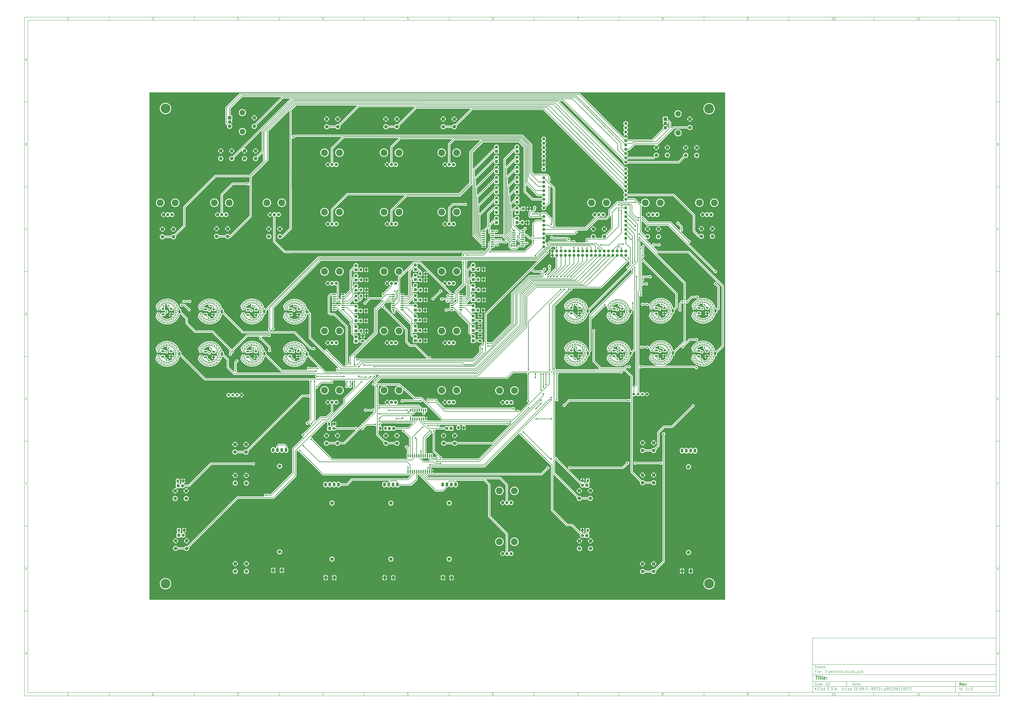
<source format=gbr>
%TF.GenerationSoftware,KiCad,Pcbnew,(5.99.0-9972-g9020611657)*%
%TF.CreationDate,2021-04-03T00:56:29+02:00*%
%TF.ProjectId,Traktorino,5472616b-746f-4726-996e-6f2e6b696361,rev?*%
%TF.SameCoordinates,Original*%
%TF.FileFunction,Copper,L1,Top*%
%TF.FilePolarity,Positive*%
%FSLAX46Y46*%
G04 Gerber Fmt 4.6, Leading zero omitted, Abs format (unit mm)*
G04 Created by KiCad (PCBNEW (5.99.0-9972-g9020611657)) date 2021-04-03 00:56:29*
%MOMM*%
%LPD*%
G01*
G04 APERTURE LIST*
G04 Aperture macros list*
%AMRoundRect*
0 Rectangle with rounded corners*
0 $1 Rounding radius*
0 $2 $3 $4 $5 $6 $7 $8 $9 X,Y pos of 4 corners*
0 Add a 4 corners polygon primitive as box body*
4,1,4,$2,$3,$4,$5,$6,$7,$8,$9,$2,$3,0*
0 Add four circle primitives for the rounded corners*
1,1,$1+$1,$2,$3*
1,1,$1+$1,$4,$5*
1,1,$1+$1,$6,$7*
1,1,$1+$1,$8,$9*
0 Add four rect primitives between the rounded corners*
20,1,$1+$1,$2,$3,$4,$5,0*
20,1,$1+$1,$4,$5,$6,$7,0*
20,1,$1+$1,$6,$7,$8,$9,0*
20,1,$1+$1,$8,$9,$2,$3,0*%
G04 Aperture macros list end*
%ADD10C,0.100000*%
%ADD11C,0.150000*%
%ADD12C,0.300000*%
%ADD13C,0.400000*%
%TA.AperFunction,EtchedComponent*%
%ADD14C,0.379999*%
%TD*%
%TA.AperFunction,EtchedComponent*%
%ADD15C,0.347000*%
%TD*%
%TA.AperFunction,ComponentPad*%
%ADD16C,3.600000*%
%TD*%
%TA.AperFunction,ConnectorPad*%
%ADD17C,5.700000*%
%TD*%
%TA.AperFunction,ConnectorPad*%
%ADD18R,3.500000X0.989531*%
%TD*%
%TA.AperFunction,ConnectorPad*%
%ADD19R,1.000000X2.000000*%
%TD*%
%TA.AperFunction,ComponentPad*%
%ADD20R,1.800000X1.800000*%
%TD*%
%TA.AperFunction,ComponentPad*%
%ADD21C,1.800000*%
%TD*%
%TA.AperFunction,ComponentPad*%
%ADD22C,2.000000*%
%TD*%
%TA.AperFunction,WasherPad*%
%ADD23C,4.000000*%
%TD*%
%TA.AperFunction,ComponentPad*%
%ADD24O,1.600000X2.400000*%
%TD*%
%TA.AperFunction,ComponentPad*%
%ADD25O,1.600000X2.462000*%
%TD*%
%TA.AperFunction,SMDPad,CuDef*%
%ADD26RoundRect,0.250000X0.625000X-0.400000X0.625000X0.400000X-0.625000X0.400000X-0.625000X-0.400000X0*%
%TD*%
%TA.AperFunction,ComponentPad*%
%ADD27R,2.000000X2.000000*%
%TD*%
%TA.AperFunction,ComponentPad*%
%ADD28C,3.200000*%
%TD*%
%TA.AperFunction,SMDPad,CuDef*%
%ADD29RoundRect,0.150000X0.150000X-0.725000X0.150000X0.725000X-0.150000X0.725000X-0.150000X-0.725000X0*%
%TD*%
%TA.AperFunction,SMDPad,CuDef*%
%ADD30RoundRect,0.250000X-0.400000X-0.625000X0.400000X-0.625000X0.400000X0.625000X-0.400000X0.625000X0*%
%TD*%
%TA.AperFunction,SMDPad,CuDef*%
%ADD31R,1.500000X1.000000*%
%TD*%
%TA.AperFunction,SMDPad,CuDef*%
%ADD32RoundRect,0.150000X-0.725000X-0.150000X0.725000X-0.150000X0.725000X0.150000X-0.725000X0.150000X0*%
%TD*%
%TA.AperFunction,ComponentPad*%
%ADD33C,1.524000*%
%TD*%
%TA.AperFunction,ComponentPad*%
%ADD34O,1.727200X1.727200*%
%TD*%
%TA.AperFunction,SMDPad,CuDef*%
%ADD35RoundRect,0.250000X0.400000X0.625000X-0.400000X0.625000X-0.400000X-0.625000X0.400000X-0.625000X0*%
%TD*%
%TA.AperFunction,SMDPad,CuDef*%
%ADD36RoundRect,0.150000X0.725000X0.150000X-0.725000X0.150000X-0.725000X-0.150000X0.725000X-0.150000X0*%
%TD*%
%TA.AperFunction,SMDPad,CuDef*%
%ADD37RoundRect,0.150000X0.150000X-0.875000X0.150000X0.875000X-0.150000X0.875000X-0.150000X-0.875000X0*%
%TD*%
%TA.AperFunction,ViaPad*%
%ADD38C,0.889000*%
%TD*%
%TA.AperFunction,Conductor*%
%ADD39C,0.304800*%
%TD*%
%TA.AperFunction,Conductor*%
%ADD40C,0.762000*%
%TD*%
G04 APERTURE END LIST*
D10*
D11*
X474004400Y-375989000D02*
X474004400Y-407989000D01*
X582004400Y-407989000D01*
X582004400Y-375989000D01*
X474004400Y-375989000D01*
D10*
D11*
X10000000Y-10000000D02*
X10000000Y-409989000D01*
X584004400Y-409989000D01*
X584004400Y-10000000D01*
X10000000Y-10000000D01*
D10*
D11*
X12000000Y-12000000D02*
X12000000Y-407989000D01*
X582004400Y-407989000D01*
X582004400Y-12000000D01*
X12000000Y-12000000D01*
D10*
D11*
X60000000Y-12000000D02*
X60000000Y-10000000D01*
D10*
D11*
X110000000Y-12000000D02*
X110000000Y-10000000D01*
D10*
D11*
X160000000Y-12000000D02*
X160000000Y-10000000D01*
D10*
D11*
X210000000Y-12000000D02*
X210000000Y-10000000D01*
D10*
D11*
X260000000Y-12000000D02*
X260000000Y-10000000D01*
D10*
D11*
X310000000Y-12000000D02*
X310000000Y-10000000D01*
D10*
D11*
X360000000Y-12000000D02*
X360000000Y-10000000D01*
D10*
D11*
X410000000Y-12000000D02*
X410000000Y-10000000D01*
D10*
D11*
X460000000Y-12000000D02*
X460000000Y-10000000D01*
D10*
D11*
X510000000Y-12000000D02*
X510000000Y-10000000D01*
D10*
D11*
X560000000Y-12000000D02*
X560000000Y-10000000D01*
D10*
D11*
X36065476Y-11588095D02*
X35322619Y-11588095D01*
X35694047Y-11588095D02*
X35694047Y-10288095D01*
X35570238Y-10473809D01*
X35446428Y-10597619D01*
X35322619Y-10659523D01*
D10*
D11*
X85322619Y-10411904D02*
X85384523Y-10350000D01*
X85508333Y-10288095D01*
X85817857Y-10288095D01*
X85941666Y-10350000D01*
X86003571Y-10411904D01*
X86065476Y-10535714D01*
X86065476Y-10659523D01*
X86003571Y-10845238D01*
X85260714Y-11588095D01*
X86065476Y-11588095D01*
D10*
D11*
X135260714Y-10288095D02*
X136065476Y-10288095D01*
X135632142Y-10783333D01*
X135817857Y-10783333D01*
X135941666Y-10845238D01*
X136003571Y-10907142D01*
X136065476Y-11030952D01*
X136065476Y-11340476D01*
X136003571Y-11464285D01*
X135941666Y-11526190D01*
X135817857Y-11588095D01*
X135446428Y-11588095D01*
X135322619Y-11526190D01*
X135260714Y-11464285D01*
D10*
D11*
X185941666Y-10721428D02*
X185941666Y-11588095D01*
X185632142Y-10226190D02*
X185322619Y-11154761D01*
X186127380Y-11154761D01*
D10*
D11*
X236003571Y-10288095D02*
X235384523Y-10288095D01*
X235322619Y-10907142D01*
X235384523Y-10845238D01*
X235508333Y-10783333D01*
X235817857Y-10783333D01*
X235941666Y-10845238D01*
X236003571Y-10907142D01*
X236065476Y-11030952D01*
X236065476Y-11340476D01*
X236003571Y-11464285D01*
X235941666Y-11526190D01*
X235817857Y-11588095D01*
X235508333Y-11588095D01*
X235384523Y-11526190D01*
X235322619Y-11464285D01*
D10*
D11*
X285941666Y-10288095D02*
X285694047Y-10288095D01*
X285570238Y-10350000D01*
X285508333Y-10411904D01*
X285384523Y-10597619D01*
X285322619Y-10845238D01*
X285322619Y-11340476D01*
X285384523Y-11464285D01*
X285446428Y-11526190D01*
X285570238Y-11588095D01*
X285817857Y-11588095D01*
X285941666Y-11526190D01*
X286003571Y-11464285D01*
X286065476Y-11340476D01*
X286065476Y-11030952D01*
X286003571Y-10907142D01*
X285941666Y-10845238D01*
X285817857Y-10783333D01*
X285570238Y-10783333D01*
X285446428Y-10845238D01*
X285384523Y-10907142D01*
X285322619Y-11030952D01*
D10*
D11*
X335260714Y-10288095D02*
X336127380Y-10288095D01*
X335570238Y-11588095D01*
D10*
D11*
X385570238Y-10845238D02*
X385446428Y-10783333D01*
X385384523Y-10721428D01*
X385322619Y-10597619D01*
X385322619Y-10535714D01*
X385384523Y-10411904D01*
X385446428Y-10350000D01*
X385570238Y-10288095D01*
X385817857Y-10288095D01*
X385941666Y-10350000D01*
X386003571Y-10411904D01*
X386065476Y-10535714D01*
X386065476Y-10597619D01*
X386003571Y-10721428D01*
X385941666Y-10783333D01*
X385817857Y-10845238D01*
X385570238Y-10845238D01*
X385446428Y-10907142D01*
X385384523Y-10969047D01*
X385322619Y-11092857D01*
X385322619Y-11340476D01*
X385384523Y-11464285D01*
X385446428Y-11526190D01*
X385570238Y-11588095D01*
X385817857Y-11588095D01*
X385941666Y-11526190D01*
X386003571Y-11464285D01*
X386065476Y-11340476D01*
X386065476Y-11092857D01*
X386003571Y-10969047D01*
X385941666Y-10907142D01*
X385817857Y-10845238D01*
D10*
D11*
X435446428Y-11588095D02*
X435694047Y-11588095D01*
X435817857Y-11526190D01*
X435879761Y-11464285D01*
X436003571Y-11278571D01*
X436065476Y-11030952D01*
X436065476Y-10535714D01*
X436003571Y-10411904D01*
X435941666Y-10350000D01*
X435817857Y-10288095D01*
X435570238Y-10288095D01*
X435446428Y-10350000D01*
X435384523Y-10411904D01*
X435322619Y-10535714D01*
X435322619Y-10845238D01*
X435384523Y-10969047D01*
X435446428Y-11030952D01*
X435570238Y-11092857D01*
X435817857Y-11092857D01*
X435941666Y-11030952D01*
X436003571Y-10969047D01*
X436065476Y-10845238D01*
D10*
D11*
X486065476Y-11588095D02*
X485322619Y-11588095D01*
X485694047Y-11588095D02*
X485694047Y-10288095D01*
X485570238Y-10473809D01*
X485446428Y-10597619D01*
X485322619Y-10659523D01*
X486870238Y-10288095D02*
X486994047Y-10288095D01*
X487117857Y-10350000D01*
X487179761Y-10411904D01*
X487241666Y-10535714D01*
X487303571Y-10783333D01*
X487303571Y-11092857D01*
X487241666Y-11340476D01*
X487179761Y-11464285D01*
X487117857Y-11526190D01*
X486994047Y-11588095D01*
X486870238Y-11588095D01*
X486746428Y-11526190D01*
X486684523Y-11464285D01*
X486622619Y-11340476D01*
X486560714Y-11092857D01*
X486560714Y-10783333D01*
X486622619Y-10535714D01*
X486684523Y-10411904D01*
X486746428Y-10350000D01*
X486870238Y-10288095D01*
D10*
D11*
X536065476Y-11588095D02*
X535322619Y-11588095D01*
X535694047Y-11588095D02*
X535694047Y-10288095D01*
X535570238Y-10473809D01*
X535446428Y-10597619D01*
X535322619Y-10659523D01*
X537303571Y-11588095D02*
X536560714Y-11588095D01*
X536932142Y-11588095D02*
X536932142Y-10288095D01*
X536808333Y-10473809D01*
X536684523Y-10597619D01*
X536560714Y-10659523D01*
D10*
D11*
X60000000Y-407989000D02*
X60000000Y-409989000D01*
D10*
D11*
X110000000Y-407989000D02*
X110000000Y-409989000D01*
D10*
D11*
X160000000Y-407989000D02*
X160000000Y-409989000D01*
D10*
D11*
X210000000Y-407989000D02*
X210000000Y-409989000D01*
D10*
D11*
X260000000Y-407989000D02*
X260000000Y-409989000D01*
D10*
D11*
X310000000Y-407989000D02*
X310000000Y-409989000D01*
D10*
D11*
X360000000Y-407989000D02*
X360000000Y-409989000D01*
D10*
D11*
X410000000Y-407989000D02*
X410000000Y-409989000D01*
D10*
D11*
X460000000Y-407989000D02*
X460000000Y-409989000D01*
D10*
D11*
X510000000Y-407989000D02*
X510000000Y-409989000D01*
D10*
D11*
X560000000Y-407989000D02*
X560000000Y-409989000D01*
D10*
D11*
X36065476Y-409577095D02*
X35322619Y-409577095D01*
X35694047Y-409577095D02*
X35694047Y-408277095D01*
X35570238Y-408462809D01*
X35446428Y-408586619D01*
X35322619Y-408648523D01*
D10*
D11*
X85322619Y-408400904D02*
X85384523Y-408339000D01*
X85508333Y-408277095D01*
X85817857Y-408277095D01*
X85941666Y-408339000D01*
X86003571Y-408400904D01*
X86065476Y-408524714D01*
X86065476Y-408648523D01*
X86003571Y-408834238D01*
X85260714Y-409577095D01*
X86065476Y-409577095D01*
D10*
D11*
X135260714Y-408277095D02*
X136065476Y-408277095D01*
X135632142Y-408772333D01*
X135817857Y-408772333D01*
X135941666Y-408834238D01*
X136003571Y-408896142D01*
X136065476Y-409019952D01*
X136065476Y-409329476D01*
X136003571Y-409453285D01*
X135941666Y-409515190D01*
X135817857Y-409577095D01*
X135446428Y-409577095D01*
X135322619Y-409515190D01*
X135260714Y-409453285D01*
D10*
D11*
X185941666Y-408710428D02*
X185941666Y-409577095D01*
X185632142Y-408215190D02*
X185322619Y-409143761D01*
X186127380Y-409143761D01*
D10*
D11*
X236003571Y-408277095D02*
X235384523Y-408277095D01*
X235322619Y-408896142D01*
X235384523Y-408834238D01*
X235508333Y-408772333D01*
X235817857Y-408772333D01*
X235941666Y-408834238D01*
X236003571Y-408896142D01*
X236065476Y-409019952D01*
X236065476Y-409329476D01*
X236003571Y-409453285D01*
X235941666Y-409515190D01*
X235817857Y-409577095D01*
X235508333Y-409577095D01*
X235384523Y-409515190D01*
X235322619Y-409453285D01*
D10*
D11*
X285941666Y-408277095D02*
X285694047Y-408277095D01*
X285570238Y-408339000D01*
X285508333Y-408400904D01*
X285384523Y-408586619D01*
X285322619Y-408834238D01*
X285322619Y-409329476D01*
X285384523Y-409453285D01*
X285446428Y-409515190D01*
X285570238Y-409577095D01*
X285817857Y-409577095D01*
X285941666Y-409515190D01*
X286003571Y-409453285D01*
X286065476Y-409329476D01*
X286065476Y-409019952D01*
X286003571Y-408896142D01*
X285941666Y-408834238D01*
X285817857Y-408772333D01*
X285570238Y-408772333D01*
X285446428Y-408834238D01*
X285384523Y-408896142D01*
X285322619Y-409019952D01*
D10*
D11*
X335260714Y-408277095D02*
X336127380Y-408277095D01*
X335570238Y-409577095D01*
D10*
D11*
X385570238Y-408834238D02*
X385446428Y-408772333D01*
X385384523Y-408710428D01*
X385322619Y-408586619D01*
X385322619Y-408524714D01*
X385384523Y-408400904D01*
X385446428Y-408339000D01*
X385570238Y-408277095D01*
X385817857Y-408277095D01*
X385941666Y-408339000D01*
X386003571Y-408400904D01*
X386065476Y-408524714D01*
X386065476Y-408586619D01*
X386003571Y-408710428D01*
X385941666Y-408772333D01*
X385817857Y-408834238D01*
X385570238Y-408834238D01*
X385446428Y-408896142D01*
X385384523Y-408958047D01*
X385322619Y-409081857D01*
X385322619Y-409329476D01*
X385384523Y-409453285D01*
X385446428Y-409515190D01*
X385570238Y-409577095D01*
X385817857Y-409577095D01*
X385941666Y-409515190D01*
X386003571Y-409453285D01*
X386065476Y-409329476D01*
X386065476Y-409081857D01*
X386003571Y-408958047D01*
X385941666Y-408896142D01*
X385817857Y-408834238D01*
D10*
D11*
X435446428Y-409577095D02*
X435694047Y-409577095D01*
X435817857Y-409515190D01*
X435879761Y-409453285D01*
X436003571Y-409267571D01*
X436065476Y-409019952D01*
X436065476Y-408524714D01*
X436003571Y-408400904D01*
X435941666Y-408339000D01*
X435817857Y-408277095D01*
X435570238Y-408277095D01*
X435446428Y-408339000D01*
X435384523Y-408400904D01*
X435322619Y-408524714D01*
X435322619Y-408834238D01*
X435384523Y-408958047D01*
X435446428Y-409019952D01*
X435570238Y-409081857D01*
X435817857Y-409081857D01*
X435941666Y-409019952D01*
X436003571Y-408958047D01*
X436065476Y-408834238D01*
D10*
D11*
X486065476Y-409577095D02*
X485322619Y-409577095D01*
X485694047Y-409577095D02*
X485694047Y-408277095D01*
X485570238Y-408462809D01*
X485446428Y-408586619D01*
X485322619Y-408648523D01*
X486870238Y-408277095D02*
X486994047Y-408277095D01*
X487117857Y-408339000D01*
X487179761Y-408400904D01*
X487241666Y-408524714D01*
X487303571Y-408772333D01*
X487303571Y-409081857D01*
X487241666Y-409329476D01*
X487179761Y-409453285D01*
X487117857Y-409515190D01*
X486994047Y-409577095D01*
X486870238Y-409577095D01*
X486746428Y-409515190D01*
X486684523Y-409453285D01*
X486622619Y-409329476D01*
X486560714Y-409081857D01*
X486560714Y-408772333D01*
X486622619Y-408524714D01*
X486684523Y-408400904D01*
X486746428Y-408339000D01*
X486870238Y-408277095D01*
D10*
D11*
X536065476Y-409577095D02*
X535322619Y-409577095D01*
X535694047Y-409577095D02*
X535694047Y-408277095D01*
X535570238Y-408462809D01*
X535446428Y-408586619D01*
X535322619Y-408648523D01*
X537303571Y-409577095D02*
X536560714Y-409577095D01*
X536932142Y-409577095D02*
X536932142Y-408277095D01*
X536808333Y-408462809D01*
X536684523Y-408586619D01*
X536560714Y-408648523D01*
D10*
D11*
X10000000Y-60000000D02*
X12000000Y-60000000D01*
D10*
D11*
X10000000Y-110000000D02*
X12000000Y-110000000D01*
D10*
D11*
X10000000Y-160000000D02*
X12000000Y-160000000D01*
D10*
D11*
X10000000Y-210000000D02*
X12000000Y-210000000D01*
D10*
D11*
X10000000Y-260000000D02*
X12000000Y-260000000D01*
D10*
D11*
X10000000Y-310000000D02*
X12000000Y-310000000D01*
D10*
D11*
X10000000Y-360000000D02*
X12000000Y-360000000D01*
D10*
D11*
X10690476Y-35216666D02*
X11309523Y-35216666D01*
X10566666Y-35588095D02*
X11000000Y-34288095D01*
X11433333Y-35588095D01*
D10*
D11*
X11092857Y-84907142D02*
X11278571Y-84969047D01*
X11340476Y-85030952D01*
X11402380Y-85154761D01*
X11402380Y-85340476D01*
X11340476Y-85464285D01*
X11278571Y-85526190D01*
X11154761Y-85588095D01*
X10659523Y-85588095D01*
X10659523Y-84288095D01*
X11092857Y-84288095D01*
X11216666Y-84350000D01*
X11278571Y-84411904D01*
X11340476Y-84535714D01*
X11340476Y-84659523D01*
X11278571Y-84783333D01*
X11216666Y-84845238D01*
X11092857Y-84907142D01*
X10659523Y-84907142D01*
D10*
D11*
X11402380Y-135464285D02*
X11340476Y-135526190D01*
X11154761Y-135588095D01*
X11030952Y-135588095D01*
X10845238Y-135526190D01*
X10721428Y-135402380D01*
X10659523Y-135278571D01*
X10597619Y-135030952D01*
X10597619Y-134845238D01*
X10659523Y-134597619D01*
X10721428Y-134473809D01*
X10845238Y-134350000D01*
X11030952Y-134288095D01*
X11154761Y-134288095D01*
X11340476Y-134350000D01*
X11402380Y-134411904D01*
D10*
D11*
X10659523Y-185588095D02*
X10659523Y-184288095D01*
X10969047Y-184288095D01*
X11154761Y-184350000D01*
X11278571Y-184473809D01*
X11340476Y-184597619D01*
X11402380Y-184845238D01*
X11402380Y-185030952D01*
X11340476Y-185278571D01*
X11278571Y-185402380D01*
X11154761Y-185526190D01*
X10969047Y-185588095D01*
X10659523Y-185588095D01*
D10*
D11*
X10721428Y-234907142D02*
X11154761Y-234907142D01*
X11340476Y-235588095D02*
X10721428Y-235588095D01*
X10721428Y-234288095D01*
X11340476Y-234288095D01*
D10*
D11*
X11185714Y-284907142D02*
X10752380Y-284907142D01*
X10752380Y-285588095D02*
X10752380Y-284288095D01*
X11371428Y-284288095D01*
D10*
D11*
X11340476Y-334350000D02*
X11216666Y-334288095D01*
X11030952Y-334288095D01*
X10845238Y-334350000D01*
X10721428Y-334473809D01*
X10659523Y-334597619D01*
X10597619Y-334845238D01*
X10597619Y-335030952D01*
X10659523Y-335278571D01*
X10721428Y-335402380D01*
X10845238Y-335526190D01*
X11030952Y-335588095D01*
X11154761Y-335588095D01*
X11340476Y-335526190D01*
X11402380Y-335464285D01*
X11402380Y-335030952D01*
X11154761Y-335030952D01*
D10*
D11*
X10628571Y-385588095D02*
X10628571Y-384288095D01*
X10628571Y-384907142D02*
X11371428Y-384907142D01*
X11371428Y-385588095D02*
X11371428Y-384288095D01*
D10*
D11*
X584004400Y-60000000D02*
X582004400Y-60000000D01*
D10*
D11*
X584004400Y-110000000D02*
X582004400Y-110000000D01*
D10*
D11*
X584004400Y-160000000D02*
X582004400Y-160000000D01*
D10*
D11*
X584004400Y-210000000D02*
X582004400Y-210000000D01*
D10*
D11*
X584004400Y-260000000D02*
X582004400Y-260000000D01*
D10*
D11*
X584004400Y-310000000D02*
X582004400Y-310000000D01*
D10*
D11*
X584004400Y-360000000D02*
X582004400Y-360000000D01*
D10*
D11*
X582694876Y-35216666D02*
X583313923Y-35216666D01*
X582571066Y-35588095D02*
X583004400Y-34288095D01*
X583437733Y-35588095D01*
D10*
D11*
X583097257Y-84907142D02*
X583282971Y-84969047D01*
X583344876Y-85030952D01*
X583406780Y-85154761D01*
X583406780Y-85340476D01*
X583344876Y-85464285D01*
X583282971Y-85526190D01*
X583159161Y-85588095D01*
X582663923Y-85588095D01*
X582663923Y-84288095D01*
X583097257Y-84288095D01*
X583221066Y-84350000D01*
X583282971Y-84411904D01*
X583344876Y-84535714D01*
X583344876Y-84659523D01*
X583282971Y-84783333D01*
X583221066Y-84845238D01*
X583097257Y-84907142D01*
X582663923Y-84907142D01*
D10*
D11*
X583406780Y-135464285D02*
X583344876Y-135526190D01*
X583159161Y-135588095D01*
X583035352Y-135588095D01*
X582849638Y-135526190D01*
X582725828Y-135402380D01*
X582663923Y-135278571D01*
X582602019Y-135030952D01*
X582602019Y-134845238D01*
X582663923Y-134597619D01*
X582725828Y-134473809D01*
X582849638Y-134350000D01*
X583035352Y-134288095D01*
X583159161Y-134288095D01*
X583344876Y-134350000D01*
X583406780Y-134411904D01*
D10*
D11*
X582663923Y-185588095D02*
X582663923Y-184288095D01*
X582973447Y-184288095D01*
X583159161Y-184350000D01*
X583282971Y-184473809D01*
X583344876Y-184597619D01*
X583406780Y-184845238D01*
X583406780Y-185030952D01*
X583344876Y-185278571D01*
X583282971Y-185402380D01*
X583159161Y-185526190D01*
X582973447Y-185588095D01*
X582663923Y-185588095D01*
D10*
D11*
X582725828Y-234907142D02*
X583159161Y-234907142D01*
X583344876Y-235588095D02*
X582725828Y-235588095D01*
X582725828Y-234288095D01*
X583344876Y-234288095D01*
D10*
D11*
X583190114Y-284907142D02*
X582756780Y-284907142D01*
X582756780Y-285588095D02*
X582756780Y-284288095D01*
X583375828Y-284288095D01*
D10*
D11*
X583344876Y-334350000D02*
X583221066Y-334288095D01*
X583035352Y-334288095D01*
X582849638Y-334350000D01*
X582725828Y-334473809D01*
X582663923Y-334597619D01*
X582602019Y-334845238D01*
X582602019Y-335030952D01*
X582663923Y-335278571D01*
X582725828Y-335402380D01*
X582849638Y-335526190D01*
X583035352Y-335588095D01*
X583159161Y-335588095D01*
X583344876Y-335526190D01*
X583406780Y-335464285D01*
X583406780Y-335030952D01*
X583159161Y-335030952D01*
D10*
D11*
X582632971Y-385588095D02*
X582632971Y-384288095D01*
X582632971Y-384907142D02*
X583375828Y-384907142D01*
X583375828Y-385588095D02*
X583375828Y-384288095D01*
D10*
D11*
X497436542Y-403767571D02*
X497436542Y-402267571D01*
X497793685Y-402267571D01*
X498007971Y-402339000D01*
X498150828Y-402481857D01*
X498222257Y-402624714D01*
X498293685Y-402910428D01*
X498293685Y-403124714D01*
X498222257Y-403410428D01*
X498150828Y-403553285D01*
X498007971Y-403696142D01*
X497793685Y-403767571D01*
X497436542Y-403767571D01*
X499579400Y-403767571D02*
X499579400Y-402981857D01*
X499507971Y-402839000D01*
X499365114Y-402767571D01*
X499079400Y-402767571D01*
X498936542Y-402839000D01*
X499579400Y-403696142D02*
X499436542Y-403767571D01*
X499079400Y-403767571D01*
X498936542Y-403696142D01*
X498865114Y-403553285D01*
X498865114Y-403410428D01*
X498936542Y-403267571D01*
X499079400Y-403196142D01*
X499436542Y-403196142D01*
X499579400Y-403124714D01*
X500079400Y-402767571D02*
X500650828Y-402767571D01*
X500293685Y-402267571D02*
X500293685Y-403553285D01*
X500365114Y-403696142D01*
X500507971Y-403767571D01*
X500650828Y-403767571D01*
X501722257Y-403696142D02*
X501579400Y-403767571D01*
X501293685Y-403767571D01*
X501150828Y-403696142D01*
X501079400Y-403553285D01*
X501079400Y-402981857D01*
X501150828Y-402839000D01*
X501293685Y-402767571D01*
X501579400Y-402767571D01*
X501722257Y-402839000D01*
X501793685Y-402981857D01*
X501793685Y-403124714D01*
X501079400Y-403267571D01*
X502436542Y-403624714D02*
X502507971Y-403696142D01*
X502436542Y-403767571D01*
X502365114Y-403696142D01*
X502436542Y-403624714D01*
X502436542Y-403767571D01*
X502436542Y-402839000D02*
X502507971Y-402910428D01*
X502436542Y-402981857D01*
X502365114Y-402910428D01*
X502436542Y-402839000D01*
X502436542Y-402981857D01*
D10*
D11*
X474004400Y-404489000D02*
X582004400Y-404489000D01*
D10*
D11*
X475436542Y-406567571D02*
X475436542Y-405067571D01*
X476293685Y-406567571D02*
X475650828Y-405710428D01*
X476293685Y-405067571D02*
X475436542Y-405924714D01*
X476936542Y-406567571D02*
X476936542Y-405567571D01*
X476936542Y-405067571D02*
X476865114Y-405139000D01*
X476936542Y-405210428D01*
X477007971Y-405139000D01*
X476936542Y-405067571D01*
X476936542Y-405210428D01*
X478507971Y-406424714D02*
X478436542Y-406496142D01*
X478222257Y-406567571D01*
X478079400Y-406567571D01*
X477865114Y-406496142D01*
X477722257Y-406353285D01*
X477650828Y-406210428D01*
X477579400Y-405924714D01*
X477579400Y-405710428D01*
X477650828Y-405424714D01*
X477722257Y-405281857D01*
X477865114Y-405139000D01*
X478079400Y-405067571D01*
X478222257Y-405067571D01*
X478436542Y-405139000D01*
X478507971Y-405210428D01*
X479793685Y-406567571D02*
X479793685Y-405781857D01*
X479722257Y-405639000D01*
X479579400Y-405567571D01*
X479293685Y-405567571D01*
X479150828Y-405639000D01*
X479793685Y-406496142D02*
X479650828Y-406567571D01*
X479293685Y-406567571D01*
X479150828Y-406496142D01*
X479079400Y-406353285D01*
X479079400Y-406210428D01*
X479150828Y-406067571D01*
X479293685Y-405996142D01*
X479650828Y-405996142D01*
X479793685Y-405924714D01*
X481150828Y-406567571D02*
X481150828Y-405067571D01*
X481150828Y-406496142D02*
X481007971Y-406567571D01*
X480722257Y-406567571D01*
X480579400Y-406496142D01*
X480507971Y-406424714D01*
X480436542Y-406281857D01*
X480436542Y-405853285D01*
X480507971Y-405710428D01*
X480579400Y-405639000D01*
X480722257Y-405567571D01*
X481007971Y-405567571D01*
X481150828Y-405639000D01*
X483007971Y-405781857D02*
X483507971Y-405781857D01*
X483722257Y-406567571D02*
X483007971Y-406567571D01*
X483007971Y-405067571D01*
X483722257Y-405067571D01*
X484365114Y-406424714D02*
X484436542Y-406496142D01*
X484365114Y-406567571D01*
X484293685Y-406496142D01*
X484365114Y-406424714D01*
X484365114Y-406567571D01*
X485079400Y-406567571D02*
X485079400Y-405067571D01*
X485436542Y-405067571D01*
X485650828Y-405139000D01*
X485793685Y-405281857D01*
X485865114Y-405424714D01*
X485936542Y-405710428D01*
X485936542Y-405924714D01*
X485865114Y-406210428D01*
X485793685Y-406353285D01*
X485650828Y-406496142D01*
X485436542Y-406567571D01*
X485079400Y-406567571D01*
X486579400Y-406424714D02*
X486650828Y-406496142D01*
X486579400Y-406567571D01*
X486507971Y-406496142D01*
X486579400Y-406424714D01*
X486579400Y-406567571D01*
X487222257Y-406139000D02*
X487936542Y-406139000D01*
X487079400Y-406567571D02*
X487579400Y-405067571D01*
X488079400Y-406567571D01*
X488579400Y-406424714D02*
X488650828Y-406496142D01*
X488579400Y-406567571D01*
X488507971Y-406496142D01*
X488579400Y-406424714D01*
X488579400Y-406567571D01*
X491579400Y-406567571D02*
X491579400Y-405067571D01*
X491722257Y-405996142D02*
X492150828Y-406567571D01*
X492150828Y-405567571D02*
X491579400Y-406139000D01*
X492793685Y-406567571D02*
X492793685Y-405567571D01*
X492793685Y-405067571D02*
X492722257Y-405139000D01*
X492793685Y-405210428D01*
X492865114Y-405139000D01*
X492793685Y-405067571D01*
X492793685Y-405210428D01*
X494150828Y-406496142D02*
X494007971Y-406567571D01*
X493722257Y-406567571D01*
X493579400Y-406496142D01*
X493507971Y-406424714D01*
X493436542Y-406281857D01*
X493436542Y-405853285D01*
X493507971Y-405710428D01*
X493579400Y-405639000D01*
X493722257Y-405567571D01*
X494007971Y-405567571D01*
X494150828Y-405639000D01*
X495436542Y-406567571D02*
X495436542Y-405781857D01*
X495365114Y-405639000D01*
X495222257Y-405567571D01*
X494936542Y-405567571D01*
X494793685Y-405639000D01*
X495436542Y-406496142D02*
X495293685Y-406567571D01*
X494936542Y-406567571D01*
X494793685Y-406496142D01*
X494722257Y-406353285D01*
X494722257Y-406210428D01*
X494793685Y-406067571D01*
X494936542Y-405996142D01*
X495293685Y-405996142D01*
X495436542Y-405924714D01*
X496793685Y-406567571D02*
X496793685Y-405067571D01*
X496793685Y-406496142D02*
X496650828Y-406567571D01*
X496365114Y-406567571D01*
X496222257Y-406496142D01*
X496150828Y-406424714D01*
X496079400Y-406281857D01*
X496079400Y-405853285D01*
X496150828Y-405710428D01*
X496222257Y-405639000D01*
X496365114Y-405567571D01*
X496650828Y-405567571D01*
X496793685Y-405639000D01*
X499079400Y-407139000D02*
X499007971Y-407067571D01*
X498865114Y-406853285D01*
X498793685Y-406710428D01*
X498722257Y-406496142D01*
X498650828Y-406139000D01*
X498650828Y-405853285D01*
X498722257Y-405496142D01*
X498793685Y-405281857D01*
X498865114Y-405139000D01*
X499007971Y-404924714D01*
X499079400Y-404853285D01*
X500365114Y-405067571D02*
X499650828Y-405067571D01*
X499579400Y-405781857D01*
X499650828Y-405710428D01*
X499793685Y-405639000D01*
X500150828Y-405639000D01*
X500293685Y-405710428D01*
X500365114Y-405781857D01*
X500436542Y-405924714D01*
X500436542Y-406281857D01*
X500365114Y-406424714D01*
X500293685Y-406496142D01*
X500150828Y-406567571D01*
X499793685Y-406567571D01*
X499650828Y-406496142D01*
X499579400Y-406424714D01*
X501079400Y-406424714D02*
X501150828Y-406496142D01*
X501079400Y-406567571D01*
X501007971Y-406496142D01*
X501079400Y-406424714D01*
X501079400Y-406567571D01*
X501865114Y-406567571D02*
X502150828Y-406567571D01*
X502293685Y-406496142D01*
X502365114Y-406424714D01*
X502507971Y-406210428D01*
X502579400Y-405924714D01*
X502579400Y-405353285D01*
X502507971Y-405210428D01*
X502436542Y-405139000D01*
X502293685Y-405067571D01*
X502007971Y-405067571D01*
X501865114Y-405139000D01*
X501793685Y-405210428D01*
X501722257Y-405353285D01*
X501722257Y-405710428D01*
X501793685Y-405853285D01*
X501865114Y-405924714D01*
X502007971Y-405996142D01*
X502293685Y-405996142D01*
X502436542Y-405924714D01*
X502507971Y-405853285D01*
X502579400Y-405710428D01*
X503293685Y-406567571D02*
X503579400Y-406567571D01*
X503722257Y-406496142D01*
X503793685Y-406424714D01*
X503936542Y-406210428D01*
X504007971Y-405924714D01*
X504007971Y-405353285D01*
X503936542Y-405210428D01*
X503865114Y-405139000D01*
X503722257Y-405067571D01*
X503436542Y-405067571D01*
X503293685Y-405139000D01*
X503222257Y-405210428D01*
X503150828Y-405353285D01*
X503150828Y-405710428D01*
X503222257Y-405853285D01*
X503293685Y-405924714D01*
X503436542Y-405996142D01*
X503722257Y-405996142D01*
X503865114Y-405924714D01*
X503936542Y-405853285D01*
X504007971Y-405710428D01*
X504650828Y-406424714D02*
X504722257Y-406496142D01*
X504650828Y-406567571D01*
X504579400Y-406496142D01*
X504650828Y-406424714D01*
X504650828Y-406567571D01*
X505650828Y-405067571D02*
X505793685Y-405067571D01*
X505936542Y-405139000D01*
X506007971Y-405210428D01*
X506079400Y-405353285D01*
X506150828Y-405639000D01*
X506150828Y-405996142D01*
X506079400Y-406281857D01*
X506007971Y-406424714D01*
X505936542Y-406496142D01*
X505793685Y-406567571D01*
X505650828Y-406567571D01*
X505507971Y-406496142D01*
X505436542Y-406424714D01*
X505365114Y-406281857D01*
X505293685Y-405996142D01*
X505293685Y-405639000D01*
X505365114Y-405353285D01*
X505436542Y-405210428D01*
X505507971Y-405139000D01*
X505650828Y-405067571D01*
X506793685Y-405996142D02*
X507936542Y-405996142D01*
X508722257Y-406567571D02*
X509007971Y-406567571D01*
X509150828Y-406496142D01*
X509222257Y-406424714D01*
X509365114Y-406210428D01*
X509436542Y-405924714D01*
X509436542Y-405353285D01*
X509365114Y-405210428D01*
X509293685Y-405139000D01*
X509150828Y-405067571D01*
X508865114Y-405067571D01*
X508722257Y-405139000D01*
X508650828Y-405210428D01*
X508579400Y-405353285D01*
X508579400Y-405710428D01*
X508650828Y-405853285D01*
X508722257Y-405924714D01*
X508865114Y-405996142D01*
X509150828Y-405996142D01*
X509293685Y-405924714D01*
X509365114Y-405853285D01*
X509436542Y-405710428D01*
X510150828Y-406567571D02*
X510436542Y-406567571D01*
X510579400Y-406496142D01*
X510650828Y-406424714D01*
X510793685Y-406210428D01*
X510865114Y-405924714D01*
X510865114Y-405353285D01*
X510793685Y-405210428D01*
X510722257Y-405139000D01*
X510579400Y-405067571D01*
X510293685Y-405067571D01*
X510150828Y-405139000D01*
X510079400Y-405210428D01*
X510007971Y-405353285D01*
X510007971Y-405710428D01*
X510079400Y-405853285D01*
X510150828Y-405924714D01*
X510293685Y-405996142D01*
X510579400Y-405996142D01*
X510722257Y-405924714D01*
X510793685Y-405853285D01*
X510865114Y-405710428D01*
X511365114Y-405067571D02*
X512365114Y-405067571D01*
X511722257Y-406567571D01*
X512865114Y-405210428D02*
X512936542Y-405139000D01*
X513079400Y-405067571D01*
X513436542Y-405067571D01*
X513579400Y-405139000D01*
X513650828Y-405210428D01*
X513722257Y-405353285D01*
X513722257Y-405496142D01*
X513650828Y-405710428D01*
X512793685Y-406567571D01*
X513722257Y-406567571D01*
X514365114Y-405996142D02*
X515507971Y-405996142D01*
X516865114Y-405567571D02*
X516865114Y-406781857D01*
X516793685Y-406924714D01*
X516722257Y-406996142D01*
X516579400Y-407067571D01*
X516365114Y-407067571D01*
X516222257Y-406996142D01*
X516865114Y-406496142D02*
X516722257Y-406567571D01*
X516436542Y-406567571D01*
X516293685Y-406496142D01*
X516222257Y-406424714D01*
X516150828Y-406281857D01*
X516150828Y-405853285D01*
X516222257Y-405710428D01*
X516293685Y-405639000D01*
X516436542Y-405567571D01*
X516722257Y-405567571D01*
X516865114Y-405639000D01*
X517650828Y-406567571D02*
X517936542Y-406567571D01*
X518079400Y-406496142D01*
X518150828Y-406424714D01*
X518293685Y-406210428D01*
X518365114Y-405924714D01*
X518365114Y-405353285D01*
X518293685Y-405210428D01*
X518222257Y-405139000D01*
X518079400Y-405067571D01*
X517793685Y-405067571D01*
X517650828Y-405139000D01*
X517579400Y-405210428D01*
X517507971Y-405353285D01*
X517507971Y-405710428D01*
X517579400Y-405853285D01*
X517650828Y-405924714D01*
X517793685Y-405996142D01*
X518079400Y-405996142D01*
X518222257Y-405924714D01*
X518293685Y-405853285D01*
X518365114Y-405710428D01*
X519293685Y-405067571D02*
X519436542Y-405067571D01*
X519579400Y-405139000D01*
X519650828Y-405210428D01*
X519722257Y-405353285D01*
X519793685Y-405639000D01*
X519793685Y-405996142D01*
X519722257Y-406281857D01*
X519650828Y-406424714D01*
X519579400Y-406496142D01*
X519436542Y-406567571D01*
X519293685Y-406567571D01*
X519150828Y-406496142D01*
X519079400Y-406424714D01*
X519007971Y-406281857D01*
X518936542Y-405996142D01*
X518936542Y-405639000D01*
X519007971Y-405353285D01*
X519079400Y-405210428D01*
X519150828Y-405139000D01*
X519293685Y-405067571D01*
X520365114Y-405210428D02*
X520436542Y-405139000D01*
X520579400Y-405067571D01*
X520936542Y-405067571D01*
X521079400Y-405139000D01*
X521150828Y-405210428D01*
X521222257Y-405353285D01*
X521222257Y-405496142D01*
X521150828Y-405710428D01*
X520293685Y-406567571D01*
X521222257Y-406567571D01*
X522150828Y-405067571D02*
X522293685Y-405067571D01*
X522436542Y-405139000D01*
X522507971Y-405210428D01*
X522579400Y-405353285D01*
X522650828Y-405639000D01*
X522650828Y-405996142D01*
X522579400Y-406281857D01*
X522507971Y-406424714D01*
X522436542Y-406496142D01*
X522293685Y-406567571D01*
X522150828Y-406567571D01*
X522007971Y-406496142D01*
X521936542Y-406424714D01*
X521865114Y-406281857D01*
X521793685Y-405996142D01*
X521793685Y-405639000D01*
X521865114Y-405353285D01*
X521936542Y-405210428D01*
X522007971Y-405139000D01*
X522150828Y-405067571D01*
X523936542Y-405067571D02*
X523650828Y-405067571D01*
X523507971Y-405139000D01*
X523436542Y-405210428D01*
X523293685Y-405424714D01*
X523222257Y-405710428D01*
X523222257Y-406281857D01*
X523293685Y-406424714D01*
X523365114Y-406496142D01*
X523507971Y-406567571D01*
X523793685Y-406567571D01*
X523936542Y-406496142D01*
X524007971Y-406424714D01*
X524079400Y-406281857D01*
X524079400Y-405924714D01*
X524007971Y-405781857D01*
X523936542Y-405710428D01*
X523793685Y-405639000D01*
X523507971Y-405639000D01*
X523365114Y-405710428D01*
X523293685Y-405781857D01*
X523222257Y-405924714D01*
X525507971Y-406567571D02*
X524650828Y-406567571D01*
X525079400Y-406567571D02*
X525079400Y-405067571D01*
X524936542Y-405281857D01*
X524793685Y-405424714D01*
X524650828Y-405496142D01*
X526936542Y-406567571D02*
X526079400Y-406567571D01*
X526507971Y-406567571D02*
X526507971Y-405067571D01*
X526365114Y-405281857D01*
X526222257Y-405424714D01*
X526079400Y-405496142D01*
X528222257Y-405067571D02*
X527936542Y-405067571D01*
X527793685Y-405139000D01*
X527722257Y-405210428D01*
X527579400Y-405424714D01*
X527507971Y-405710428D01*
X527507971Y-406281857D01*
X527579400Y-406424714D01*
X527650828Y-406496142D01*
X527793685Y-406567571D01*
X528079400Y-406567571D01*
X528222257Y-406496142D01*
X528293685Y-406424714D01*
X528365114Y-406281857D01*
X528365114Y-405924714D01*
X528293685Y-405781857D01*
X528222257Y-405710428D01*
X528079400Y-405639000D01*
X527793685Y-405639000D01*
X527650828Y-405710428D01*
X527579400Y-405781857D01*
X527507971Y-405924714D01*
X529722257Y-405067571D02*
X529007971Y-405067571D01*
X528936542Y-405781857D01*
X529007971Y-405710428D01*
X529150828Y-405639000D01*
X529507971Y-405639000D01*
X529650828Y-405710428D01*
X529722257Y-405781857D01*
X529793685Y-405924714D01*
X529793685Y-406281857D01*
X529722257Y-406424714D01*
X529650828Y-406496142D01*
X529507971Y-406567571D01*
X529150828Y-406567571D01*
X529007971Y-406496142D01*
X528936542Y-406424714D01*
X530293685Y-405067571D02*
X531293685Y-405067571D01*
X530650828Y-406567571D01*
X531722257Y-407139000D02*
X531793685Y-407067571D01*
X531936542Y-406853285D01*
X532007971Y-406710428D01*
X532079399Y-406496142D01*
X532150828Y-406139000D01*
X532150828Y-405853285D01*
X532079399Y-405496142D01*
X532007971Y-405281857D01*
X531936542Y-405139000D01*
X531793685Y-404924714D01*
X531722257Y-404853285D01*
D10*
D11*
X474004400Y-401489000D02*
X582004400Y-401489000D01*
D10*
D12*
X561413685Y-403767571D02*
X560913685Y-403053285D01*
X560556542Y-403767571D02*
X560556542Y-402267571D01*
X561127971Y-402267571D01*
X561270828Y-402339000D01*
X561342257Y-402410428D01*
X561413685Y-402553285D01*
X561413685Y-402767571D01*
X561342257Y-402910428D01*
X561270828Y-402981857D01*
X561127971Y-403053285D01*
X560556542Y-403053285D01*
X562627971Y-403696142D02*
X562485114Y-403767571D01*
X562199400Y-403767571D01*
X562056542Y-403696142D01*
X561985114Y-403553285D01*
X561985114Y-402981857D01*
X562056542Y-402839000D01*
X562199400Y-402767571D01*
X562485114Y-402767571D01*
X562627971Y-402839000D01*
X562699400Y-402981857D01*
X562699400Y-403124714D01*
X561985114Y-403267571D01*
X563199400Y-402767571D02*
X563556542Y-403767571D01*
X563913685Y-402767571D01*
X564485114Y-403624714D02*
X564556542Y-403696142D01*
X564485114Y-403767571D01*
X564413685Y-403696142D01*
X564485114Y-403624714D01*
X564485114Y-403767571D01*
X564485114Y-402839000D02*
X564556542Y-402910428D01*
X564485114Y-402981857D01*
X564413685Y-402910428D01*
X564485114Y-402839000D01*
X564485114Y-402981857D01*
D10*
D11*
X475365114Y-403696142D02*
X475579400Y-403767571D01*
X475936542Y-403767571D01*
X476079400Y-403696142D01*
X476150828Y-403624714D01*
X476222257Y-403481857D01*
X476222257Y-403339000D01*
X476150828Y-403196142D01*
X476079400Y-403124714D01*
X475936542Y-403053285D01*
X475650828Y-402981857D01*
X475507971Y-402910428D01*
X475436542Y-402839000D01*
X475365114Y-402696142D01*
X475365114Y-402553285D01*
X475436542Y-402410428D01*
X475507971Y-402339000D01*
X475650828Y-402267571D01*
X476007971Y-402267571D01*
X476222257Y-402339000D01*
X476865114Y-403767571D02*
X476865114Y-402767571D01*
X476865114Y-402267571D02*
X476793685Y-402339000D01*
X476865114Y-402410428D01*
X476936542Y-402339000D01*
X476865114Y-402267571D01*
X476865114Y-402410428D01*
X477436542Y-402767571D02*
X478222257Y-402767571D01*
X477436542Y-403767571D01*
X478222257Y-403767571D01*
X479365114Y-403696142D02*
X479222257Y-403767571D01*
X478936542Y-403767571D01*
X478793685Y-403696142D01*
X478722257Y-403553285D01*
X478722257Y-402981857D01*
X478793685Y-402839000D01*
X478936542Y-402767571D01*
X479222257Y-402767571D01*
X479365114Y-402839000D01*
X479436542Y-402981857D01*
X479436542Y-403124714D01*
X478722257Y-403267571D01*
X480079400Y-403624714D02*
X480150828Y-403696142D01*
X480079400Y-403767571D01*
X480007971Y-403696142D01*
X480079400Y-403624714D01*
X480079400Y-403767571D01*
X480079400Y-402839000D02*
X480150828Y-402910428D01*
X480079400Y-402981857D01*
X480007971Y-402910428D01*
X480079400Y-402839000D01*
X480079400Y-402981857D01*
X481865114Y-403339000D02*
X482579400Y-403339000D01*
X481722257Y-403767571D02*
X482222257Y-402267571D01*
X482722257Y-403767571D01*
X483150828Y-402410428D02*
X483222257Y-402339000D01*
X483365114Y-402267571D01*
X483722257Y-402267571D01*
X483865114Y-402339000D01*
X483936542Y-402410428D01*
X484007971Y-402553285D01*
X484007971Y-402696142D01*
X483936542Y-402910428D01*
X483079400Y-403767571D01*
X484007971Y-403767571D01*
D10*
D11*
X560436542Y-406567571D02*
X560436542Y-405067571D01*
X561793685Y-406567571D02*
X561793685Y-405067571D01*
X561793685Y-406496142D02*
X561650828Y-406567571D01*
X561365114Y-406567571D01*
X561222257Y-406496142D01*
X561150828Y-406424714D01*
X561079400Y-406281857D01*
X561079400Y-405853285D01*
X561150828Y-405710428D01*
X561222257Y-405639000D01*
X561365114Y-405567571D01*
X561650828Y-405567571D01*
X561793685Y-405639000D01*
X562507971Y-406424714D02*
X562579400Y-406496142D01*
X562507971Y-406567571D01*
X562436542Y-406496142D01*
X562507971Y-406424714D01*
X562507971Y-406567571D01*
X562507971Y-405639000D02*
X562579400Y-405710428D01*
X562507971Y-405781857D01*
X562436542Y-405710428D01*
X562507971Y-405639000D01*
X562507971Y-405781857D01*
X565150828Y-406567571D02*
X564293685Y-406567571D01*
X564722257Y-406567571D02*
X564722257Y-405067571D01*
X564579400Y-405281857D01*
X564436542Y-405424714D01*
X564293685Y-405496142D01*
X566865114Y-404996142D02*
X565579400Y-406924714D01*
X568150828Y-406567571D02*
X567293685Y-406567571D01*
X567722257Y-406567571D02*
X567722257Y-405067571D01*
X567579400Y-405281857D01*
X567436542Y-405424714D01*
X567293685Y-405496142D01*
D10*
D11*
X474004400Y-397489000D02*
X582004400Y-397489000D01*
D10*
D13*
X475716780Y-398193761D02*
X476859638Y-398193761D01*
X476038209Y-400193761D02*
X476288209Y-398193761D01*
X477276304Y-400193761D02*
X477442971Y-398860428D01*
X477526304Y-398193761D02*
X477419161Y-398289000D01*
X477502495Y-398384238D01*
X477609638Y-398289000D01*
X477526304Y-398193761D01*
X477502495Y-398384238D01*
X478109638Y-398860428D02*
X478871542Y-398860428D01*
X478478685Y-398193761D02*
X478264400Y-399908047D01*
X478335828Y-400098523D01*
X478514400Y-400193761D01*
X478704876Y-400193761D01*
X479657257Y-400193761D02*
X479478685Y-400098523D01*
X479407257Y-399908047D01*
X479621542Y-398193761D01*
X481192971Y-400098523D02*
X480990590Y-400193761D01*
X480609638Y-400193761D01*
X480431066Y-400098523D01*
X480359638Y-399908047D01*
X480454876Y-399146142D01*
X480573923Y-398955666D01*
X480776304Y-398860428D01*
X481157257Y-398860428D01*
X481335828Y-398955666D01*
X481407257Y-399146142D01*
X481383447Y-399336619D01*
X480407257Y-399527095D01*
X482157257Y-400003285D02*
X482240590Y-400098523D01*
X482133447Y-400193761D01*
X482050114Y-400098523D01*
X482157257Y-400003285D01*
X482133447Y-400193761D01*
X482288209Y-398955666D02*
X482371542Y-399050904D01*
X482264400Y-399146142D01*
X482181066Y-399050904D01*
X482288209Y-398955666D01*
X482264400Y-399146142D01*
D10*
D11*
X475936542Y-395581857D02*
X475436542Y-395581857D01*
X475436542Y-396367571D02*
X475436542Y-394867571D01*
X476150828Y-394867571D01*
X476722257Y-396367571D02*
X476722257Y-395367571D01*
X476722257Y-394867571D02*
X476650828Y-394939000D01*
X476722257Y-395010428D01*
X476793685Y-394939000D01*
X476722257Y-394867571D01*
X476722257Y-395010428D01*
X477650828Y-396367571D02*
X477507971Y-396296142D01*
X477436542Y-396153285D01*
X477436542Y-394867571D01*
X478793685Y-396296142D02*
X478650828Y-396367571D01*
X478365114Y-396367571D01*
X478222257Y-396296142D01*
X478150828Y-396153285D01*
X478150828Y-395581857D01*
X478222257Y-395439000D01*
X478365114Y-395367571D01*
X478650828Y-395367571D01*
X478793685Y-395439000D01*
X478865114Y-395581857D01*
X478865114Y-395724714D01*
X478150828Y-395867571D01*
X479507971Y-396224714D02*
X479579400Y-396296142D01*
X479507971Y-396367571D01*
X479436542Y-396296142D01*
X479507971Y-396224714D01*
X479507971Y-396367571D01*
X479507971Y-395439000D02*
X479579400Y-395510428D01*
X479507971Y-395581857D01*
X479436542Y-395510428D01*
X479507971Y-395439000D01*
X479507971Y-395581857D01*
X481150828Y-394867571D02*
X482007971Y-394867571D01*
X481579400Y-396367571D02*
X481579400Y-394867571D01*
X482507971Y-396367571D02*
X482507971Y-395367571D01*
X482507971Y-395653285D02*
X482579400Y-395510428D01*
X482650828Y-395439000D01*
X482793685Y-395367571D01*
X482936542Y-395367571D01*
X484079400Y-396367571D02*
X484079400Y-395581857D01*
X484007971Y-395439000D01*
X483865114Y-395367571D01*
X483579400Y-395367571D01*
X483436542Y-395439000D01*
X484079400Y-396296142D02*
X483936542Y-396367571D01*
X483579400Y-396367571D01*
X483436542Y-396296142D01*
X483365114Y-396153285D01*
X483365114Y-396010428D01*
X483436542Y-395867571D01*
X483579400Y-395796142D01*
X483936542Y-395796142D01*
X484079400Y-395724714D01*
X484793685Y-396367571D02*
X484793685Y-394867571D01*
X484936542Y-395796142D02*
X485365114Y-396367571D01*
X485365114Y-395367571D02*
X484793685Y-395939000D01*
X485793685Y-395367571D02*
X486365114Y-395367571D01*
X486007971Y-394867571D02*
X486007971Y-396153285D01*
X486079400Y-396296142D01*
X486222257Y-396367571D01*
X486365114Y-396367571D01*
X487079400Y-396367571D02*
X486936542Y-396296142D01*
X486865114Y-396224714D01*
X486793685Y-396081857D01*
X486793685Y-395653285D01*
X486865114Y-395510428D01*
X486936542Y-395439000D01*
X487079400Y-395367571D01*
X487293685Y-395367571D01*
X487436542Y-395439000D01*
X487507971Y-395510428D01*
X487579400Y-395653285D01*
X487579400Y-396081857D01*
X487507971Y-396224714D01*
X487436542Y-396296142D01*
X487293685Y-396367571D01*
X487079400Y-396367571D01*
X488222257Y-396367571D02*
X488222257Y-395367571D01*
X488222257Y-395653285D02*
X488293685Y-395510428D01*
X488365114Y-395439000D01*
X488507971Y-395367571D01*
X488650828Y-395367571D01*
X489150828Y-396367571D02*
X489150828Y-395367571D01*
X489150828Y-394867571D02*
X489079400Y-394939000D01*
X489150828Y-395010428D01*
X489222257Y-394939000D01*
X489150828Y-394867571D01*
X489150828Y-395010428D01*
X489865114Y-395367571D02*
X489865114Y-396367571D01*
X489865114Y-395510428D02*
X489936542Y-395439000D01*
X490079400Y-395367571D01*
X490293685Y-395367571D01*
X490436542Y-395439000D01*
X490507971Y-395581857D01*
X490507971Y-396367571D01*
X491436542Y-396367571D02*
X491293685Y-396296142D01*
X491222257Y-396224714D01*
X491150828Y-396081857D01*
X491150828Y-395653285D01*
X491222257Y-395510428D01*
X491293685Y-395439000D01*
X491436542Y-395367571D01*
X491650828Y-395367571D01*
X491793685Y-395439000D01*
X491865114Y-395510428D01*
X491936542Y-395653285D01*
X491936542Y-396081857D01*
X491865114Y-396224714D01*
X491793685Y-396296142D01*
X491650828Y-396367571D01*
X491436542Y-396367571D01*
X492579400Y-396224714D02*
X492650828Y-396296142D01*
X492579400Y-396367571D01*
X492507971Y-396296142D01*
X492579400Y-396224714D01*
X492579400Y-396367571D01*
X493293685Y-396367571D02*
X493293685Y-394867571D01*
X493436542Y-395796142D02*
X493865114Y-396367571D01*
X493865114Y-395367571D02*
X493293685Y-395939000D01*
X494507971Y-396367571D02*
X494507971Y-395367571D01*
X494507971Y-394867571D02*
X494436542Y-394939000D01*
X494507971Y-395010428D01*
X494579400Y-394939000D01*
X494507971Y-394867571D01*
X494507971Y-395010428D01*
X495865114Y-396296142D02*
X495722257Y-396367571D01*
X495436542Y-396367571D01*
X495293685Y-396296142D01*
X495222257Y-396224714D01*
X495150828Y-396081857D01*
X495150828Y-395653285D01*
X495222257Y-395510428D01*
X495293685Y-395439000D01*
X495436542Y-395367571D01*
X495722257Y-395367571D01*
X495865114Y-395439000D01*
X497150828Y-396367571D02*
X497150828Y-395581857D01*
X497079400Y-395439000D01*
X496936542Y-395367571D01*
X496650828Y-395367571D01*
X496507971Y-395439000D01*
X497150828Y-396296142D02*
X497007971Y-396367571D01*
X496650828Y-396367571D01*
X496507971Y-396296142D01*
X496436542Y-396153285D01*
X496436542Y-396010428D01*
X496507971Y-395867571D01*
X496650828Y-395796142D01*
X497007971Y-395796142D01*
X497150828Y-395724714D01*
X498507971Y-396367571D02*
X498507971Y-394867571D01*
X498507971Y-396296142D02*
X498365114Y-396367571D01*
X498079400Y-396367571D01*
X497936542Y-396296142D01*
X497865114Y-396224714D01*
X497793685Y-396081857D01*
X497793685Y-395653285D01*
X497865114Y-395510428D01*
X497936542Y-395439000D01*
X498079400Y-395367571D01*
X498365114Y-395367571D01*
X498507971Y-395439000D01*
X498865114Y-396510428D02*
X500007971Y-396510428D01*
X500365114Y-395367571D02*
X500365114Y-396867571D01*
X500365114Y-395439000D02*
X500507971Y-395367571D01*
X500793685Y-395367571D01*
X500936542Y-395439000D01*
X501007971Y-395510428D01*
X501079400Y-395653285D01*
X501079400Y-396081857D01*
X501007971Y-396224714D01*
X500936542Y-396296142D01*
X500793685Y-396367571D01*
X500507971Y-396367571D01*
X500365114Y-396296142D01*
X502365114Y-396296142D02*
X502222257Y-396367571D01*
X501936542Y-396367571D01*
X501793685Y-396296142D01*
X501722257Y-396224714D01*
X501650828Y-396081857D01*
X501650828Y-395653285D01*
X501722257Y-395510428D01*
X501793685Y-395439000D01*
X501936542Y-395367571D01*
X502222257Y-395367571D01*
X502365114Y-395439000D01*
X503007971Y-396367571D02*
X503007971Y-394867571D01*
X503007971Y-395439000D02*
X503150828Y-395367571D01*
X503436542Y-395367571D01*
X503579400Y-395439000D01*
X503650828Y-395510428D01*
X503722257Y-395653285D01*
X503722257Y-396081857D01*
X503650828Y-396224714D01*
X503579400Y-396296142D01*
X503436542Y-396367571D01*
X503150828Y-396367571D01*
X503007971Y-396296142D01*
D10*
D11*
X474004400Y-391489000D02*
X582004400Y-391489000D01*
D10*
D11*
X475365114Y-393596142D02*
X475579400Y-393667571D01*
X475936542Y-393667571D01*
X476079400Y-393596142D01*
X476150828Y-393524714D01*
X476222257Y-393381857D01*
X476222257Y-393239000D01*
X476150828Y-393096142D01*
X476079400Y-393024714D01*
X475936542Y-392953285D01*
X475650828Y-392881857D01*
X475507971Y-392810428D01*
X475436542Y-392739000D01*
X475365114Y-392596142D01*
X475365114Y-392453285D01*
X475436542Y-392310428D01*
X475507971Y-392239000D01*
X475650828Y-392167571D01*
X476007971Y-392167571D01*
X476222257Y-392239000D01*
X476865114Y-393667571D02*
X476865114Y-392167571D01*
X477507971Y-393667571D02*
X477507971Y-392881857D01*
X477436542Y-392739000D01*
X477293685Y-392667571D01*
X477079400Y-392667571D01*
X476936542Y-392739000D01*
X476865114Y-392810428D01*
X478793685Y-393596142D02*
X478650828Y-393667571D01*
X478365114Y-393667571D01*
X478222257Y-393596142D01*
X478150828Y-393453285D01*
X478150828Y-392881857D01*
X478222257Y-392739000D01*
X478365114Y-392667571D01*
X478650828Y-392667571D01*
X478793685Y-392739000D01*
X478865114Y-392881857D01*
X478865114Y-393024714D01*
X478150828Y-393167571D01*
X480079400Y-393596142D02*
X479936542Y-393667571D01*
X479650828Y-393667571D01*
X479507971Y-393596142D01*
X479436542Y-393453285D01*
X479436542Y-392881857D01*
X479507971Y-392739000D01*
X479650828Y-392667571D01*
X479936542Y-392667571D01*
X480079400Y-392739000D01*
X480150828Y-392881857D01*
X480150828Y-393024714D01*
X479436542Y-393167571D01*
X480579400Y-392667571D02*
X481150828Y-392667571D01*
X480793685Y-392167571D02*
X480793685Y-393453285D01*
X480865114Y-393596142D01*
X481007971Y-393667571D01*
X481150828Y-393667571D01*
X481650828Y-393524714D02*
X481722257Y-393596142D01*
X481650828Y-393667571D01*
X481579400Y-393596142D01*
X481650828Y-393524714D01*
X481650828Y-393667571D01*
X481650828Y-392739000D02*
X481722257Y-392810428D01*
X481650828Y-392881857D01*
X481579400Y-392810428D01*
X481650828Y-392739000D01*
X481650828Y-392881857D01*
D10*
D12*
D10*
D11*
D10*
D11*
D10*
D11*
D10*
D11*
D10*
D11*
X494004400Y-401489000D02*
X494004400Y-404489000D01*
D10*
D11*
X558004400Y-401489000D02*
X558004400Y-407989000D01*
D14*
%TO.C,SW11*%
X379349690Y-203465744D02*
X379404873Y-203404251D01*
X386197455Y-214660131D02*
X385865569Y-214736730D01*
X382124396Y-201572558D02*
X382443135Y-201464709D01*
D15*
X386148684Y-203296784D02*
X386375742Y-203386310D01*
X379531096Y-206985711D02*
X379586927Y-206743808D01*
X382566454Y-212633316D02*
X382172106Y-213615432D01*
D14*
X378745434Y-204254212D02*
X378791407Y-204185272D01*
X379084478Y-203783433D02*
X379136065Y-203718569D01*
X378362421Y-204918510D02*
X379306704Y-205396415D01*
D15*
X384429514Y-202993385D02*
X384429514Y-202993385D01*
D14*
X379555246Y-203243927D02*
X380315508Y-203980186D01*
D15*
X379822439Y-209939610D02*
X379732913Y-209712552D01*
D14*
X388318485Y-202327866D02*
X388587437Y-202519122D01*
D15*
X386812813Y-212389912D02*
X386597223Y-212500330D01*
D14*
X387752891Y-214048146D02*
X387457106Y-214199638D01*
D15*
X384429514Y-212993385D02*
X384172215Y-212986879D01*
X389403700Y-207482165D02*
X389423008Y-207736086D01*
D14*
X389095495Y-213094021D02*
X388846587Y-213309631D01*
X378791407Y-204185272D02*
X378838201Y-204116888D01*
D15*
X389371903Y-207231935D02*
X389403700Y-207482165D01*
X382483289Y-203386310D02*
X382710347Y-203296784D01*
X388575594Y-205197839D02*
X388705648Y-205400704D01*
X389036590Y-206047160D02*
X389126116Y-206274218D01*
D14*
X387752887Y-201984256D02*
X388040158Y-202149434D01*
D15*
X388287759Y-204812922D02*
X388436192Y-205001806D01*
X380571272Y-211173848D02*
X380422838Y-210984964D01*
X379654304Y-206506539D02*
X379732913Y-206274218D01*
X380283436Y-205197839D02*
X380422838Y-205001806D01*
D14*
X390803866Y-210686381D02*
X390666491Y-210990248D01*
D15*
X379455328Y-207482165D02*
X379487125Y-207231935D01*
D14*
X388040158Y-202149434D02*
X388318485Y-202327866D01*
X387153235Y-201695388D02*
X387457102Y-201832764D01*
D15*
X388826042Y-210376681D02*
X388705648Y-210586066D01*
D14*
X390349821Y-211573306D02*
X390171388Y-211851634D01*
D15*
X384172215Y-202999891D02*
X384429514Y-202993385D01*
D14*
X390171388Y-211851634D02*
X389980133Y-212120586D01*
D15*
X383668064Y-212935774D02*
X383421840Y-212891803D01*
D14*
X378569770Y-204535438D02*
X378612400Y-204464359D01*
D15*
X385437190Y-212891803D02*
X385190966Y-212935774D01*
X384429514Y-212993385D02*
X384429514Y-212993385D01*
D14*
X381213226Y-201984253D02*
X381509011Y-201832761D01*
D15*
X385437190Y-203094967D02*
X385679093Y-203150798D01*
D14*
X386197450Y-201372271D02*
X386522978Y-201464711D01*
D15*
X389272101Y-206743808D02*
X389327932Y-206985711D01*
X380262972Y-210757377D02*
X379381044Y-211342422D01*
D14*
X391263909Y-209060893D02*
X391203582Y-209398707D01*
X385527750Y-201235345D02*
X385865564Y-201295672D01*
X384939470Y-214860893D02*
X384869074Y-213804908D01*
D15*
X380728424Y-204631499D02*
X380893981Y-204457852D01*
D14*
X383781672Y-201191720D02*
X384130047Y-201165229D01*
D15*
X386148684Y-212689986D02*
X385916363Y-212768595D01*
D14*
X391334017Y-207663188D02*
X391342943Y-208016197D01*
D15*
X387609980Y-204135143D02*
X387791403Y-204292295D01*
D14*
X391126983Y-209730594D02*
X391034543Y-210056122D01*
D15*
X388436192Y-210984964D02*
X388287759Y-211173848D01*
D14*
X381509011Y-201832761D02*
X381812878Y-201695386D01*
X380378676Y-213513279D02*
X380119530Y-213309631D01*
X388846587Y-213309631D02*
X388587441Y-213513279D01*
D15*
X387791403Y-204292295D02*
X387965050Y-204457852D01*
X381067628Y-211694475D02*
X380893981Y-211528918D01*
X380362436Y-205085037D02*
X379501558Y-204469436D01*
D14*
X383121935Y-201292701D02*
X383331926Y-202329994D01*
X383100549Y-201295671D02*
X383438362Y-201235344D01*
D15*
X380283436Y-210788931D02*
X380153381Y-210586066D01*
X389036590Y-209939610D02*
X388936460Y-210161091D01*
X383421840Y-212891803D02*
X383179937Y-212835972D01*
X387791403Y-211694475D02*
X387609980Y-211851627D01*
X389429514Y-207993385D02*
X389429514Y-207993385D01*
D14*
X378451116Y-211286034D02*
X378299624Y-210990248D01*
D15*
X386597223Y-212500330D02*
X386375742Y-212600460D01*
D14*
X380647628Y-213704535D02*
X380378676Y-213513279D01*
D15*
X389429514Y-207993385D02*
X389429514Y-207993385D01*
D14*
X380925956Y-213882968D02*
X380647628Y-213704535D01*
D15*
X382261808Y-203486440D02*
X382483289Y-203386310D01*
D14*
X380925954Y-202149431D02*
X381213226Y-201984253D01*
D15*
X379629961Y-209394821D02*
X378614054Y-209691459D01*
D14*
X381812881Y-214337013D02*
X381509013Y-214199638D01*
X390926694Y-210374862D02*
X390803866Y-210686381D01*
X391203582Y-209398707D02*
X391126983Y-209730594D01*
X378791407Y-204185272D02*
X378791407Y-204185272D01*
X384836073Y-214867172D02*
X384483065Y-214876098D01*
X378983580Y-203915045D02*
X379033643Y-203848932D01*
D15*
X385527643Y-212871322D02*
X385760065Y-213903816D01*
D14*
X379632379Y-203165519D02*
X379870620Y-202938378D01*
D15*
X385679093Y-212835972D02*
X385437190Y-212891803D01*
D14*
X390666491Y-210990248D02*
X390514998Y-211286034D01*
D15*
X381272173Y-211870376D02*
X380603861Y-212691002D01*
D14*
X391334025Y-208369207D02*
X391307534Y-208717582D01*
D15*
X382710347Y-212689986D02*
X382483289Y-212600460D01*
X379436020Y-208250684D02*
X379429514Y-207993385D01*
X384172215Y-212986879D02*
X383918293Y-212967571D01*
X381836833Y-203717252D02*
X382046218Y-203596859D01*
D14*
X386841721Y-214459841D02*
X386522983Y-214567691D01*
D15*
X386927156Y-212324898D02*
X387455820Y-213241737D01*
X387965050Y-204457852D02*
X388130606Y-204631499D01*
X379586927Y-206743808D02*
X379654304Y-206506539D01*
X380422838Y-205001806D02*
X380571272Y-204812922D01*
D14*
X385184441Y-201191720D02*
X385527750Y-201235345D01*
X378700258Y-204323723D02*
X378745434Y-204254212D01*
X385865564Y-201295672D02*
X386197450Y-201372271D01*
D15*
X384028963Y-212977318D02*
X383944162Y-214032249D01*
X388130606Y-211355271D02*
X387965050Y-211528918D01*
X379531096Y-209001059D02*
X379487125Y-208754835D01*
D14*
X378655904Y-204393779D02*
X378700258Y-204323723D01*
X382890734Y-214688728D02*
X383136393Y-213659301D01*
X389776479Y-203652668D02*
X389980127Y-203911814D01*
X379189631Y-212379732D02*
X378985982Y-212120586D01*
X379574510Y-203224090D02*
X379632379Y-203165519D01*
X378934306Y-203981755D02*
X378983580Y-203915045D01*
X391126976Y-206301803D02*
X391203575Y-206633690D01*
X390138231Y-211899116D02*
X389265764Y-211300064D01*
X379870620Y-202938378D02*
X380119529Y-202722768D01*
D15*
X379922569Y-205825679D02*
X380032987Y-205610089D01*
X379429514Y-207993385D02*
X379429514Y-207993385D01*
X383179937Y-203150798D02*
X383421840Y-203094967D01*
X379487125Y-208754835D02*
X379455328Y-208504606D01*
D14*
X387153239Y-214337013D02*
X386841721Y-214459841D01*
X378885840Y-204049043D02*
X378934306Y-203981755D01*
D15*
X382483289Y-212600460D02*
X382261808Y-212500330D01*
X379429514Y-207993385D02*
X379436020Y-207736086D01*
D14*
X378838201Y-204116888D02*
X378885840Y-204049043D01*
D15*
X387022198Y-212269518D02*
X386812813Y-212389912D01*
X384686814Y-212986879D02*
X384429514Y-212993385D01*
D14*
X391342943Y-208016197D02*
X390284616Y-208016197D01*
X378528042Y-204606992D02*
X378569770Y-204535438D01*
D15*
X385679093Y-203150798D02*
X385916363Y-203218175D01*
X388705648Y-210586066D02*
X388575594Y-210788931D01*
X389204724Y-209480231D02*
X389126116Y-209712552D01*
X389272101Y-209242962D02*
X389204724Y-209480231D01*
X388287759Y-211173848D02*
X388130606Y-211355271D01*
X380032987Y-210376681D02*
X379922569Y-210161091D01*
X388936460Y-205825679D02*
X389036590Y-206047160D01*
D14*
X379241435Y-203590811D02*
X379295207Y-203527935D01*
X389980127Y-203911814D02*
X390171383Y-204180766D01*
X379404873Y-203404251D02*
X379460745Y-203343468D01*
X382768662Y-201372270D02*
X383100549Y-201295671D01*
D15*
X388130606Y-204631499D02*
X388287759Y-204812922D01*
X384940736Y-212967571D02*
X384686814Y-212986879D01*
X387225064Y-212139463D02*
X387022198Y-212269518D01*
D14*
X387166697Y-201703010D02*
X386752680Y-202677002D01*
D15*
X389327932Y-209001059D02*
X389272101Y-209242962D01*
D14*
X391034543Y-210056122D02*
X390926694Y-210374862D01*
X379136065Y-203718569D02*
X379188387Y-203654358D01*
D15*
X389429514Y-207993385D02*
X389423008Y-208250684D01*
D14*
X384483057Y-201156303D02*
X384836066Y-201165229D01*
D15*
X386597223Y-203486440D02*
X386812813Y-203596859D01*
X379822439Y-206047160D02*
X379922569Y-205825679D01*
X380893981Y-204457852D02*
X381067628Y-204292295D01*
D14*
X390171383Y-204180766D02*
X390349815Y-204459094D01*
X389095490Y-202938380D02*
X389333730Y-203165520D01*
D15*
X379455328Y-208504606D02*
X379436020Y-208250684D01*
D14*
X379393503Y-212615608D02*
X380178713Y-211906021D01*
D15*
X380153381Y-205400704D02*
X380283436Y-205197839D01*
D14*
X386522978Y-201464711D02*
X386841717Y-201572560D01*
D15*
X381437935Y-212000061D02*
X381249051Y-211851627D01*
D14*
X379632381Y-212866880D02*
X379405241Y-212628640D01*
D15*
X381410036Y-204008110D02*
X380770906Y-203164558D01*
X383179937Y-212835972D02*
X382942668Y-212768595D01*
X387965050Y-211528918D02*
X387791403Y-211694475D01*
X384940736Y-203019200D02*
X385190966Y-203050996D01*
X382942668Y-203218175D02*
X383179937Y-203150798D01*
X385190966Y-203050996D02*
X385437190Y-203094967D01*
D14*
X391342951Y-208016197D02*
X391334025Y-208369207D01*
X384483065Y-214876098D02*
X384130055Y-214867172D01*
D15*
X381633967Y-212139463D02*
X381437935Y-212000061D01*
X384686814Y-202999891D02*
X384940736Y-203019200D01*
D14*
X390268900Y-204330726D02*
X389376284Y-204899315D01*
D15*
X380032987Y-205610089D02*
X380153381Y-205400704D01*
D14*
X384130047Y-201165229D02*
X384483057Y-201156303D01*
X391101145Y-206210724D02*
X390080126Y-206489273D01*
X390803860Y-205346018D02*
X390926687Y-205657536D01*
D15*
X380153381Y-210586066D02*
X380032987Y-210376681D01*
X381067628Y-204292295D02*
X381249051Y-204135143D01*
X379682047Y-206424560D02*
X378677156Y-206092491D01*
D14*
X379295207Y-203527935D02*
X379349690Y-203465744D01*
X386947229Y-214418228D02*
X386567057Y-213430534D01*
X390666484Y-205042150D02*
X390803860Y-205346018D01*
D15*
X382942668Y-212768595D02*
X382710347Y-212689986D01*
X383421840Y-203094967D02*
X383668064Y-203050996D01*
X387225064Y-203847307D02*
X387421096Y-203986709D01*
X387609980Y-211851627D02*
X387421096Y-212000061D01*
X387421096Y-203986709D02*
X387609980Y-204135143D01*
X389403700Y-208504606D02*
X389371903Y-208754835D01*
D14*
X388587441Y-213513279D02*
X388318490Y-213704535D01*
X382443135Y-201464709D02*
X382768662Y-201372270D01*
X385184447Y-214840681D02*
X384836073Y-214867172D01*
X379033643Y-203848932D02*
X379084478Y-203783433D01*
D15*
X387077433Y-203752121D02*
X387637903Y-202854385D01*
D14*
X378985982Y-212120586D02*
X378794726Y-211851634D01*
X391342943Y-208016197D02*
X391342943Y-208016197D01*
X385865569Y-214736730D02*
X385527756Y-214797057D01*
X386522983Y-214567691D02*
X386197455Y-214660131D01*
X390514998Y-211286034D02*
X390349821Y-211573306D01*
D15*
X381249051Y-211851627D02*
X381067628Y-211694475D01*
D14*
X385175409Y-201191330D02*
X385068598Y-202244262D01*
X391307526Y-207314813D02*
X391334017Y-207663188D01*
X388733637Y-213400497D02*
X388077867Y-212569816D01*
D15*
X389204724Y-206506539D02*
X389272101Y-206743808D01*
D14*
X387457102Y-201832764D02*
X387752887Y-201984256D01*
D15*
X388575594Y-210788931D02*
X388436192Y-210984964D01*
X380422838Y-210984964D02*
X380283436Y-210788931D01*
D14*
X389776484Y-212379732D02*
X389560875Y-212628640D01*
X383100555Y-214736730D02*
X382768668Y-214660131D01*
D15*
X381836833Y-212269518D02*
X381633967Y-212139463D01*
D14*
X388587437Y-202519122D02*
X388846582Y-202722770D01*
D15*
X387022198Y-203717252D02*
X387225064Y-203847307D01*
D14*
X386841717Y-201572560D02*
X387153235Y-201695388D01*
X388916933Y-202781776D02*
X388232897Y-203589340D01*
X378487239Y-204678999D02*
X378528042Y-204606992D01*
X384483057Y-201156303D02*
X384483057Y-201156303D01*
D15*
X379430315Y-207905731D02*
X378372148Y-207887184D01*
D14*
X391263902Y-206971503D02*
X391307526Y-207314813D01*
X379870621Y-213094021D02*
X379632381Y-212866880D01*
D15*
X389126116Y-206274218D02*
X389204724Y-206506539D01*
D14*
X384130055Y-214867172D02*
X383781679Y-214840681D01*
D15*
X388101175Y-211387382D02*
X388878336Y-212105774D01*
D14*
X379517294Y-203283410D02*
X379574510Y-203224090D01*
D15*
X386375742Y-212600460D02*
X386148684Y-212689986D01*
X389371903Y-208754835D02*
X389327932Y-209001059D01*
D14*
X390514992Y-204746365D02*
X390666484Y-205042150D01*
X389980133Y-212120586D02*
X389776484Y-212379732D01*
D15*
X388943674Y-210143417D02*
X389899164Y-210598510D01*
D14*
X378447390Y-204751434D02*
X378447390Y-204751434D01*
X381509013Y-214199638D02*
X381213228Y-214048146D01*
D15*
X389423008Y-207736086D02*
X389429514Y-207993385D01*
X382710347Y-203296784D02*
X382942668Y-203218175D01*
X379922569Y-210161091D02*
X379822439Y-209939610D01*
X382730265Y-203291015D02*
X382370584Y-202295677D01*
D14*
X384483065Y-214876098D02*
X384483065Y-214876098D01*
X378447390Y-204751434D02*
X378487239Y-204678999D01*
D15*
X385190966Y-212935774D02*
X384940736Y-212967571D01*
D14*
X391203575Y-206633690D02*
X391263902Y-206971503D01*
X382768668Y-214660131D02*
X382443139Y-214567691D01*
D15*
X386812813Y-203596859D02*
X387022198Y-203717252D01*
D14*
X379405241Y-212628640D02*
X379189631Y-212379732D01*
X389560870Y-203403760D02*
X389776479Y-203652668D01*
D15*
X389378611Y-208705330D02*
X390426157Y-208856025D01*
X387421096Y-212000061D02*
X387225064Y-212139463D01*
D14*
X382443139Y-214567691D02*
X382124400Y-214459841D01*
X379460745Y-203343468D02*
X379517294Y-203283410D01*
X378616294Y-211573306D02*
X378451116Y-211286034D01*
X389333730Y-203165520D02*
X389560870Y-203403760D01*
X380119530Y-213309631D02*
X379870621Y-213094021D01*
D15*
X384429514Y-202993385D02*
X384686814Y-202999891D01*
X381437935Y-203986709D02*
X381633967Y-203847307D01*
D14*
X381190721Y-201998024D02*
X381698664Y-202926498D01*
D15*
X379732913Y-209712552D02*
X379654304Y-209480231D01*
X379654304Y-209480231D02*
X379586927Y-209242962D01*
D14*
X379188387Y-203654358D02*
X379241435Y-203590811D01*
X391034853Y-210048958D02*
X390024050Y-209735344D01*
X380985002Y-213917198D02*
X381524683Y-213006805D01*
D15*
X379586927Y-209242962D02*
X379531096Y-209001059D01*
X389400972Y-207455414D02*
X390453165Y-207341537D01*
D14*
X380903053Y-202166200D02*
X380153053Y-202686200D01*
X385527756Y-214797057D02*
X385184447Y-214840681D01*
D15*
X385697924Y-203156967D02*
X385966402Y-202133255D01*
X382261808Y-212500330D02*
X382046218Y-212389912D01*
D14*
X379188387Y-203654358D02*
X379188387Y-203654358D01*
X383438369Y-214797057D02*
X383100555Y-214736730D01*
D15*
X379436020Y-207736086D02*
X379455328Y-207482165D01*
D14*
X378612400Y-204464359D02*
X378655904Y-204393779D01*
X388318490Y-213704535D02*
X388040163Y-213882968D01*
D15*
X379487125Y-207231935D02*
X379531096Y-206985711D01*
X382046218Y-212389912D02*
X381836833Y-212269518D01*
X379732913Y-206274218D02*
X379822439Y-206047160D01*
D14*
X382124400Y-214459841D02*
X381812881Y-214337013D01*
X388846582Y-202722770D02*
X389095490Y-202938380D01*
X383438362Y-201235344D02*
X383781672Y-201191720D01*
D15*
X380728424Y-211355271D02*
X380571272Y-211173848D01*
X381249051Y-204135143D02*
X381437935Y-203986709D01*
D14*
X388040163Y-213882968D02*
X387752891Y-214048146D01*
D15*
X380893981Y-211528918D02*
X380728424Y-211355271D01*
D14*
X381213228Y-214048146D02*
X380925956Y-213882968D01*
D15*
X383918293Y-203019200D02*
X384172215Y-202999891D01*
D14*
X390349815Y-204459094D02*
X390514992Y-204746365D01*
X391307534Y-208717582D02*
X391263909Y-209060893D01*
D15*
X383668064Y-203050996D02*
X383918293Y-203019200D01*
D14*
X383781679Y-214840681D02*
X383438369Y-214797057D01*
D15*
X388936460Y-210161091D02*
X388826042Y-210376681D01*
D14*
X384836066Y-201165229D02*
X385184441Y-201191720D01*
D15*
X381633967Y-203847307D02*
X381836833Y-203717252D01*
X389327932Y-206985711D02*
X389371903Y-207231935D01*
X388436192Y-205001806D02*
X388575594Y-205197839D01*
D14*
X387457106Y-214199638D02*
X387153239Y-214337013D01*
X381812878Y-201695386D02*
X382124396Y-201572558D01*
D15*
X389016726Y-206002960D02*
X389987589Y-205581650D01*
D14*
X391034536Y-205976275D02*
X391126976Y-206301803D01*
D15*
X385916363Y-203218175D02*
X386148684Y-203296784D01*
X383918293Y-212967571D02*
X383668064Y-212935774D01*
X380571272Y-204812922D02*
X380728424Y-204631499D01*
D14*
X378368369Y-204896746D02*
X378447390Y-204751434D01*
X378794726Y-211851634D02*
X378616294Y-211573306D01*
X390926687Y-205657536D02*
X391034536Y-205976275D01*
D15*
X386375742Y-203386310D02*
X386597223Y-203486440D01*
X388826042Y-205610089D02*
X388936460Y-205825679D01*
X389423008Y-208250684D02*
X389403700Y-208504606D01*
X388217852Y-204730224D02*
X389019724Y-204039520D01*
X389126116Y-209712552D02*
X389036590Y-209939610D01*
D14*
X389560875Y-212628640D02*
X389333734Y-212866880D01*
D15*
X384203936Y-202998497D02*
X384156137Y-201941238D01*
D14*
X378259172Y-210900871D02*
X379219385Y-210455833D01*
D15*
X388705648Y-205400704D02*
X388826042Y-205610089D01*
D14*
X389333734Y-212866880D02*
X389095495Y-213094021D01*
D15*
X385916363Y-212768595D02*
X385679093Y-212835972D01*
X382046218Y-203596859D02*
X382261808Y-203486440D01*
%TO.C,SW7*%
X147406197Y-179920452D02*
X147571753Y-180094099D01*
D14*
X138577212Y-179181169D02*
X138629534Y-179116958D01*
X138630778Y-187842332D02*
X138427129Y-187583186D01*
X138958441Y-178746010D02*
X139015657Y-178686690D01*
X147481305Y-177612034D02*
X147759632Y-177790466D01*
D15*
X139263586Y-185402210D02*
X139174060Y-185175152D01*
D14*
X138097051Y-179856379D02*
X138141405Y-179786323D01*
D15*
X141924436Y-178848910D02*
X142151494Y-178759384D01*
D14*
X148774877Y-178628120D02*
X149002017Y-178866360D01*
D15*
X148769079Y-182448311D02*
X148813050Y-182694535D01*
D14*
X138232554Y-179647872D02*
X138279348Y-179579488D01*
D15*
X138972243Y-184463659D02*
X138928272Y-184217435D01*
D14*
X142563082Y-176755301D02*
X142773073Y-177792594D01*
X140654375Y-189510746D02*
X140367103Y-189345568D01*
D15*
X147051127Y-187314227D02*
X146862243Y-187462661D01*
D14*
X148174784Y-188863097D02*
X147519014Y-188032416D01*
X141254028Y-189799613D02*
X140950160Y-189662238D01*
D15*
X141487365Y-187852512D02*
X141277980Y-187732118D01*
X143359440Y-178481800D02*
X143613362Y-178462491D01*
D14*
X144277213Y-176627829D02*
X144625588Y-176654320D01*
X143924212Y-190338698D02*
X143924212Y-190338698D01*
D15*
X148146795Y-186048666D02*
X148016741Y-186251531D01*
X145589831Y-188152586D02*
X145357510Y-188231195D01*
D14*
X140367101Y-177612031D02*
X140654373Y-177446853D01*
X149421274Y-179374414D02*
X149612530Y-179643366D01*
X141884286Y-190030291D02*
X141565547Y-189922441D01*
D15*
X146038370Y-178949040D02*
X146253960Y-179059459D01*
X148377607Y-185623691D02*
X148267189Y-185839281D01*
X139363716Y-185623691D02*
X139263586Y-185402210D01*
D14*
X138279348Y-179579488D02*
X138326987Y-179511643D01*
D15*
X148870661Y-183455985D02*
X148870661Y-183455985D01*
D14*
X148028584Y-177981722D02*
X148287729Y-178185370D01*
X139073528Y-188329480D02*
X138846388Y-188091240D01*
X137888537Y-180214034D02*
X137888537Y-180214034D01*
D15*
X148645871Y-184942831D02*
X148567263Y-185175152D01*
X148819758Y-184167930D02*
X149867304Y-184318625D01*
D14*
X138834650Y-188078208D02*
X139619860Y-187368621D01*
X143924204Y-176618903D02*
X144277213Y-176627829D01*
D15*
X139474134Y-185839281D02*
X139363716Y-185623691D01*
D14*
X146282868Y-189922441D02*
X145964130Y-190030291D01*
X140367103Y-189345568D02*
X140088775Y-189167135D01*
X139819823Y-188975879D02*
X139560677Y-188772231D01*
D15*
X148477737Y-181509760D02*
X148567263Y-181736818D01*
D14*
X147194038Y-189510746D02*
X146898253Y-189662238D01*
X145638597Y-176834871D02*
X145964125Y-176927311D01*
D15*
X140713320Y-187332976D02*
X140045008Y-188153602D01*
X145120240Y-178613398D02*
X145357510Y-178680775D01*
D14*
X138736354Y-178990535D02*
X138790837Y-178928344D01*
D15*
X139863985Y-186447564D02*
X139724583Y-186251531D01*
X139028074Y-184705562D02*
X138972243Y-184463659D01*
X139123194Y-181887160D02*
X138118303Y-181555091D01*
D14*
X140426149Y-189379798D02*
X140965830Y-188469405D01*
D15*
X148813050Y-184217435D02*
X148769079Y-184463659D01*
D14*
X148287734Y-188772231D02*
X148028588Y-188975879D01*
D15*
X141487365Y-179059459D02*
X141702955Y-178949040D01*
D14*
X137928386Y-180141599D02*
X137969189Y-180069592D01*
D15*
X147051127Y-179597743D02*
X147232550Y-179754895D01*
D14*
X142209809Y-176834870D02*
X142541696Y-176758271D01*
D15*
X141075114Y-179309907D02*
X141277980Y-179179852D01*
X141702955Y-178949040D02*
X141924436Y-178848910D01*
D14*
X142331881Y-190151328D02*
X142577540Y-189121901D01*
D15*
X148146795Y-180863304D02*
X148267189Y-181072689D01*
X142383815Y-178680775D02*
X142621084Y-178613398D01*
X141277980Y-179179852D02*
X141487365Y-179059459D01*
D14*
X143571202Y-190329772D02*
X143222826Y-190303281D01*
X150784098Y-183478797D02*
X150775172Y-183831807D01*
X149217631Y-187842332D02*
X149002022Y-188091240D01*
D15*
X146253960Y-187852512D02*
X146038370Y-187962930D01*
D14*
X138682582Y-179053411D02*
X138736354Y-178990535D01*
X140950158Y-177295361D02*
X141254025Y-177157986D01*
D15*
X143470110Y-188439918D02*
X143385309Y-189494849D01*
D14*
X138525625Y-179246033D02*
X138577212Y-179181169D01*
X138326987Y-179511643D02*
X138375453Y-179444355D01*
D15*
X148477737Y-185402210D02*
X148377607Y-185623691D01*
D14*
X150748681Y-184180182D02*
X150705056Y-184523493D01*
D15*
X148645871Y-181969139D02*
X148713248Y-182206408D01*
D14*
X147194034Y-177446856D02*
X147481305Y-177612034D01*
D15*
X142862987Y-188354403D02*
X142621084Y-188298572D01*
X143645083Y-178461097D02*
X143597284Y-177403838D01*
D14*
X148774881Y-188329480D02*
X148536642Y-188556621D01*
X140631868Y-177460624D02*
X141139811Y-178389098D01*
X150775172Y-183831807D02*
X150748681Y-184180182D01*
D15*
X144127961Y-188449479D02*
X143870661Y-188455985D01*
D14*
X142209815Y-190122731D02*
X141884286Y-190030291D01*
X144625594Y-190303281D02*
X144277220Y-190329772D01*
X138427129Y-187583186D02*
X138235873Y-187314234D01*
D15*
X148844847Y-183967206D02*
X148813050Y-184217435D01*
X140508775Y-187157075D02*
X140335128Y-186991518D01*
D14*
X150107631Y-180504750D02*
X150245007Y-180808618D01*
D15*
X138870661Y-183455985D02*
X138877167Y-183198686D01*
D14*
X139560677Y-188772231D02*
X139311768Y-188556621D01*
D15*
X146463345Y-179179852D02*
X146666211Y-179309907D01*
D14*
X150775164Y-183125788D02*
X150784090Y-183478797D01*
D15*
X148769079Y-184463659D02*
X148713248Y-184705562D01*
X140690198Y-187314227D02*
X140508775Y-187157075D01*
D14*
X143924204Y-176618903D02*
X143924204Y-176618903D01*
X150568130Y-185193194D02*
X150475690Y-185518722D01*
X145306711Y-176758272D02*
X145638597Y-176834871D01*
D15*
X144381883Y-188430171D02*
X144127961Y-188449479D01*
D14*
X137969189Y-180069592D02*
X138010917Y-179998038D01*
D15*
X142171412Y-178753615D02*
X141811731Y-177758277D01*
X139594528Y-180863304D02*
X139724583Y-180660439D01*
X142007601Y-188095916D02*
X141613253Y-189078032D01*
D14*
X144968903Y-190259657D02*
X144625594Y-190303281D01*
D15*
X141277980Y-187732118D02*
X141075114Y-187602063D01*
X146862243Y-187462661D02*
X146666211Y-187602063D01*
D14*
X138629534Y-179116958D02*
X138682582Y-179053411D01*
X138232554Y-179647872D02*
X138232554Y-179647872D01*
X149956139Y-180208965D02*
X150107631Y-180504750D01*
D15*
X146038370Y-187962930D02*
X145816889Y-188063060D01*
X142151494Y-188152586D02*
X141924436Y-188063060D01*
D14*
X140088775Y-189167135D02*
X139819823Y-188975879D01*
X149421280Y-187583186D02*
X149217631Y-187842332D01*
D15*
X143109211Y-188398374D02*
X142862987Y-188354403D01*
D14*
X143222826Y-190303281D02*
X142879516Y-190259657D01*
D15*
X147571753Y-180094099D02*
X147728906Y-180275522D01*
D14*
X145964130Y-190030291D02*
X145638602Y-190122731D01*
D15*
X148016741Y-186251531D02*
X147877339Y-186447564D01*
D14*
X138057441Y-187035906D02*
X137892263Y-186748634D01*
X147759632Y-177790466D02*
X148028584Y-177981722D01*
X140950160Y-189662238D02*
X140654375Y-189510746D01*
D15*
X146518580Y-179214721D02*
X147079050Y-178316985D01*
X146253960Y-179059459D02*
X146463345Y-179179852D01*
X148567263Y-181736818D02*
X148645871Y-181969139D01*
D14*
X137700319Y-186363471D02*
X138660532Y-185918433D01*
X150784090Y-183478797D02*
X150784090Y-183478797D01*
X146594382Y-177157988D02*
X146898249Y-177295364D01*
D15*
X143870661Y-178455985D02*
X144127961Y-178462491D01*
X147542322Y-186849982D02*
X148319483Y-187568374D01*
D14*
X148536637Y-178400980D02*
X148774877Y-178628120D01*
D15*
X143359440Y-188430171D02*
X143109211Y-188398374D01*
X141075114Y-187602063D02*
X140879082Y-187462661D01*
X139803583Y-180547637D02*
X138942705Y-179932036D01*
D14*
X149956145Y-186748634D02*
X149790968Y-187035906D01*
X150705056Y-184523493D02*
X150644729Y-184861307D01*
X144380617Y-190323493D02*
X144310221Y-189267508D01*
D15*
X147728906Y-186636448D02*
X147571753Y-186817871D01*
D14*
X149790968Y-187035906D02*
X149612535Y-187314234D01*
D15*
X147877339Y-180464406D02*
X148016741Y-180660439D01*
D14*
X145306716Y-190199330D02*
X144968903Y-190259657D01*
D15*
X146368303Y-187787498D02*
X146896967Y-188704337D01*
D14*
X147759637Y-189167135D02*
X147481310Y-189345568D01*
X138010917Y-179998038D02*
X138053547Y-179926959D01*
D15*
X148864155Y-183198686D02*
X148870661Y-183455985D01*
X148457873Y-181465560D02*
X149428736Y-181044250D01*
X148864155Y-183713284D02*
X148844847Y-183967206D01*
D14*
X150476000Y-185511558D02*
X149465197Y-185197944D01*
D15*
X142621084Y-188298572D02*
X142383815Y-188231195D01*
D14*
X146898249Y-177295364D02*
X147194034Y-177446856D01*
D15*
X140879082Y-187462661D02*
X140690198Y-187314227D01*
X146666211Y-187602063D02*
X146463345Y-187732118D01*
X138896475Y-182944765D02*
X138928272Y-182694535D01*
D14*
X138901892Y-178806068D02*
X138958441Y-178746010D01*
D15*
X138877167Y-183713284D02*
X138870661Y-183455985D01*
X140169571Y-180094099D02*
X140335128Y-179920452D01*
X148267189Y-181072689D02*
X148377607Y-181288279D01*
D14*
X141565547Y-189922441D02*
X141254028Y-189799613D01*
X149002022Y-188091240D02*
X148774881Y-188329480D01*
D15*
X148844847Y-182944765D02*
X148864155Y-183198686D01*
X148713248Y-184705562D02*
X148645871Y-184942831D01*
X142151494Y-178759384D02*
X142383815Y-178680775D01*
D14*
X145964125Y-176927311D02*
X146282864Y-177035160D01*
D15*
X148377607Y-181288279D02*
X148477737Y-181509760D01*
D14*
X143924212Y-190338698D02*
X143571202Y-190329772D01*
D15*
X139363716Y-181288279D02*
X139474134Y-181072689D01*
X143613362Y-178462491D02*
X143870661Y-178455985D01*
X140879082Y-179449309D02*
X141075114Y-179309907D01*
D14*
X149217626Y-179115268D02*
X149421274Y-179374414D01*
D15*
X144632113Y-178513596D02*
X144878337Y-178557567D01*
X148567263Y-185175152D02*
X148477737Y-185402210D01*
X144127961Y-178462491D02*
X144381883Y-178481800D01*
D14*
X150644729Y-184861307D02*
X150568130Y-185193194D01*
X138235873Y-187314234D02*
X138057441Y-187035906D01*
X150705049Y-182434103D02*
X150748673Y-182777413D01*
X137892263Y-186748634D02*
X137740771Y-186452848D01*
X142879516Y-190259657D02*
X142541702Y-190199330D01*
X144277220Y-190329772D02*
X143924212Y-190338698D01*
D15*
X139174060Y-181736818D02*
X139263586Y-181509760D01*
X143109211Y-178513596D02*
X143359440Y-178481800D01*
X141702955Y-187962930D02*
X141487365Y-187852512D01*
X144381883Y-178481800D02*
X144632113Y-178513596D01*
X147728906Y-180275522D02*
X147877339Y-180464406D01*
X139095451Y-181969139D02*
X139174060Y-181736818D01*
D14*
X150784090Y-183478797D02*
X149725763Y-183478797D01*
D15*
X138928272Y-184217435D02*
X138896475Y-183967206D01*
D14*
X150644722Y-182096290D02*
X150705049Y-182434103D01*
D15*
X142621084Y-178613398D02*
X142862987Y-178557567D01*
D14*
X150748673Y-182777413D02*
X150775164Y-183125788D01*
X147481310Y-189345568D02*
X147194038Y-189510746D01*
D15*
X140012419Y-180275522D02*
X140169571Y-180094099D01*
X139594528Y-186048666D02*
X139474134Y-185839281D01*
D14*
X138186581Y-179716812D02*
X138232554Y-179647872D01*
D15*
X148016741Y-180660439D02*
X148146795Y-180863304D01*
X147232550Y-179754895D02*
X147406197Y-179920452D01*
X148267189Y-185839281D02*
X148146795Y-186048666D01*
D14*
X142541696Y-176758271D02*
X142879509Y-176697944D01*
X149002017Y-178866360D02*
X149217626Y-179115268D01*
X150475690Y-185518722D02*
X150367841Y-185837462D01*
D15*
X144878337Y-178557567D02*
X145120240Y-178613398D01*
D14*
X150475683Y-181438875D02*
X150568123Y-181764403D01*
D15*
X140012419Y-186636448D02*
X139863985Y-186447564D01*
D14*
X150107638Y-186452848D02*
X149956145Y-186748634D01*
D15*
X145357510Y-178680775D02*
X145589831Y-178759384D01*
D14*
X150367834Y-181120136D02*
X150475683Y-181438875D01*
X138141405Y-179786323D02*
X138186581Y-179716812D01*
D15*
X145357510Y-188231195D02*
X145120240Y-188298572D01*
X138928272Y-182694535D02*
X138972243Y-182448311D01*
D14*
X150367841Y-185837462D02*
X150245013Y-186148981D01*
D15*
X146463345Y-187732118D02*
X146253960Y-187852512D01*
X145139071Y-178619567D02*
X145407549Y-177595855D01*
X139071108Y-184857421D02*
X138055201Y-185154059D01*
X144632113Y-188398374D02*
X144381883Y-188430171D01*
X139474134Y-181072689D02*
X139594528Y-180863304D01*
D14*
X150542292Y-181673324D02*
X149521273Y-181951873D01*
D15*
X142862987Y-178557567D02*
X143109211Y-178513596D01*
X147877339Y-186447564D02*
X147728906Y-186636448D01*
X138870661Y-183455985D02*
X138870661Y-183455985D01*
D14*
X148536642Y-188556621D02*
X148287734Y-188772231D01*
D15*
X148384821Y-185606017D02*
X149340311Y-186061110D01*
X138877167Y-183198686D02*
X138896475Y-182944765D01*
X147232550Y-187157075D02*
X147051127Y-187314227D01*
D14*
X140344200Y-177628800D02*
X139594200Y-178148800D01*
X149579378Y-187361716D02*
X148706911Y-186762664D01*
D15*
X146862243Y-179449309D02*
X147051127Y-179597743D01*
D14*
X144616556Y-176653930D02*
X144509745Y-177706862D01*
X142879509Y-176697944D02*
X143222819Y-176654320D01*
X148028588Y-188975879D02*
X147759637Y-189167135D01*
X146282864Y-177035160D02*
X146594382Y-177157988D01*
D15*
X139174060Y-185175152D02*
X139095451Y-184942831D01*
D14*
X138053547Y-179926959D02*
X138097051Y-179856379D01*
X148287729Y-178185370D02*
X148536637Y-178400980D01*
X149790962Y-179921694D02*
X149956139Y-180208965D01*
D15*
X145816889Y-178848910D02*
X146038370Y-178949040D01*
D14*
X140654373Y-177446853D02*
X140950158Y-177295361D01*
D15*
X145816889Y-188063060D02*
X145589831Y-188152586D01*
X139704119Y-186219977D02*
X138822191Y-186805022D01*
D14*
X145638602Y-190122731D02*
X145306716Y-190199330D01*
X142541702Y-190199330D02*
X142209815Y-190122731D01*
D15*
X139863985Y-180464406D02*
X140012419Y-180275522D01*
D14*
X149710047Y-179793326D02*
X148817431Y-180361915D01*
X143571194Y-176627829D02*
X143924204Y-176618903D01*
X138846020Y-178866851D02*
X138901892Y-178806068D01*
D15*
X138871462Y-183368331D02*
X137813295Y-183349784D01*
D14*
X141254025Y-177157986D02*
X141565543Y-177035158D01*
D15*
X138972243Y-182448311D02*
X139028074Y-182206408D01*
D14*
X138375453Y-179444355D02*
X138424727Y-179377645D01*
D15*
X139724583Y-186251531D02*
X139594528Y-186048666D01*
D14*
X141565543Y-177035158D02*
X141884282Y-176927309D01*
D15*
X139263586Y-181509760D02*
X139363716Y-181288279D01*
X148870661Y-183455985D02*
X148864155Y-183713284D01*
D14*
X143222819Y-176654320D02*
X143571194Y-176627829D01*
X139073526Y-178628119D02*
X139311767Y-178400978D01*
X137809516Y-180359346D02*
X137888537Y-180214034D01*
D15*
X145120240Y-188298572D02*
X144878337Y-188354403D01*
X147406197Y-186991518D02*
X147232550Y-187157075D01*
X143870661Y-188455985D02*
X143870661Y-188455985D01*
D14*
X138790837Y-178928344D02*
X138846020Y-178866851D01*
X144625588Y-176654320D02*
X144968897Y-176697945D01*
D15*
X146666211Y-179309907D02*
X146862243Y-179449309D01*
D14*
X150245013Y-186148981D02*
X150107638Y-186452848D01*
D15*
X148842119Y-182918014D02*
X149894312Y-182804137D01*
X148713248Y-182206408D02*
X148769079Y-182448311D01*
D14*
X139311768Y-188556621D02*
X139073528Y-188329480D01*
D15*
X147571753Y-186817871D02*
X147406197Y-186991518D01*
X142383815Y-188231195D02*
X142151494Y-188152586D01*
D14*
X148358080Y-178244376D02*
X147674044Y-179051940D01*
X139311767Y-178400978D02*
X139560676Y-178185368D01*
X150245007Y-180808618D02*
X150367834Y-181120136D01*
X139015657Y-178686690D02*
X139073526Y-178628119D01*
D15*
X140169571Y-186817871D02*
X140012419Y-186636448D01*
X140335128Y-186991518D02*
X140169571Y-186817871D01*
D14*
X137803568Y-180381110D02*
X138747851Y-180859015D01*
X144968897Y-176697945D02*
X145306711Y-176758272D01*
X138846388Y-188091240D02*
X138630778Y-187842332D01*
X146388376Y-189880828D02*
X146008204Y-188893134D01*
D15*
X140335128Y-179920452D02*
X140508775Y-179754895D01*
X139724583Y-180660439D02*
X139863985Y-180464406D01*
X139028074Y-182206408D02*
X139095451Y-181969139D01*
D14*
X138424727Y-179377645D02*
X138474790Y-179311532D01*
D15*
X143870661Y-188455985D02*
X143613362Y-188449479D01*
D14*
X137888537Y-180214034D02*
X137928386Y-180141599D01*
X149612530Y-179643366D02*
X149790962Y-179921694D01*
X146607844Y-177165610D02*
X146193827Y-178139602D01*
X138629534Y-179116958D02*
X138629534Y-179116958D01*
X149612535Y-187314234D02*
X149421280Y-187583186D01*
D15*
X143870661Y-178455985D02*
X143870661Y-178455985D01*
D14*
X150568123Y-181764403D02*
X150644722Y-182096290D01*
D15*
X139095451Y-184942831D02*
X139028074Y-184705562D01*
X141924436Y-188063060D02*
X141702955Y-187962930D01*
D14*
X146898253Y-189662238D02*
X146594386Y-189799613D01*
D15*
X148870661Y-183455985D02*
X148870661Y-183455985D01*
X140508775Y-179754895D02*
X140690198Y-179597743D01*
X148813050Y-182694535D02*
X148844847Y-182944765D01*
X145589831Y-178759384D02*
X145816889Y-178848910D01*
X140690198Y-179597743D02*
X140879082Y-179449309D01*
X143613362Y-188449479D02*
X143359440Y-188430171D01*
D14*
X138996393Y-178706527D02*
X139756655Y-179442786D01*
D15*
X144878337Y-188354403D02*
X144632113Y-188398374D01*
X147658999Y-180192824D02*
X148460871Y-179502120D01*
D14*
X146594386Y-189799613D02*
X146282868Y-189922441D01*
X138474790Y-179311532D02*
X138525625Y-179246033D01*
X141884282Y-176927309D02*
X142209809Y-176834870D01*
D15*
X138896475Y-183967206D02*
X138877167Y-183713284D01*
X140851183Y-179470710D02*
X140212053Y-178627158D01*
X144968790Y-188333922D02*
X145201212Y-189366416D01*
D14*
%TO.C,SW1*%
X96634386Y-214759613D02*
X96322868Y-214882441D01*
D15*
X96293960Y-204019459D02*
X96503345Y-204139852D01*
X89163194Y-206847160D02*
X88158303Y-206515091D01*
X90375128Y-211951518D02*
X90209571Y-211777871D01*
X92661084Y-203573398D02*
X92902987Y-203517567D01*
X89135451Y-206929139D02*
X89214060Y-206696818D01*
D14*
X89113526Y-203588119D02*
X89351767Y-203360978D01*
X88514790Y-204271532D02*
X88565625Y-204206033D01*
X89859823Y-213935879D02*
X89600677Y-213732231D01*
X87932263Y-211708634D02*
X87780771Y-211412848D01*
X88886020Y-203826851D02*
X88941892Y-203766068D01*
X90384200Y-202588800D02*
X89634200Y-203108800D01*
X92919509Y-201657944D02*
X93262819Y-201614320D01*
D15*
X97582322Y-211809982D02*
X98359483Y-212528374D01*
X98417607Y-210583691D02*
X98307189Y-210799281D01*
D14*
X97234034Y-202406856D02*
X97521305Y-202572034D01*
X93964204Y-201578903D02*
X94317213Y-201587829D01*
D15*
X98884847Y-207904765D02*
X98904155Y-208158686D01*
X92902987Y-213314403D02*
X92661084Y-213258572D01*
X98910661Y-208415985D02*
X98910661Y-208415985D01*
D14*
X88998441Y-203706010D02*
X89055657Y-203646690D01*
X88941892Y-203766068D02*
X88998441Y-203706010D01*
X100815164Y-208085788D02*
X100824090Y-208438797D01*
D15*
X98753248Y-207166408D02*
X98809079Y-207408311D01*
X92191494Y-203719384D02*
X92423815Y-203640775D01*
X94421883Y-213390171D02*
X94167961Y-213409479D01*
D14*
X93611194Y-201587829D02*
X93964204Y-201578903D01*
D15*
X98904155Y-208673284D02*
X98884847Y-208927206D01*
X89303586Y-206469760D02*
X89403716Y-206248279D01*
D14*
X98576642Y-213516621D02*
X98327734Y-213732231D01*
D15*
X91742955Y-212922930D02*
X91527365Y-212812512D01*
X90919082Y-212422661D02*
X90730198Y-212274227D01*
X98685871Y-206929139D02*
X98753248Y-207166408D01*
X98607263Y-210135152D02*
X98517737Y-210362210D01*
X96408303Y-212747498D02*
X96936967Y-213664337D01*
D14*
X88319348Y-204539488D02*
X88366987Y-204471643D01*
X100788681Y-209140182D02*
X100745056Y-209483493D01*
D15*
X88910661Y-208415985D02*
X88917167Y-208158686D01*
X95397510Y-203640775D02*
X95629831Y-203719384D01*
D14*
X91924282Y-201887309D02*
X92249809Y-201794870D01*
D15*
X93510110Y-213399918D02*
X93425309Y-214454849D01*
D14*
X96428376Y-214840828D02*
X96048204Y-213853134D01*
D15*
X93910661Y-203415985D02*
X94167961Y-203422491D01*
X97446197Y-211951518D02*
X97272550Y-212117075D01*
X94672113Y-203473596D02*
X94918337Y-203517567D01*
D14*
X100824090Y-208438797D02*
X100824090Y-208438797D01*
X93262819Y-201614320D02*
X93611194Y-201587829D01*
D15*
X90730198Y-212274227D02*
X90548775Y-212117075D01*
X93149211Y-203473596D02*
X93399440Y-203441800D01*
X92047601Y-213055916D02*
X91653253Y-214038032D01*
X95179071Y-203579567D02*
X95447549Y-202555855D01*
D14*
X99461274Y-204334414D02*
X99652530Y-204603366D01*
X100608123Y-206724403D02*
X100684722Y-207056290D01*
X98327729Y-203145370D02*
X98576637Y-203360980D01*
X88669534Y-204076958D02*
X88669534Y-204076958D01*
X87928537Y-205174034D02*
X87928537Y-205174034D01*
D15*
X95008790Y-213293922D02*
X95241212Y-214326416D01*
X89303586Y-210362210D02*
X89214060Y-210135152D01*
D14*
X98576637Y-203360980D02*
X98814877Y-203588120D01*
D15*
X91317980Y-212692118D02*
X91115114Y-212562063D01*
X93653362Y-203422491D02*
X93910661Y-203415985D01*
X97917339Y-211407564D02*
X97768906Y-211596448D01*
X95397510Y-213191195D02*
X95160240Y-213258572D01*
X90052419Y-205235522D02*
X90209571Y-205054099D01*
D14*
X93964212Y-215298698D02*
X93964212Y-215298698D01*
D15*
X95160240Y-203573398D02*
X95397510Y-203640775D01*
D14*
X100582292Y-206633324D02*
X99561273Y-206911873D01*
X97521310Y-214305568D02*
X97234038Y-214470746D01*
X98068584Y-202941722D02*
X98327729Y-203145370D01*
X96938249Y-202255364D02*
X97234034Y-202406856D01*
D15*
X98056741Y-205620439D02*
X98186795Y-205823304D01*
X98517737Y-206469760D02*
X98607263Y-206696818D01*
X95856889Y-203808910D02*
X96078370Y-203909040D01*
D14*
X100407834Y-206080136D02*
X100515683Y-206398875D01*
D15*
X97917339Y-205424406D02*
X98056741Y-205620439D01*
X88917167Y-208673284D02*
X88910661Y-208415985D01*
X93910661Y-213415985D02*
X93653362Y-213409479D01*
X97768906Y-211596448D02*
X97611753Y-211777871D01*
X95629831Y-203719384D02*
X95856889Y-203808910D01*
X98753248Y-209665562D02*
X98685871Y-209902831D01*
D14*
X90407103Y-214305568D02*
X90128775Y-214127135D01*
D15*
X95856889Y-213023060D02*
X95629831Y-213112586D01*
D14*
X88097441Y-211995906D02*
X87932263Y-211708634D01*
D15*
X94918337Y-213314403D02*
X94672113Y-213358374D01*
D14*
X88669534Y-204076958D02*
X88722582Y-204013411D01*
D15*
X98417607Y-206248279D02*
X98517737Y-206469760D01*
X89403716Y-210583691D02*
X89303586Y-210362210D01*
X90753320Y-212292976D02*
X90085008Y-213113602D01*
D14*
X88467129Y-212543186D02*
X88275873Y-212274234D01*
X88776354Y-203950535D02*
X88830837Y-203888344D01*
X90466149Y-214339798D02*
X91005830Y-213429405D01*
D15*
X93399440Y-203441800D02*
X93653362Y-203422491D01*
X91527365Y-212812512D02*
X91317980Y-212692118D01*
X98910661Y-208415985D02*
X98904155Y-208673284D01*
D14*
X97521305Y-202572034D02*
X97799632Y-202750466D01*
D15*
X97091127Y-204557743D02*
X97272550Y-204714895D01*
D14*
X88670778Y-212802332D02*
X88467129Y-212543186D01*
X88886388Y-213051240D02*
X88670778Y-212802332D01*
X88366987Y-204471643D02*
X88415453Y-204404355D01*
X91605547Y-214882441D02*
X91294028Y-214759613D01*
D15*
X98517737Y-210362210D02*
X98417607Y-210583691D01*
D14*
X100147638Y-211412848D02*
X99996145Y-211708634D01*
X87928537Y-205174034D02*
X87968386Y-205101599D01*
D15*
X93653362Y-213409479D02*
X93399440Y-213390171D01*
D14*
X89351767Y-203360978D02*
X89600676Y-203145368D01*
D15*
X97446197Y-204880452D02*
X97611753Y-205054099D01*
X98884847Y-208927206D02*
X98853050Y-209177435D01*
D14*
X96004130Y-214990291D02*
X95678602Y-215082731D01*
X95678602Y-215082731D02*
X95346716Y-215159330D01*
D15*
X98809079Y-207408311D02*
X98853050Y-207654535D01*
D14*
X88272554Y-204607872D02*
X88272554Y-204607872D01*
X94665594Y-215263281D02*
X94317220Y-215289772D01*
D15*
X91964436Y-203808910D02*
X92191494Y-203719384D01*
D14*
X100285013Y-211108981D02*
X100147638Y-211412848D01*
X100788673Y-207737413D02*
X100815164Y-208085788D01*
D15*
X94918337Y-203517567D02*
X95160240Y-203573398D01*
D14*
X90671868Y-202420624D02*
X91179811Y-203349098D01*
D15*
X98607263Y-206696818D02*
X98685871Y-206929139D01*
D14*
X89113528Y-213289480D02*
X88886388Y-213051240D01*
D15*
X89068074Y-207166408D02*
X89135451Y-206929139D01*
D14*
X100745049Y-207394103D02*
X100788673Y-207737413D01*
X98398080Y-203204376D02*
X97714044Y-204011940D01*
D15*
X90730198Y-204557743D02*
X90919082Y-204409309D01*
D14*
X94420617Y-215283493D02*
X94350221Y-214227508D01*
X87843568Y-205341110D02*
X88787851Y-205819015D01*
D15*
X98186795Y-211008666D02*
X98056741Y-211211531D01*
X92211412Y-203713615D02*
X91851731Y-202718277D01*
D14*
X88617212Y-204141169D02*
X88669534Y-204076958D01*
D15*
X90209571Y-205054099D02*
X90375128Y-204880452D01*
X93399440Y-213390171D02*
X93149211Y-213358374D01*
X98186795Y-205823304D02*
X98307189Y-206032689D01*
X91964436Y-213023060D02*
X91742955Y-212922930D01*
D14*
X88722582Y-204013411D02*
X88776354Y-203950535D01*
D15*
X96706211Y-212562063D02*
X96503345Y-212692118D01*
X89403716Y-206248279D02*
X89514134Y-206032689D01*
X94421883Y-203441800D02*
X94672113Y-203473596D01*
D14*
X90128775Y-214127135D02*
X89859823Y-213935879D01*
D15*
X90548775Y-212117075D02*
X90375128Y-211951518D01*
X89764583Y-205620439D02*
X89903985Y-205424406D01*
X90891183Y-204430710D02*
X90252053Y-203587158D01*
X90052419Y-211596448D02*
X89903985Y-211407564D01*
X89068074Y-209665562D02*
X89012243Y-209423659D01*
D14*
X90990158Y-202255361D02*
X91294025Y-202117986D01*
X99652530Y-204603366D02*
X99830962Y-204881694D01*
X88137051Y-204816379D02*
X88181405Y-204746323D01*
X99042022Y-213051240D02*
X98814881Y-213289480D01*
D15*
X95160240Y-213258572D02*
X94918337Y-213314403D01*
X90375128Y-204880452D02*
X90548775Y-204714895D01*
X97272550Y-204714895D02*
X97446197Y-204880452D01*
X98307189Y-210799281D02*
X98186795Y-211008666D01*
X91742955Y-203909040D02*
X91964436Y-203808910D01*
X98056741Y-211211531D02*
X97917339Y-211407564D01*
D14*
X100824098Y-208438797D02*
X100815172Y-208791807D01*
D15*
X91317980Y-204139852D02*
X91527365Y-204019459D01*
D14*
X98068588Y-213935879D02*
X97799637Y-214127135D01*
X89036393Y-203666527D02*
X89796655Y-204402786D01*
X88874650Y-213038208D02*
X89659860Y-212328621D01*
X92603082Y-201715301D02*
X92813073Y-202752594D01*
X97799637Y-214127135D02*
X97521310Y-214305568D01*
D15*
X90209571Y-211777871D02*
X90052419Y-211596448D01*
D14*
X99461280Y-212543186D02*
X99257631Y-212802332D01*
X98214784Y-213823097D02*
X97559014Y-212992416D01*
X92581696Y-201718271D02*
X92919509Y-201657944D01*
X100515683Y-206398875D02*
X100608123Y-206724403D01*
X100815172Y-208791807D02*
X100788681Y-209140182D01*
X96938253Y-214622238D02*
X96634386Y-214759613D01*
X100684722Y-207056290D02*
X100745049Y-207394103D01*
D15*
X88917167Y-208158686D02*
X88936475Y-207904765D01*
X98809079Y-209423659D02*
X98753248Y-209665562D01*
X97611753Y-211777871D02*
X97446197Y-211951518D01*
D14*
X98814877Y-203588120D02*
X99042017Y-203826360D01*
D15*
X98497873Y-206425560D02*
X99468736Y-206004250D01*
X96902243Y-212422661D02*
X96706211Y-212562063D01*
D14*
X92371881Y-215111328D02*
X92617540Y-214081901D01*
X95346711Y-201718272D02*
X95678597Y-201794871D01*
D15*
X96078370Y-212922930D02*
X95856889Y-213023060D01*
X98904155Y-208158686D02*
X98910661Y-208415985D01*
D14*
X88009189Y-205029592D02*
X88050917Y-204958038D01*
D15*
X89903985Y-205424406D02*
X90052419Y-205235522D01*
X96706211Y-204269907D02*
X96902243Y-204409309D01*
X97611753Y-205054099D02*
X97768906Y-205235522D01*
X92423815Y-203640775D02*
X92661084Y-203573398D01*
X93910661Y-213415985D02*
X93910661Y-213415985D01*
D14*
X99619378Y-212321716D02*
X98746911Y-211722664D01*
D15*
X88936475Y-207904765D02*
X88968272Y-207654535D01*
D14*
X96647844Y-202125610D02*
X96233827Y-203099602D01*
X99996139Y-205168965D02*
X100147631Y-205464750D01*
X93964204Y-201578903D02*
X93964204Y-201578903D01*
D15*
X97272550Y-212117075D02*
X97091127Y-212274227D01*
X89111108Y-209817421D02*
X88095201Y-210114059D01*
X97091127Y-212274227D02*
X96902243Y-212422661D01*
D14*
X88093547Y-204886959D02*
X88137051Y-204816379D01*
X88272554Y-204607872D02*
X88319348Y-204539488D01*
X92249815Y-215082731D02*
X91924286Y-214990291D01*
X89600677Y-213732231D02*
X89351768Y-213516621D01*
X100824090Y-208438797D02*
X99765763Y-208438797D01*
X96322868Y-214882441D02*
X96004130Y-214990291D01*
X99830962Y-204881694D02*
X99996139Y-205168965D01*
X91294028Y-214759613D02*
X90990160Y-214622238D01*
X94317220Y-215289772D02*
X93964212Y-215298698D01*
X99257631Y-212802332D02*
X99042022Y-213051240D01*
D15*
X92661084Y-213258572D02*
X92423815Y-213191195D01*
D14*
X90990160Y-214622238D02*
X90694375Y-214470746D01*
D15*
X88910661Y-208415985D02*
X88910661Y-208415985D01*
D14*
X95008897Y-201657945D02*
X95346711Y-201718272D01*
D15*
X90919082Y-204409309D02*
X91115114Y-204269907D01*
X93910661Y-203415985D02*
X93910661Y-203415985D01*
D14*
X100407841Y-210797462D02*
X100285013Y-211108981D01*
X100516000Y-210471558D02*
X99505197Y-210157944D01*
X91294025Y-202117986D02*
X91605543Y-201995158D01*
D15*
X95629831Y-213112586D02*
X95397510Y-213191195D01*
D14*
X87849516Y-205319346D02*
X87928537Y-205174034D01*
X99042017Y-203826360D02*
X99257626Y-204075268D01*
X91924286Y-214990291D02*
X91605547Y-214882441D01*
D15*
X88936475Y-208927206D02*
X88917167Y-208673284D01*
X96293960Y-212812512D02*
X96078370Y-212922930D01*
X98307189Y-206032689D02*
X98417607Y-206248279D01*
X89634528Y-211008666D02*
X89514134Y-210799281D01*
D14*
X96004125Y-201887311D02*
X96322864Y-201995160D01*
X92919516Y-215219657D02*
X92581702Y-215159330D01*
D15*
X98859758Y-209127930D02*
X99907304Y-209278625D01*
D14*
X94665588Y-201614320D02*
X95008897Y-201657945D01*
X96322864Y-201995160D02*
X96634382Y-202117988D01*
D15*
X89514134Y-210799281D02*
X89403716Y-210583691D01*
X92191494Y-213112586D02*
X91964436Y-213023060D01*
X92423815Y-213191195D02*
X92191494Y-213112586D01*
D14*
X88464727Y-204337645D02*
X88514790Y-204271532D01*
X100515690Y-210478722D02*
X100407841Y-210797462D01*
D15*
X88911462Y-208328331D02*
X87853295Y-208309784D01*
D14*
X90694375Y-214470746D02*
X90407103Y-214305568D01*
X100745056Y-209483493D02*
X100684729Y-209821307D01*
X99652535Y-212274234D02*
X99461280Y-212543186D01*
D15*
X93685083Y-203421097D02*
X93637284Y-202363838D01*
D14*
X93611202Y-215289772D02*
X93262826Y-215263281D01*
X100684729Y-209821307D02*
X100608130Y-210153194D01*
D15*
X89514134Y-206032689D02*
X89634528Y-205823304D01*
D14*
X96634382Y-202117988D02*
X96938249Y-202255364D01*
X99750047Y-204753326D02*
X98857431Y-205321915D01*
D15*
X94672113Y-213358374D02*
X94421883Y-213390171D01*
D14*
X88830837Y-203888344D02*
X88886020Y-203826851D01*
X100147631Y-205464750D02*
X100285007Y-205768618D01*
X87968386Y-205101599D02*
X88009189Y-205029592D01*
D15*
X91115114Y-212562063D02*
X90919082Y-212422661D01*
X98424821Y-210566017D02*
X99380311Y-211021110D01*
X96558580Y-204174721D02*
X97119050Y-203276985D01*
D14*
X88565625Y-204206033D02*
X88617212Y-204141169D01*
X88050917Y-204958038D02*
X88093547Y-204886959D01*
X99830968Y-211995906D02*
X99652535Y-212274234D01*
X89055657Y-203646690D02*
X89113526Y-203588119D01*
X89351768Y-213516621D02*
X89113528Y-213289480D01*
D15*
X89012243Y-207408311D02*
X89068074Y-207166408D01*
X96078370Y-203909040D02*
X96293960Y-204019459D01*
X96902243Y-204409309D02*
X97091127Y-204557743D01*
X98853050Y-209177435D02*
X98809079Y-209423659D01*
D14*
X95678597Y-201794871D02*
X96004125Y-201887311D01*
D15*
X93149211Y-213358374D02*
X92902987Y-213314403D01*
X98853050Y-207654535D02*
X98884847Y-207904765D01*
D14*
X97799632Y-202750466D02*
X98068584Y-202941722D01*
X94317213Y-201587829D02*
X94665588Y-201614320D01*
X90407101Y-202572031D02*
X90694373Y-202406853D01*
D15*
X94167961Y-203422491D02*
X94421883Y-203441800D01*
D14*
X88415453Y-204404355D02*
X88464727Y-204337645D01*
X95008903Y-215219657D02*
X94665594Y-215263281D01*
D15*
X97698999Y-205152824D02*
X98500871Y-204462120D01*
X88968272Y-207654535D02*
X89012243Y-207408311D01*
X92902987Y-203517567D02*
X93149211Y-203473596D01*
X96503345Y-204139852D02*
X96706211Y-204269907D01*
X89843583Y-205507637D02*
X88982705Y-204892036D01*
X96503345Y-212692118D02*
X96293960Y-212812512D01*
X98910661Y-208415985D02*
X98910661Y-208415985D01*
D14*
X92249809Y-201794870D02*
X92581696Y-201718271D01*
X92581702Y-215159330D02*
X92249815Y-215082731D01*
D15*
X89135451Y-209902831D02*
X89068074Y-209665562D01*
D14*
X99257626Y-204075268D02*
X99461274Y-204334414D01*
D15*
X94167961Y-213409479D02*
X93910661Y-213415985D01*
D14*
X98327734Y-213732231D02*
X98068588Y-213935879D01*
D15*
X98685871Y-209902831D02*
X98607263Y-210135152D01*
D14*
X99996145Y-211708634D02*
X99830968Y-211995906D01*
D15*
X89764583Y-211211531D02*
X89634528Y-211008666D01*
D14*
X98814881Y-213289480D02*
X98576642Y-213516621D01*
D15*
X88968272Y-209177435D02*
X88936475Y-208927206D01*
X89012243Y-209423659D02*
X88968272Y-209177435D01*
X91527365Y-204019459D02*
X91742955Y-203909040D01*
D14*
X100608130Y-210153194D02*
X100515690Y-210478722D01*
D15*
X89903985Y-211407564D02*
X89764583Y-211211531D01*
X97768906Y-205235522D02*
X97917339Y-205424406D01*
X91115114Y-204269907D02*
X91317980Y-204139852D01*
D14*
X94656556Y-201613930D02*
X94549745Y-202666862D01*
X91605543Y-201995158D02*
X91924282Y-201887309D01*
X93964212Y-215298698D02*
X93611202Y-215289772D01*
D15*
X89744119Y-211179977D02*
X88862191Y-211765022D01*
D14*
X93262826Y-215263281D02*
X92919516Y-215219657D01*
D15*
X89634528Y-205823304D02*
X89764583Y-205620439D01*
X89214060Y-206696818D02*
X89303586Y-206469760D01*
X90548775Y-204714895D02*
X90730198Y-204557743D01*
D14*
X95346716Y-215159330D02*
X95008903Y-215219657D01*
X88226581Y-204676812D02*
X88272554Y-204607872D01*
X100285007Y-205768618D02*
X100407834Y-206080136D01*
X88181405Y-204746323D02*
X88226581Y-204676812D01*
X88275873Y-212274234D02*
X88097441Y-211995906D01*
D15*
X98882119Y-207878014D02*
X99934312Y-207764137D01*
D14*
X90694373Y-202406853D02*
X90990158Y-202255361D01*
X97234038Y-214470746D02*
X96938253Y-214622238D01*
D15*
X89214060Y-210135152D02*
X89135451Y-209902831D01*
D14*
X87740319Y-211323471D02*
X88700532Y-210878433D01*
%TO.C,SW2*%
X122839632Y-202790466D02*
X123108584Y-202981722D01*
X117959509Y-201697944D02*
X118302819Y-201654320D01*
D15*
X121543345Y-204179852D02*
X121746211Y-204309907D01*
X115415128Y-204920452D02*
X115588775Y-204754895D01*
X121333960Y-212852512D02*
X121118370Y-212962930D01*
X114052243Y-209463659D02*
X114008272Y-209217435D01*
X120048790Y-213333922D02*
X120281212Y-214366416D01*
D14*
X125325007Y-205808618D02*
X125447834Y-206120136D01*
D15*
X117231494Y-203759384D02*
X117463815Y-203680775D01*
D14*
X112883568Y-205381110D02*
X113827851Y-205859015D01*
X114153526Y-203628119D02*
X114391767Y-203400978D01*
D15*
X116567365Y-204059459D02*
X116782955Y-203949040D01*
D14*
X113981892Y-203806068D02*
X114038441Y-203746010D01*
X121468376Y-214880828D02*
X121088204Y-213893134D01*
X119357213Y-201627829D02*
X119705588Y-201654320D01*
D15*
X122312550Y-204754895D02*
X122486197Y-204920452D01*
X115959082Y-212462661D02*
X115770198Y-212314227D01*
D14*
X113008386Y-205141599D02*
X113049189Y-205069592D01*
D15*
X117231494Y-213152586D02*
X117004436Y-213063060D01*
X117251412Y-203753615D02*
X116891731Y-202758277D01*
X122808906Y-205275522D02*
X122957339Y-205464406D01*
X121598580Y-204214721D02*
X122159050Y-203316985D01*
X117087601Y-213095916D02*
X116693253Y-214078032D01*
X118189211Y-203513596D02*
X118439440Y-203481800D01*
X121118370Y-203949040D02*
X121333960Y-204059459D01*
D14*
X119004204Y-201618903D02*
X119004204Y-201618903D01*
X113090917Y-204998038D02*
X113133547Y-204926959D01*
D15*
X123924847Y-207944765D02*
X123944155Y-208198686D01*
D14*
X113870837Y-203928344D02*
X113926020Y-203866851D01*
X114899823Y-213975879D02*
X114640677Y-213772231D01*
D15*
X123096741Y-205660439D02*
X123226795Y-205863304D01*
X123725871Y-209942831D02*
X123647263Y-210175152D01*
D14*
X124082022Y-213091240D02*
X123854881Y-213329480D01*
D15*
X121746211Y-204309907D02*
X121942243Y-204449309D01*
D14*
X124297631Y-212842332D02*
X124082022Y-213091240D01*
D15*
X123647263Y-210175152D02*
X123557737Y-210402210D01*
D14*
X115424200Y-202628800D02*
X114674200Y-203148800D01*
X119004212Y-215338698D02*
X118651202Y-215329772D01*
X116030158Y-202295361D02*
X116334025Y-202157986D01*
X122274038Y-214510746D02*
X121978253Y-214662238D01*
X118651194Y-201627829D02*
X119004204Y-201618903D01*
X125187638Y-211452848D02*
X125036145Y-211748634D01*
D15*
X119461883Y-213430171D02*
X119207961Y-213449479D01*
X114943985Y-205464406D02*
X115092419Y-205275522D01*
D14*
X123438080Y-203244376D02*
X122754044Y-204051940D01*
D15*
X120669831Y-203759384D02*
X120896889Y-203848910D01*
D14*
X124692530Y-204643366D02*
X124870962Y-204921694D01*
X125187631Y-205504750D02*
X125325007Y-205808618D01*
X124501274Y-204374414D02*
X124692530Y-204643366D01*
D15*
X114343586Y-206509760D02*
X114443716Y-206288279D01*
X116357980Y-204179852D02*
X116567365Y-204059459D01*
D14*
X118651202Y-215329772D02*
X118302826Y-215303281D01*
X117621696Y-201758271D02*
X117959509Y-201697944D01*
X118302826Y-215303281D02*
X117959516Y-215259657D01*
D15*
X123464821Y-210606017D02*
X124420311Y-211061110D01*
X120437510Y-213231195D02*
X120200240Y-213298572D01*
D14*
X117289815Y-215122731D02*
X116964286Y-215030291D01*
D15*
X113976475Y-208967206D02*
X113957167Y-208713284D01*
X123557737Y-206509760D02*
X123647263Y-206736818D01*
X119958337Y-213354403D02*
X119712113Y-213398374D01*
X114108074Y-207206408D02*
X114175451Y-206969139D01*
D14*
X119004212Y-215338698D02*
X119004212Y-215338698D01*
X121674386Y-214799613D02*
X121362868Y-214922441D01*
D15*
X118950661Y-203455985D02*
X119207961Y-203462491D01*
X114175451Y-209942831D02*
X114108074Y-209705562D01*
X116155114Y-204309907D02*
X116357980Y-204179852D01*
D14*
X116964286Y-215030291D02*
X116645547Y-214922441D01*
D15*
X115092419Y-211636448D02*
X114943985Y-211447564D01*
D14*
X113312554Y-204647872D02*
X113312554Y-204647872D01*
D15*
X122312550Y-212157075D02*
X122131127Y-212314227D01*
D14*
X112968537Y-205214034D02*
X113008386Y-205141599D01*
X123854877Y-203628120D02*
X124082017Y-203866360D01*
D15*
X123647263Y-206736818D02*
X123725871Y-206969139D01*
D14*
X113554790Y-204311532D02*
X113605625Y-204246033D01*
X120718597Y-201834871D02*
X121044125Y-201927311D01*
X124870962Y-204921694D02*
X125036139Y-205208965D01*
D15*
X118439440Y-213430171D02*
X118189211Y-213398374D01*
X123226795Y-205863304D02*
X123347189Y-206072689D01*
D14*
X115734375Y-214510746D02*
X115447103Y-214345568D01*
X113926388Y-213091240D02*
X113710778Y-212842332D01*
X121978249Y-202295364D02*
X122274034Y-202446856D01*
X124082017Y-203866360D02*
X124297626Y-204115268D01*
X125555690Y-210518722D02*
X125447841Y-210837462D01*
X113406987Y-204511643D02*
X113455453Y-204444355D01*
D15*
X113957167Y-208198686D02*
X113976475Y-207944765D01*
X115249571Y-211817871D02*
X115092419Y-211636448D01*
X122651753Y-211817871D02*
X122486197Y-211991518D01*
X123950661Y-208455985D02*
X123944155Y-208713284D01*
D14*
X120048897Y-201697945D02*
X120386711Y-201758272D01*
D15*
X113950661Y-208455985D02*
X113957167Y-208198686D01*
X114052243Y-207448311D02*
X114108074Y-207206408D01*
X122808906Y-211636448D02*
X122651753Y-211817871D01*
D14*
X113504727Y-204377645D02*
X113554790Y-204311532D01*
D15*
X115588775Y-212157075D02*
X115415128Y-211991518D01*
X123922119Y-207918014D02*
X124974312Y-207804137D01*
X119958337Y-203557567D02*
X120200240Y-203613398D01*
X113957167Y-208713284D02*
X113950661Y-208455985D01*
X123725871Y-206969139D02*
X123793248Y-207206408D01*
X116567365Y-212852512D02*
X116357980Y-212732118D01*
D14*
X123854881Y-213329480D02*
X123616642Y-213556621D01*
D15*
X115588775Y-204754895D02*
X115770198Y-204597743D01*
X115793320Y-212332976D02*
X115125008Y-213153602D01*
D14*
X125555683Y-206438875D02*
X125648123Y-206764403D01*
X116645543Y-202035158D02*
X116964282Y-201927309D01*
X125648123Y-206764403D02*
X125724722Y-207096290D01*
X125785056Y-209523493D02*
X125724729Y-209861307D01*
D15*
X115959082Y-204449309D02*
X116155114Y-204309907D01*
X120219071Y-203619567D02*
X120487549Y-202595855D01*
X114008272Y-209217435D02*
X113976475Y-208967206D01*
D14*
X125724729Y-209861307D02*
X125648130Y-210193194D01*
X125556000Y-210511558D02*
X124545197Y-210197944D01*
D15*
X114804583Y-205660439D02*
X114943985Y-205464406D01*
X122957339Y-211447564D02*
X122808906Y-211636448D01*
D14*
X116030160Y-214662238D02*
X115734375Y-214510746D01*
X115506149Y-214379798D02*
X116045830Y-213469405D01*
X113710778Y-212842332D02*
X113507129Y-212583186D01*
X113507129Y-212583186D02*
X113315873Y-212314234D01*
X112780319Y-211363471D02*
X113740532Y-210918433D01*
X113816354Y-203990535D02*
X113870837Y-203928344D01*
X116645547Y-214922441D02*
X116334028Y-214799613D01*
X124870968Y-212035906D02*
X124692535Y-212314234D01*
D15*
X117942987Y-213354403D02*
X117701084Y-213298572D01*
D14*
X113266581Y-204716812D02*
X113312554Y-204647872D01*
X125622292Y-206673324D02*
X124601273Y-206951873D01*
X113312554Y-204647872D02*
X113359348Y-204579488D01*
D15*
X113950661Y-208455985D02*
X113950661Y-208455985D01*
X117463815Y-203680775D02*
X117701084Y-203613398D01*
X123944155Y-208713284D02*
X123924847Y-208967206D01*
D14*
X113315873Y-212314234D02*
X113137441Y-212035906D01*
X124659378Y-212361716D02*
X123786911Y-211762664D01*
X113762582Y-204053411D02*
X113816354Y-203990535D01*
D15*
X123849079Y-209463659D02*
X123793248Y-209705562D01*
X122131127Y-204597743D02*
X122312550Y-204754895D01*
D14*
X121044130Y-215030291D02*
X120718602Y-215122731D01*
D15*
X114784119Y-211219977D02*
X113902191Y-211805022D01*
D14*
X123108588Y-213975879D02*
X122839637Y-214167135D01*
D15*
X115415128Y-211991518D02*
X115249571Y-211817871D01*
X120669831Y-213152586D02*
X120437510Y-213231195D01*
D14*
X124297626Y-204115268D02*
X124501274Y-204374414D01*
X125864098Y-208478797D02*
X125855172Y-208831807D01*
D15*
X123944155Y-208198686D02*
X123950661Y-208455985D01*
X117701084Y-213298572D02*
X117463815Y-213231195D01*
X119712113Y-203513596D02*
X119958337Y-203557567D01*
X115092419Y-205275522D02*
X115249571Y-205094099D01*
D14*
X123367734Y-213772231D02*
X123108588Y-213975879D01*
D15*
X114943985Y-211447564D02*
X114804583Y-211251531D01*
D14*
X114640677Y-213772231D02*
X114391768Y-213556621D01*
X125855164Y-208125788D02*
X125864090Y-208478797D01*
X123254784Y-213863097D02*
X122599014Y-213032416D01*
D15*
X117701084Y-203613398D02*
X117942987Y-203557567D01*
X114804583Y-211251531D02*
X114674528Y-211048666D01*
D14*
X123367729Y-203185370D02*
X123616637Y-203400980D01*
X113455453Y-204444355D02*
X113504727Y-204377645D01*
X125325013Y-211148981D02*
X125187638Y-211452848D01*
X113926020Y-203866851D02*
X113981892Y-203806068D01*
D15*
X115249571Y-205094099D02*
X115415128Y-204920452D01*
D14*
X114391768Y-213556621D02*
X114153528Y-213329480D01*
X125855172Y-208831807D02*
X125828681Y-209180182D01*
D15*
X119461883Y-203481800D02*
X119712113Y-203513596D01*
D14*
X119460617Y-215323493D02*
X119390221Y-214267508D01*
D15*
X118189211Y-213398374D02*
X117942987Y-213354403D01*
X113976475Y-207944765D02*
X114008272Y-207694535D01*
D14*
X123616642Y-213556621D02*
X123367734Y-213772231D01*
X119357220Y-215329772D02*
X119004212Y-215338698D01*
X125036145Y-211748634D02*
X124870968Y-212035906D01*
D15*
X116782955Y-203949040D02*
X117004436Y-203848910D01*
X115931183Y-204470710D02*
X115292053Y-203627158D01*
D14*
X122561310Y-214345568D02*
X122274038Y-214510746D01*
D15*
X118693362Y-213449479D02*
X118439440Y-213430171D01*
X121746211Y-212602063D02*
X121543345Y-212732118D01*
X116782955Y-212962930D02*
X116567365Y-212852512D01*
D14*
X113709534Y-204116958D02*
X113709534Y-204116958D01*
X121687844Y-202165610D02*
X121273827Y-203139602D01*
D15*
X123924847Y-208967206D02*
X123893050Y-209217435D01*
D14*
X114391767Y-203400978D02*
X114640676Y-203185368D01*
D15*
X115770198Y-204597743D02*
X115959082Y-204449309D01*
D14*
X119705588Y-201654320D02*
X120048897Y-201697945D01*
D15*
X123893050Y-207694535D02*
X123924847Y-207944765D01*
X114254060Y-210175152D02*
X114175451Y-209942831D01*
D14*
X125864090Y-208478797D02*
X125864090Y-208478797D01*
D15*
X121942243Y-204449309D02*
X122131127Y-204597743D01*
D14*
X125036139Y-205208965D02*
X125187631Y-205504750D01*
X113133547Y-204926959D02*
X113177051Y-204856379D01*
X116334028Y-214799613D02*
X116030160Y-214662238D01*
D15*
X121942243Y-212462661D02*
X121746211Y-212602063D01*
D14*
X120718602Y-215122731D02*
X120386716Y-215199330D01*
X112968537Y-205214034D02*
X112968537Y-205214034D01*
D15*
X114554134Y-210839281D02*
X114443716Y-210623691D01*
X114203194Y-206887160D02*
X113198303Y-206555091D01*
D14*
X121978253Y-214662238D02*
X121674386Y-214799613D01*
D15*
X118950661Y-213455985D02*
X118693362Y-213449479D01*
D14*
X113605625Y-204246033D02*
X113657212Y-204181169D01*
X125447834Y-206120136D02*
X125555683Y-206438875D01*
X120048903Y-215259657D02*
X119705594Y-215303281D01*
D15*
X114443716Y-206288279D02*
X114554134Y-206072689D01*
D14*
X113137441Y-212035906D02*
X112972263Y-211748634D01*
D15*
X122486197Y-211991518D02*
X122312550Y-212157075D01*
D14*
X113049189Y-205069592D02*
X113090917Y-204998038D01*
D15*
X123457607Y-206288279D02*
X123557737Y-206509760D01*
D14*
X117643082Y-201755301D02*
X117853073Y-202792594D01*
X121362864Y-202035160D02*
X121674382Y-202157988D01*
D15*
X123793248Y-209705562D02*
X123725871Y-209942831D01*
D14*
X112972263Y-211748634D02*
X112820771Y-211452848D01*
X113359348Y-204579488D02*
X113406987Y-204511643D01*
D15*
X121333960Y-204059459D02*
X121543345Y-204179852D01*
D14*
X121674382Y-202157988D02*
X121978249Y-202295364D01*
X123616637Y-203400980D02*
X123854877Y-203628120D01*
X119705594Y-215303281D02*
X119357220Y-215329772D01*
D15*
X122957339Y-205464406D02*
X123096741Y-205660439D01*
D14*
X115734373Y-202446853D02*
X116030158Y-202295361D01*
D15*
X116357980Y-212732118D02*
X116155114Y-212602063D01*
D14*
X116964282Y-201927309D02*
X117289809Y-201834870D01*
X124790047Y-204793326D02*
X123897431Y-205361915D01*
D15*
X114175451Y-206969139D02*
X114254060Y-206736818D01*
D14*
X112889516Y-205359346D02*
X112968537Y-205214034D01*
D15*
X117942987Y-203557567D02*
X118189211Y-203513596D01*
D14*
X115447101Y-202612031D02*
X115734373Y-202446853D01*
D15*
X123793248Y-207206408D02*
X123849079Y-207448311D01*
D14*
X124501280Y-212583186D02*
X124297631Y-212842332D01*
X119004204Y-201618903D02*
X119357213Y-201627829D01*
D15*
X117004436Y-213063060D02*
X116782955Y-212962930D01*
X116155114Y-212602063D02*
X115959082Y-212462661D01*
X120896889Y-213063060D02*
X120669831Y-213152586D01*
X123096741Y-211251531D02*
X122957339Y-211447564D01*
X118950661Y-213455985D02*
X118950661Y-213455985D01*
X120896889Y-203848910D02*
X121118370Y-203949040D01*
X123457607Y-210623691D02*
X123347189Y-210839281D01*
X123950661Y-208455985D02*
X123950661Y-208455985D01*
D14*
X125785049Y-207434103D02*
X125828673Y-207777413D01*
X123108584Y-202981722D02*
X123367729Y-203185370D01*
X117621702Y-215199330D02*
X117289815Y-215122731D01*
D15*
X123537873Y-206465560D02*
X124508736Y-206044250D01*
D14*
X116334025Y-202157986D02*
X116645543Y-202035158D01*
X122274034Y-202446856D02*
X122561305Y-202612034D01*
D15*
X123226795Y-211048666D02*
X123096741Y-211251531D01*
X122622322Y-211849982D02*
X123399483Y-212568374D01*
D14*
X117289809Y-201834870D02*
X117621696Y-201758271D01*
X114095657Y-203686690D02*
X114153526Y-203628119D01*
X114153528Y-213329480D02*
X113926388Y-213091240D01*
X125828673Y-207777413D02*
X125855164Y-208125788D01*
X125864090Y-208478797D02*
X124805763Y-208478797D01*
X119696556Y-201653930D02*
X119589745Y-202706862D01*
D15*
X120200240Y-203613398D02*
X120437510Y-203680775D01*
X114674528Y-205863304D02*
X114804583Y-205660439D01*
D14*
X113657212Y-204181169D02*
X113709534Y-204116958D01*
X113177051Y-204856379D02*
X113221405Y-204786323D01*
X120386716Y-215199330D02*
X120048903Y-215259657D01*
X125724722Y-207096290D02*
X125785049Y-207434103D01*
D15*
X114443716Y-210623691D02*
X114343586Y-210402210D01*
X117463815Y-213231195D02*
X117231494Y-213152586D01*
D14*
X114076393Y-203706527D02*
X114836655Y-204442786D01*
X117959516Y-215259657D02*
X117621702Y-215199330D01*
X115447103Y-214345568D02*
X115168775Y-214167135D01*
X120386711Y-201758272D02*
X120718597Y-201834871D01*
D15*
X119207961Y-203462491D02*
X119461883Y-203481800D01*
D14*
X118302819Y-201654320D02*
X118651194Y-201627829D01*
D15*
X123849079Y-207448311D02*
X123893050Y-207694535D01*
X123347189Y-210839281D02*
X123226795Y-211048666D01*
D14*
X115168775Y-214167135D02*
X114899823Y-213975879D01*
D15*
X114108074Y-209705562D02*
X114052243Y-209463659D01*
D14*
X122561305Y-202612034D02*
X122839632Y-202790466D01*
D15*
X114883583Y-205547637D02*
X114022705Y-204932036D01*
X114254060Y-206736818D02*
X114343586Y-206509760D01*
D14*
X121362868Y-214922441D02*
X121044130Y-215030291D01*
D15*
X114674528Y-211048666D02*
X114554134Y-210839281D01*
X123893050Y-209217435D02*
X123849079Y-209463659D01*
X122651753Y-205094099D02*
X122808906Y-205275522D01*
X122486197Y-204920452D02*
X122651753Y-205094099D01*
X114554134Y-206072689D02*
X114674528Y-205863304D01*
X121118370Y-212962930D02*
X120896889Y-213063060D01*
X114151108Y-209857421D02*
X113135201Y-210154059D01*
X122738999Y-205192824D02*
X123540871Y-204502120D01*
X119207961Y-213449479D02*
X118950661Y-213455985D01*
X118693362Y-203462491D02*
X118950661Y-203455985D01*
X121448303Y-212787498D02*
X121976967Y-213704337D01*
X120200240Y-213298572D02*
X119958337Y-213354403D01*
X115770198Y-212314227D02*
X115588775Y-212157075D01*
D14*
X113914650Y-213078208D02*
X114699860Y-212368621D01*
X115711868Y-202460624D02*
X116219811Y-203389098D01*
X125828681Y-209180182D02*
X125785056Y-209523493D01*
D15*
X123950661Y-208455985D02*
X123950661Y-208455985D01*
X122131127Y-212314227D02*
X121942243Y-212462661D01*
D14*
X125447841Y-210837462D02*
X125325013Y-211148981D01*
X121044125Y-201927311D02*
X121362864Y-202035160D01*
X117411881Y-215151328D02*
X117657540Y-214121901D01*
D15*
X118950661Y-203455985D02*
X118950661Y-203455985D01*
X118550110Y-213439918D02*
X118465309Y-214494849D01*
X121543345Y-212732118D02*
X121333960Y-212852512D01*
X114343586Y-210402210D02*
X114254060Y-210175152D01*
X117004436Y-203848910D02*
X117231494Y-203759384D01*
X120437510Y-203680775D02*
X120669831Y-203759384D01*
X123557737Y-210402210D02*
X123457607Y-210623691D01*
X114008272Y-207694535D02*
X114052243Y-207448311D01*
X113951462Y-208368331D02*
X112893295Y-208349784D01*
D14*
X113221405Y-204786323D02*
X113266581Y-204716812D01*
D15*
X123899758Y-209167930D02*
X124947304Y-209318625D01*
D14*
X113709534Y-204116958D02*
X113762582Y-204053411D01*
D15*
X118439440Y-203481800D02*
X118693362Y-203462491D01*
D14*
X125648130Y-210193194D02*
X125555690Y-210518722D01*
D15*
X118725083Y-203461097D02*
X118677284Y-202403838D01*
D14*
X122839637Y-214167135D02*
X122561310Y-214345568D01*
X124692535Y-212314234D02*
X124501280Y-212583186D01*
D15*
X119712113Y-213398374D02*
X119461883Y-213430171D01*
D14*
X114038441Y-203746010D02*
X114095657Y-203686690D01*
D15*
X123347189Y-206072689D02*
X123457607Y-206288279D01*
%TO.C,SW10*%
X359229415Y-203225291D02*
X359486714Y-203218785D01*
D14*
X366364726Y-207540213D02*
X366391217Y-207888588D01*
D15*
X362282264Y-204072707D02*
X362478296Y-204212109D01*
X363022250Y-204683252D02*
X363187806Y-204856899D01*
D14*
X362810087Y-202209656D02*
X363097358Y-202374834D01*
D15*
X355210581Y-205626104D02*
X355340636Y-205423239D01*
D14*
X353316372Y-211126271D02*
X354276585Y-210681233D01*
D15*
X360973563Y-212993995D02*
X360736293Y-213061372D01*
X355628472Y-211399248D02*
X355480038Y-211210364D01*
X357623654Y-212858716D02*
X357229306Y-213840832D01*
D14*
X360232609Y-201416730D02*
X360125798Y-202469662D01*
D15*
X358479040Y-213117203D02*
X358237137Y-213061372D01*
X359229415Y-213212279D02*
X358975493Y-213192971D01*
X360494390Y-203320367D02*
X360736293Y-203376198D01*
X355628472Y-205038322D02*
X355785624Y-204856899D01*
D14*
X366260775Y-206859090D02*
X366321102Y-207196903D01*
D15*
X356894033Y-203942652D02*
X357103418Y-203822259D01*
X354644127Y-209468362D02*
X354588296Y-209226459D01*
X363993660Y-206051079D02*
X364093790Y-206272560D01*
D14*
X356870081Y-214562413D02*
X356566213Y-214425038D01*
D15*
X364435811Y-208930730D02*
X365483357Y-209081425D01*
X364261924Y-209705631D02*
X364183316Y-209937952D01*
D14*
X365861066Y-210911781D02*
X365723691Y-211215648D01*
D15*
X364093790Y-206272560D02*
X364183316Y-206499618D01*
X363762848Y-205626104D02*
X363883242Y-205835489D01*
D14*
X363790837Y-213625897D02*
X363135067Y-212795216D01*
X354689579Y-203390919D02*
X354927820Y-203163778D01*
X354245587Y-203879758D02*
X354298635Y-203816211D01*
D15*
X357999868Y-203443575D02*
X358237137Y-203376198D01*
X356894033Y-212494918D02*
X356691167Y-212364863D01*
D14*
X353848607Y-204410672D02*
X353895401Y-204342288D01*
D15*
X358237137Y-213061372D02*
X357999868Y-212993995D01*
D14*
X361580183Y-214793091D02*
X361254655Y-214885531D01*
X353943040Y-204274443D02*
X353991506Y-204207155D01*
D15*
X354544325Y-207457335D02*
X354588296Y-207211111D01*
X358725264Y-213161174D02*
X358479040Y-213117203D01*
D14*
X365407021Y-211798706D02*
X365228588Y-212077034D01*
X363903782Y-202948170D02*
X364152690Y-203163780D01*
X365326100Y-204556126D02*
X364433484Y-205124715D01*
D15*
X361205884Y-212915386D02*
X360973563Y-212993995D01*
X364480208Y-207961486D02*
X364486714Y-208218785D01*
X361870013Y-212615312D02*
X361654423Y-212725730D01*
D14*
X354043182Y-212345986D02*
X353851926Y-212077034D01*
D15*
X354487515Y-208131131D02*
X353429348Y-208112584D01*
D14*
X354090843Y-204074332D02*
X354141678Y-204008833D01*
D15*
X358479040Y-203320367D02*
X358725264Y-203276396D01*
X355340636Y-205423239D02*
X355480038Y-205227206D01*
X354493220Y-207961486D02*
X354512528Y-207707565D01*
X354687161Y-209620221D02*
X353671254Y-209916859D01*
X354879639Y-210165010D02*
X354790113Y-209937952D01*
X356467236Y-204233510D02*
X355828106Y-203389958D01*
D14*
X358157755Y-214962130D02*
X357825868Y-214885531D01*
X358838872Y-201417120D02*
X359187247Y-201390629D01*
X354352407Y-203753335D02*
X354406890Y-203691144D01*
X361580178Y-201690111D02*
X361898917Y-201797960D01*
X360584956Y-215022457D02*
X360241647Y-215066081D01*
D15*
X364000874Y-210368817D02*
X364956364Y-210823910D01*
X357319008Y-203711840D02*
X357540489Y-203611710D01*
X357103418Y-212615312D02*
X356894033Y-212494918D01*
X364183316Y-206499618D02*
X364261924Y-206731939D01*
X360584843Y-213096722D02*
X360817265Y-214129216D01*
D14*
X358179135Y-201518101D02*
X358389126Y-202555394D01*
D15*
X362667180Y-204360543D02*
X362848603Y-204517695D01*
D14*
X359540265Y-215101498D02*
X359187255Y-215092572D01*
X353504590Y-204976834D02*
X353544439Y-204904399D01*
D15*
X364429103Y-207457335D02*
X364460900Y-207707565D01*
D14*
X365407015Y-204684494D02*
X365572192Y-204971765D01*
X359540257Y-201381703D02*
X359893266Y-201390629D01*
D15*
X363275052Y-204955624D02*
X364076924Y-204264920D01*
D14*
X354612446Y-203469327D02*
X355372708Y-204205586D01*
X363903787Y-213535031D02*
X363644641Y-213738679D01*
X354040780Y-204140445D02*
X354090843Y-204074332D01*
X353544439Y-204904399D02*
X353585242Y-204832392D01*
D15*
X356306251Y-204360543D02*
X356495135Y-204212109D01*
D14*
X354462073Y-203629651D02*
X354517945Y-203568868D01*
D15*
X356691167Y-204072707D02*
X356894033Y-203942652D01*
D14*
X365572192Y-204971765D02*
X365723684Y-205267550D01*
D15*
X355210581Y-210811466D02*
X355090187Y-210602081D01*
X354879639Y-206272560D02*
X354979769Y-206051079D01*
X359486714Y-213218785D02*
X359229415Y-213212279D01*
D14*
X364833684Y-212605132D02*
X364618075Y-212854040D01*
X366391225Y-208594607D02*
X366364734Y-208942982D01*
D15*
X362478296Y-212225461D02*
X362282264Y-212364863D01*
D14*
X354141678Y-204008833D02*
X354193265Y-203943969D01*
X362004429Y-214643628D02*
X361624257Y-213655934D01*
D15*
X358237137Y-203376198D02*
X358479040Y-203320367D01*
D14*
X353851926Y-212077034D02*
X353673494Y-211798706D01*
X354246831Y-212605132D02*
X354043182Y-212345986D01*
X366158345Y-206436124D02*
X365137326Y-206714673D01*
X355960253Y-202391600D02*
X355210253Y-202911600D01*
X365228588Y-212077034D02*
X365037333Y-212345986D01*
D15*
X360736293Y-203376198D02*
X360973563Y-203443575D01*
D14*
X364390934Y-213092280D02*
X364152695Y-213319421D01*
X364390930Y-203390920D02*
X364618070Y-203629160D01*
D15*
X364486714Y-208218785D02*
X364486714Y-208218785D01*
D14*
X365037327Y-204137214D02*
X365228583Y-204406166D01*
X357825868Y-214885531D02*
X357500339Y-214793091D01*
X354298635Y-203816211D02*
X354352407Y-203753335D01*
X364833679Y-203878068D02*
X365037327Y-204137214D01*
D15*
X357787465Y-203516415D02*
X357427784Y-202521077D01*
X355785624Y-204856899D02*
X355951181Y-204683252D01*
D14*
X356270426Y-202209653D02*
X356566211Y-202058161D01*
D15*
X354739247Y-206649960D02*
X353734356Y-206317891D01*
D14*
X366321102Y-207196903D02*
X366364726Y-207540213D01*
X360922764Y-201521072D02*
X361254650Y-201597671D01*
X360241647Y-215066081D02*
X359893273Y-215092572D01*
D15*
X363632794Y-205423239D02*
X363762848Y-205626104D01*
D14*
X359187247Y-201390629D02*
X359540257Y-201381703D01*
X355176730Y-213535031D02*
X354927821Y-213319421D01*
D15*
X356124828Y-211919875D02*
X355951181Y-211754318D01*
X364183316Y-209937952D02*
X364093790Y-210165010D01*
X354644127Y-206969208D02*
X354711504Y-206731939D01*
D14*
X357947934Y-214914128D02*
X358193593Y-213884701D01*
D15*
X357103418Y-203822259D02*
X357319008Y-203711840D01*
D14*
X361898921Y-214685241D02*
X361580183Y-214793091D01*
X358495569Y-215022457D02*
X358157755Y-214962130D01*
X355983154Y-202374831D02*
X356270426Y-202209653D01*
D15*
X364329301Y-206969208D02*
X364385132Y-207211111D01*
D14*
X353626970Y-204760838D02*
X353669600Y-204689759D01*
D15*
X354512528Y-208730006D02*
X354493220Y-208476084D01*
X361432942Y-212825860D02*
X361205884Y-212915386D01*
D14*
X362514306Y-214425038D02*
X362210439Y-214562413D01*
X360584950Y-201460745D02*
X360922764Y-201521072D01*
D15*
X359486714Y-213218785D02*
X359486714Y-213218785D01*
D14*
X354245587Y-203879758D02*
X354245587Y-203879758D01*
D15*
X363993660Y-210386491D02*
X363883242Y-210602081D01*
D14*
X363644641Y-213738679D02*
X363375690Y-213929935D01*
D15*
X360248166Y-213161174D02*
X359997936Y-213192971D01*
X362079398Y-212494918D02*
X361870013Y-212615312D01*
X361984356Y-212550298D02*
X362513020Y-213467137D01*
X364385132Y-209226459D02*
X364329301Y-209468362D01*
X363762848Y-210811466D02*
X363632794Y-211014331D01*
X356124828Y-204517695D02*
X356306251Y-204360543D01*
D14*
X361254650Y-201597671D02*
X361580178Y-201690111D01*
D15*
X354588296Y-207211111D02*
X354644127Y-206969208D01*
D14*
X353991506Y-204207155D02*
X354040780Y-204140445D01*
X366321109Y-209286293D02*
X366260782Y-209624107D01*
D15*
X357540489Y-212825860D02*
X357319008Y-212725730D01*
X363022250Y-211754318D02*
X362848603Y-211919875D01*
X363632794Y-211014331D02*
X363493392Y-211210364D01*
X355320172Y-210982777D02*
X354438244Y-211567822D01*
X361654423Y-212725730D02*
X361432942Y-212825860D01*
D14*
X353425569Y-205122146D02*
X353504590Y-204976834D01*
X366391217Y-207888588D02*
X366400143Y-208241597D01*
D15*
X360736293Y-213061372D02*
X360494390Y-213117203D01*
X363493392Y-211210364D02*
X363344959Y-211399248D01*
X362848603Y-211919875D02*
X362667180Y-212077027D01*
D14*
X363974133Y-203007176D02*
X363290097Y-203814740D01*
X354689581Y-213092280D02*
X354462441Y-212854040D01*
X366400151Y-208241597D02*
X366391225Y-208594607D01*
D15*
X364093790Y-210165010D02*
X363993660Y-210386491D01*
D14*
X366184183Y-209955994D02*
X366091743Y-210281522D01*
X353504590Y-204976834D02*
X353504590Y-204976834D01*
X365983894Y-210600262D02*
X365861066Y-210911781D01*
X364618075Y-212854040D02*
X364390934Y-213092280D01*
X359540257Y-201381703D02*
X359540257Y-201381703D01*
X366364734Y-208942982D02*
X366321109Y-209286293D01*
D15*
X356329373Y-212095776D02*
X355661061Y-212916402D01*
X364486714Y-208218785D02*
X364480208Y-208476084D01*
X355951181Y-204683252D02*
X356124828Y-204517695D01*
X362134633Y-203977521D02*
X362695103Y-203079785D01*
X356495135Y-204212109D02*
X356691167Y-204072707D01*
D14*
X365983887Y-205882936D02*
X366091736Y-206201675D01*
X365861060Y-205571418D02*
X365983887Y-205882936D01*
X356870078Y-201920786D02*
X357181596Y-201797958D01*
D15*
X363883242Y-210602081D02*
X363762848Y-210811466D01*
D14*
X363644637Y-202744522D02*
X363903782Y-202948170D01*
D15*
X364460900Y-208730006D02*
X364429103Y-208980235D01*
D14*
X355435876Y-213738679D02*
X355176730Y-213535031D01*
X366400143Y-208241597D02*
X366400143Y-208241597D01*
X361898917Y-201797960D02*
X362210435Y-201920788D01*
X356566211Y-202058161D02*
X356870078Y-201920786D01*
X356247921Y-202223424D02*
X356755864Y-203151898D01*
D15*
X363187806Y-204856899D02*
X363344959Y-205038322D01*
D14*
X366260782Y-209624107D02*
X366184183Y-209955994D01*
D15*
X361870013Y-203822259D02*
X362079398Y-203942652D01*
D14*
X358495562Y-201460744D02*
X358838872Y-201417120D01*
X357500339Y-214793091D02*
X357181600Y-214685241D01*
D15*
X359997936Y-203244600D02*
X360248166Y-203276396D01*
X363344959Y-205038322D02*
X363493392Y-205227206D01*
D14*
X357825862Y-201597670D02*
X358157749Y-201521071D01*
D15*
X355090187Y-205835489D02*
X355210581Y-205626104D01*
D14*
X361254655Y-214885531D02*
X360922769Y-214962130D01*
X365723684Y-205267550D02*
X365861060Y-205571418D01*
X354406890Y-203691144D02*
X354462073Y-203629651D01*
X353419621Y-205143910D02*
X354363904Y-205621815D01*
X364152690Y-203163780D02*
X364390930Y-203390920D01*
D15*
X364486714Y-208218785D02*
X364486714Y-208218785D01*
X355951181Y-211754318D02*
X355785624Y-211580671D01*
X364458172Y-207680814D02*
X365510365Y-207566937D01*
X364429103Y-208980235D02*
X364385132Y-209226459D01*
X357767547Y-203522184D02*
X357999868Y-203443575D01*
D14*
X353508316Y-211511434D02*
X353356824Y-211215648D01*
X354927820Y-203163778D02*
X355176729Y-202948168D01*
D15*
X354979769Y-206051079D02*
X355090187Y-205835489D01*
D14*
X362514302Y-202058164D02*
X362810087Y-202209656D01*
X366184176Y-206527203D02*
X366260775Y-206859090D01*
D15*
X357767547Y-212915386D02*
X357540489Y-212825860D01*
X354493220Y-208476084D02*
X354486714Y-208218785D01*
D14*
X362810091Y-214273546D02*
X362514306Y-214425038D01*
D15*
X360248166Y-203276396D02*
X360494390Y-203320367D01*
D14*
X362223897Y-201928410D02*
X361809880Y-202902402D01*
X357181600Y-214685241D02*
X356870081Y-214562413D01*
D15*
X363883242Y-205835489D02*
X363993660Y-206051079D01*
X354588296Y-209226459D02*
X354544325Y-208980235D01*
D14*
X353585242Y-204832392D02*
X353626970Y-204760838D01*
X357500335Y-201690109D02*
X357825862Y-201597670D01*
D15*
X356691167Y-212364863D02*
X356495135Y-212225461D01*
X362848603Y-204517695D02*
X363022250Y-204683252D01*
D14*
X353895401Y-204342288D02*
X353943040Y-204274443D01*
D15*
X355480038Y-211210364D02*
X355340636Y-211014331D01*
D14*
X366091743Y-210281522D02*
X365983894Y-210600262D01*
D15*
X364261924Y-206731939D02*
X364329301Y-206969208D01*
X364460900Y-207707565D02*
X364480208Y-207961486D01*
X359744014Y-213212279D02*
X359486714Y-213218785D01*
D14*
X365195431Y-212124516D02*
X364322964Y-211525464D01*
X366092053Y-210274358D02*
X365081250Y-209960744D01*
X363375685Y-202553266D02*
X363644637Y-202744522D01*
D15*
X358725264Y-203276396D02*
X358975493Y-203244600D01*
D14*
X365228583Y-204406166D02*
X365407015Y-204684494D01*
D15*
X355480038Y-205227206D02*
X355628472Y-205038322D01*
X363187806Y-211580671D02*
X363022250Y-211754318D01*
D14*
X358838879Y-215066081D02*
X358495569Y-215022457D01*
D15*
X359486714Y-203218785D02*
X359744014Y-203225291D01*
X362079398Y-203942652D02*
X362282264Y-204072707D01*
D14*
X353802634Y-204479612D02*
X353848607Y-204410672D01*
X362210439Y-214562413D02*
X361898921Y-214685241D01*
X360241641Y-201417120D02*
X360584950Y-201460745D01*
D15*
X354486714Y-208218785D02*
X354486714Y-208218785D01*
X354512528Y-207707565D02*
X354544325Y-207457335D01*
D14*
X355704828Y-213929935D02*
X355435876Y-213738679D01*
X360922769Y-214962130D02*
X360584956Y-215022457D01*
X356270428Y-214273546D02*
X355983156Y-214108368D01*
X358157749Y-201521071D02*
X358495562Y-201460744D01*
D15*
X364385132Y-207211111D02*
X364429103Y-207457335D01*
X356306251Y-212077027D02*
X356124828Y-211919875D01*
X363158375Y-211612782D02*
X363935536Y-212331174D01*
D14*
X364152695Y-213319421D02*
X363903787Y-213535031D01*
D15*
X364329301Y-209468362D02*
X364261924Y-209705631D01*
X357540489Y-203611710D02*
X357767547Y-203522184D01*
D14*
X354450703Y-212841008D02*
X355235913Y-212131421D01*
D15*
X364480208Y-208476084D02*
X364460900Y-208730006D01*
X354544325Y-208980235D02*
X354512528Y-208730006D01*
D14*
X359893266Y-201390629D02*
X360241641Y-201417120D01*
D15*
X359997936Y-213192971D02*
X359744014Y-213212279D01*
D14*
X355983156Y-214108368D02*
X355704828Y-213929935D01*
D15*
X357999868Y-212993995D02*
X357767547Y-212915386D01*
D14*
X362210435Y-201920788D02*
X362514302Y-202058164D01*
X354631710Y-203449490D02*
X354689579Y-203390919D01*
X353848607Y-204410672D02*
X353848607Y-204410672D01*
D15*
X355785624Y-211580671D02*
X355628472Y-211399248D01*
X359486714Y-203218785D02*
X359486714Y-203218785D01*
D14*
X363097363Y-214108368D02*
X362810091Y-214273546D01*
D15*
X364073926Y-206228360D02*
X365044789Y-205807050D01*
X355090187Y-210602081D02*
X354979769Y-210386491D01*
X357319008Y-212725730D02*
X357103418Y-212615312D01*
X358975493Y-213192971D02*
X358725264Y-213161174D01*
X355340636Y-211014331D02*
X355210581Y-210811466D01*
D14*
X359540265Y-215101498D02*
X359540265Y-215101498D01*
X365723691Y-211215648D02*
X365572198Y-211511434D01*
D15*
X361432942Y-203611710D02*
X361654423Y-203711840D01*
D14*
X353757458Y-204549123D02*
X353802634Y-204479612D01*
X356566213Y-214425038D02*
X356270428Y-214273546D01*
X363375690Y-213929935D02*
X363097363Y-214108368D01*
D15*
X358975493Y-203244600D02*
X359229415Y-203225291D01*
X359086163Y-213202718D02*
X359001362Y-214257649D01*
D14*
X354574494Y-203508810D02*
X354631710Y-203449490D01*
X353673494Y-211798706D02*
X353508316Y-211511434D01*
X363097358Y-202374834D02*
X363375685Y-202553266D01*
D15*
X354711504Y-206731939D02*
X354790113Y-206499618D01*
D14*
X365037333Y-212345986D02*
X364833684Y-212605132D01*
X357181596Y-201797958D02*
X357500335Y-201690109D01*
X354193265Y-203943969D02*
X354245587Y-203879758D01*
D15*
X354979769Y-210386491D02*
X354879639Y-210165010D01*
X360973563Y-203443575D02*
X361205884Y-203522184D01*
X360494390Y-213117203D02*
X360248166Y-213161174D01*
D14*
X359996670Y-215086293D02*
X359926274Y-214030308D01*
X354927821Y-213319421D02*
X354689581Y-213092280D01*
D15*
X354790113Y-209937952D02*
X354711504Y-209705631D01*
D14*
X365572198Y-211511434D02*
X365407021Y-211798706D01*
D15*
X354486714Y-208218785D02*
X354493220Y-207961486D01*
X362282264Y-212364863D02*
X362079398Y-212494918D01*
X359261136Y-203223897D02*
X359213337Y-202166638D01*
D14*
X353669600Y-204689759D02*
X353713104Y-204619179D01*
X364618070Y-203629160D02*
X364833679Y-203878068D01*
X354462441Y-212854040D02*
X354246831Y-212605132D01*
X359893273Y-215092572D02*
X359540265Y-215101498D01*
D15*
X363493392Y-205227206D02*
X363632794Y-205423239D01*
X356495135Y-212225461D02*
X356306251Y-212077027D01*
D14*
X366091736Y-206201675D02*
X366184176Y-206527203D01*
D15*
X355419636Y-205310437D02*
X354558758Y-204694836D01*
X361205884Y-203522184D02*
X361432942Y-203611710D01*
D14*
X353713104Y-204619179D02*
X353757458Y-204549123D01*
D15*
X360755124Y-203382367D02*
X361023602Y-202358655D01*
X362667180Y-212077027D02*
X362478296Y-212225461D01*
X359744014Y-203225291D02*
X359997936Y-203244600D01*
X354790113Y-206499618D02*
X354879639Y-206272560D01*
X362478296Y-204212109D02*
X362667180Y-204360543D01*
X354711504Y-209705631D02*
X354644127Y-209468362D01*
D14*
X354517945Y-203568868D02*
X354574494Y-203508810D01*
D15*
X363344959Y-211399248D02*
X363187806Y-211580671D01*
D14*
X366400143Y-208241597D02*
X365341816Y-208241597D01*
X359187255Y-215092572D02*
X358838879Y-215066081D01*
D15*
X361654423Y-203711840D02*
X361870013Y-203822259D01*
D14*
X356042202Y-214142598D02*
X356581883Y-213232205D01*
%TO.C,SW12*%
X408622879Y-215090081D02*
X408279569Y-215046457D01*
D15*
X404763769Y-206075079D02*
X404874187Y-205859489D01*
X404372296Y-207235111D02*
X404428127Y-206993208D01*
X408870163Y-213226718D02*
X408785362Y-214281649D01*
D14*
X406031921Y-202247424D02*
X406539864Y-203175898D01*
D15*
X406113373Y-212119776D02*
X405445061Y-212940402D01*
X409013415Y-213236279D02*
X408759493Y-213216971D01*
D14*
X414617679Y-203902068D02*
X414821327Y-204161214D01*
D15*
X408759493Y-213216971D02*
X408509264Y-213185174D01*
X413777660Y-206075079D02*
X413877790Y-206296560D01*
D14*
X413936690Y-203187780D02*
X414174930Y-203414920D01*
X406054426Y-202233653D02*
X406350211Y-202082161D01*
D15*
X405264038Y-205251206D02*
X405412472Y-205062322D01*
D14*
X415767894Y-210624262D02*
X415645066Y-210935781D01*
D15*
X406090251Y-212101027D02*
X405908828Y-211943875D01*
X412806250Y-204707252D02*
X412971806Y-204880899D01*
D14*
X414402070Y-203653160D02*
X414617679Y-203902068D01*
X403874843Y-204098332D02*
X403925678Y-204032833D01*
D15*
X407783868Y-213017995D02*
X407551547Y-212939386D01*
D14*
X404711820Y-203187778D02*
X404960729Y-202972168D01*
X406965600Y-214709241D02*
X406654081Y-214586413D01*
D15*
X411863398Y-212518918D02*
X411654013Y-212639312D01*
D14*
X413428637Y-202768522D02*
X413687782Y-202972170D01*
D15*
X414244900Y-208754006D02*
X414213103Y-209004235D01*
X413546848Y-210835466D02*
X413416794Y-211038331D01*
D14*
X406350213Y-214449038D02*
X406054428Y-214297546D01*
X406054428Y-214297546D02*
X405767156Y-214132368D01*
D15*
X407407654Y-212882716D02*
X407013306Y-213864832D01*
D14*
X409324257Y-201405703D02*
X409324257Y-201405703D01*
D15*
X414264208Y-207985486D02*
X414270714Y-208242785D01*
X413967316Y-206523618D02*
X414045924Y-206755939D01*
D14*
X403977265Y-203967969D02*
X404029587Y-203903758D01*
D15*
X411654013Y-212639312D02*
X411438423Y-212749730D01*
X410520293Y-213085372D02*
X410278390Y-213141203D01*
D14*
X412007897Y-201952410D02*
X411593880Y-202926402D01*
D15*
X404296528Y-208754006D02*
X404277220Y-208500084D01*
X414219811Y-208954730D02*
X415267357Y-209105425D01*
X406475167Y-212388863D02*
X406279135Y-212249461D01*
D14*
X411994435Y-201944788D02*
X412298302Y-202082164D01*
D15*
X412066264Y-204096707D02*
X412262296Y-204236109D01*
X410368843Y-213120722D02*
X410601265Y-214153216D01*
X406090251Y-204384543D02*
X406279135Y-204236109D01*
D14*
X406654078Y-201944786D02*
X406965596Y-201821958D01*
D15*
X413667242Y-210626081D02*
X413546848Y-210835466D01*
X405412472Y-211423248D02*
X405264038Y-211234364D01*
D14*
X410025647Y-215090081D02*
X409677273Y-215116572D01*
X414402075Y-212878040D02*
X414174934Y-213116280D01*
X403541458Y-204573123D02*
X403586634Y-204503612D01*
X404301945Y-203592868D02*
X404358494Y-203532810D01*
D15*
X408509264Y-203300396D02*
X408759493Y-203268600D01*
X410520293Y-203400198D02*
X410757563Y-203467575D01*
X406279135Y-212249461D02*
X406090251Y-212101027D01*
D14*
X404415710Y-203473490D02*
X404473579Y-203414919D01*
D15*
X411768356Y-212574298D02*
X412297020Y-213491137D01*
X404874187Y-210626081D02*
X404763769Y-210410491D01*
X412971806Y-211604671D02*
X412806250Y-211778318D01*
X407324489Y-212849860D02*
X407103008Y-212749730D01*
X411438423Y-203735840D02*
X411654013Y-203846259D01*
D14*
X403369242Y-204856392D02*
X403410970Y-204784838D01*
X403632607Y-204434672D02*
X403679401Y-204366288D01*
D15*
X407571465Y-203540415D02*
X407211784Y-202545077D01*
D14*
X415875743Y-210305522D02*
X415767894Y-210624262D01*
X415942345Y-206460124D02*
X414921326Y-206738673D01*
X403288590Y-205000834D02*
X403288590Y-205000834D01*
X416148726Y-207564213D02*
X416175217Y-207912588D01*
D15*
X414264208Y-208500084D02*
X414244900Y-208754006D01*
X404471161Y-209644221D02*
X403455254Y-209940859D01*
X406887418Y-203846259D02*
X407103008Y-203735840D01*
D14*
X403328439Y-204928399D02*
X403369242Y-204856392D01*
D15*
X409270714Y-203242785D02*
X409270714Y-203242785D01*
D14*
X409677266Y-201414629D02*
X410025641Y-201441120D01*
D15*
X409528014Y-213236279D02*
X409270714Y-213242785D01*
X411918633Y-204001521D02*
X412479103Y-203103785D01*
X410032166Y-213185174D02*
X409781936Y-213216971D01*
D14*
X414617684Y-212629132D02*
X414402075Y-212878040D01*
X403925678Y-204032833D02*
X403977265Y-203967969D01*
D15*
X405908828Y-204541695D02*
X406090251Y-204384543D01*
D14*
X403497104Y-204643179D02*
X403541458Y-204573123D01*
D15*
X414045924Y-206755939D02*
X414113301Y-206993208D01*
D14*
X411682921Y-214709241D02*
X411364183Y-214817091D01*
D15*
X406475167Y-204096707D02*
X406678033Y-203966652D01*
X408759493Y-203268600D02*
X409013415Y-203249291D01*
D14*
X411788429Y-214667628D02*
X411408257Y-213679934D01*
D15*
X408021137Y-213085372D02*
X407783868Y-213017995D01*
D14*
X403635926Y-212101034D02*
X403457494Y-211822706D01*
D15*
X410757563Y-203467575D02*
X410989884Y-203546184D01*
D14*
X403453600Y-204713759D02*
X403497104Y-204643179D01*
X405488828Y-213953935D02*
X405219876Y-213762679D01*
D15*
X412451180Y-204384543D02*
X412632603Y-204541695D01*
D14*
X403824780Y-204164445D02*
X403874843Y-204098332D01*
D15*
X412262296Y-212249461D02*
X412066264Y-212388863D01*
D14*
X415968176Y-206551203D02*
X416044775Y-206883090D01*
D15*
X411216942Y-203635710D02*
X411438423Y-203735840D01*
D14*
X407284335Y-201714109D02*
X407609862Y-201621670D01*
D15*
X414169132Y-207235111D02*
X414213103Y-207481335D01*
X410989884Y-212939386D02*
X410757563Y-213017995D01*
D14*
X415875736Y-206225675D02*
X415968176Y-206551203D01*
D15*
X404328325Y-209004235D02*
X404296528Y-208754006D01*
X404271515Y-208155131D02*
X403213348Y-208136584D01*
X412971806Y-204880899D02*
X413128959Y-205062322D01*
X406279135Y-204236109D02*
X406475167Y-204096707D01*
X404428127Y-209492362D02*
X404372296Y-209250459D01*
X407324489Y-203635710D02*
X407551547Y-203546184D01*
X406678033Y-203966652D02*
X406887418Y-203846259D01*
X409270714Y-213242785D02*
X409013415Y-213236279D01*
X405412472Y-205062322D02*
X405569624Y-204880899D01*
D14*
X403457494Y-211822706D02*
X403292316Y-211535434D01*
D15*
X404270714Y-208242785D02*
X404277220Y-207985486D01*
X407103008Y-212749730D02*
X406887418Y-212639312D01*
D14*
X415191021Y-211822706D02*
X415012588Y-212101034D01*
X414174930Y-203414920D02*
X414402070Y-203653160D01*
X412298306Y-214449038D02*
X411994439Y-214586413D01*
X410706764Y-201545072D02*
X411038650Y-201621671D01*
D15*
X412806250Y-211778318D02*
X412632603Y-211943875D01*
D14*
X410368950Y-201484745D02*
X410706764Y-201545072D01*
X415356192Y-204995765D02*
X415507684Y-205291550D01*
X409324265Y-215125498D02*
X408971255Y-215116572D01*
D15*
X405569624Y-211604671D02*
X405412472Y-211423248D01*
D14*
X413687787Y-213559031D02*
X413428641Y-213762679D01*
D15*
X413784874Y-210392817D02*
X414740364Y-210847910D01*
X413546848Y-205650104D02*
X413667242Y-205859489D01*
X409528014Y-203249291D02*
X409781936Y-203268600D01*
X404270714Y-208242785D02*
X404270714Y-208242785D01*
X409270714Y-213242785D02*
X409270714Y-213242785D01*
X407551547Y-212939386D02*
X407324489Y-212849860D01*
D14*
X408971247Y-201414629D02*
X409324257Y-201405703D01*
X414979431Y-212148516D02*
X414106964Y-211549464D01*
D15*
X414113301Y-206993208D02*
X414169132Y-207235111D01*
D14*
X415876053Y-210298358D02*
X414865250Y-209984744D01*
X403727040Y-204298443D02*
X403775506Y-204231155D01*
X412594091Y-214297546D02*
X412298306Y-214449038D01*
D15*
X405203636Y-205334437D02*
X404342758Y-204718836D01*
X410757563Y-213017995D02*
X410520293Y-213085372D01*
D14*
X406350211Y-202082161D02*
X406654078Y-201944786D01*
X405826202Y-214166598D02*
X406365883Y-213256205D01*
X403288590Y-205000834D02*
X403328439Y-204928399D01*
D15*
X413128959Y-211423248D02*
X412971806Y-211604671D01*
X413277392Y-211234364D02*
X413128959Y-211423248D01*
X409781936Y-213216971D02*
X409528014Y-213236279D01*
D14*
X404082635Y-203840211D02*
X404136407Y-203777335D01*
D15*
X414169132Y-209250459D02*
X414113301Y-209492362D01*
X410278390Y-203344367D02*
X410520293Y-203400198D01*
X404296528Y-207731565D02*
X404328325Y-207481335D01*
D14*
X405767156Y-214132368D02*
X405488828Y-213953935D01*
X408622872Y-201441120D02*
X408971247Y-201414629D01*
X410706769Y-214986130D02*
X410368956Y-215046457D01*
X403209569Y-205146146D02*
X403288590Y-205000834D01*
D15*
X409781936Y-203268600D02*
X410032166Y-203300396D01*
X413128959Y-205062322D02*
X413277392Y-205251206D01*
X407783868Y-203467575D02*
X408021137Y-203400198D01*
D14*
X413687782Y-202972170D02*
X413936690Y-203187780D01*
D15*
X409270714Y-203242785D02*
X409528014Y-203249291D01*
X408263040Y-203344367D02*
X408509264Y-203300396D01*
X404495504Y-206755939D02*
X404574113Y-206523618D01*
X406678033Y-212518918D02*
X406475167Y-212388863D01*
D14*
X416148734Y-208966982D02*
X416105109Y-209310293D01*
X412298302Y-202082164D02*
X412594087Y-202233656D01*
X415968183Y-209979994D02*
X415875743Y-210305522D01*
X407963135Y-201542101D02*
X408173126Y-202579394D01*
D15*
X414244900Y-207731565D02*
X414264208Y-207985486D01*
D14*
X408279569Y-215046457D02*
X407941755Y-214986130D01*
D15*
X404663639Y-206296560D02*
X404763769Y-206075079D01*
X414242172Y-207704814D02*
X415294365Y-207590937D01*
D14*
X413159685Y-202577266D02*
X413428637Y-202768522D01*
X415012583Y-204430166D02*
X415191015Y-204708494D01*
X416184151Y-208265597D02*
X416175225Y-208618607D01*
X411682917Y-201821960D02*
X411994435Y-201944788D01*
D15*
X404994581Y-210835466D02*
X404874187Y-210626081D01*
D14*
X413428641Y-213762679D02*
X413159690Y-213953935D01*
X403586634Y-204503612D02*
X403632607Y-204434672D01*
D15*
X414270714Y-208242785D02*
X414270714Y-208242785D01*
D14*
X415110100Y-204580126D02*
X414217484Y-205148715D01*
D15*
X405264038Y-211234364D02*
X405124636Y-211038331D01*
X404428127Y-206993208D02*
X404495504Y-206755939D01*
D14*
X412594087Y-202233656D02*
X412881358Y-202398834D01*
D15*
X405124636Y-211038331D02*
X404994581Y-210835466D01*
D14*
X404136407Y-203777335D02*
X404190890Y-203715144D01*
X411994439Y-214586413D02*
X411682921Y-214709241D01*
D15*
X414045924Y-209729631D02*
X413967316Y-209961952D01*
D14*
X407609862Y-201621670D02*
X407941749Y-201545071D01*
X406654081Y-214586413D02*
X406350213Y-214449038D01*
D15*
X410539124Y-203406367D02*
X410807602Y-202382655D01*
D14*
X403775506Y-204231155D02*
X403824780Y-204164445D01*
X414821327Y-204161214D02*
X415012583Y-204430166D01*
D15*
X414113301Y-209492362D02*
X414045924Y-209729631D01*
D14*
X408279562Y-201484744D02*
X408622872Y-201441120D01*
X407731934Y-214938128D02*
X407977593Y-213908701D01*
X415012588Y-212101034D02*
X414821333Y-212369986D01*
D15*
X408263040Y-213141203D02*
X408021137Y-213085372D01*
X414213103Y-207481335D02*
X414244900Y-207731565D01*
X413777660Y-210410491D02*
X413667242Y-210626081D01*
X412632603Y-204541695D02*
X412806250Y-204707252D01*
D14*
X404029587Y-203903758D02*
X404029587Y-203903758D01*
X410025641Y-201441120D02*
X410368950Y-201484745D01*
X405219876Y-213762679D02*
X404960730Y-213559031D01*
X407284339Y-214817091D02*
X406965600Y-214709241D01*
X412881358Y-202398834D02*
X413159685Y-202577266D01*
X413936695Y-213343421D02*
X413687787Y-213559031D01*
X416184143Y-208265597D02*
X415125816Y-208265597D01*
D15*
X413416794Y-211038331D02*
X413277392Y-211234364D01*
X412942375Y-211636782D02*
X413719536Y-212355174D01*
X405908828Y-211943875D02*
X405735181Y-211778318D01*
D14*
X407941749Y-201545071D02*
X408279562Y-201484744D01*
D15*
X409045136Y-203247897D02*
X408997337Y-202190638D01*
D14*
X416175225Y-208618607D02*
X416148734Y-208966982D01*
D15*
X413967316Y-209961952D02*
X413877790Y-210189010D01*
D14*
X411038655Y-214909531D02*
X410706769Y-214986130D01*
X403100372Y-211150271D02*
X404060585Y-210705233D01*
D15*
X413877790Y-206296560D02*
X413967316Y-206523618D01*
D14*
X416184143Y-208265597D02*
X416184143Y-208265597D01*
D15*
X404328325Y-207481335D02*
X404372296Y-207235111D01*
D14*
X416105109Y-209310293D02*
X416044782Y-209648107D01*
D15*
X404495504Y-209729631D02*
X404428127Y-209492362D01*
X408509264Y-213185174D02*
X408263040Y-213141203D01*
X412451180Y-212101027D02*
X412262296Y-212249461D01*
D14*
X403679401Y-204366288D02*
X403727040Y-204298443D01*
D15*
X411438423Y-212749730D02*
X411216942Y-212849860D01*
D14*
X404190890Y-203715144D02*
X404246073Y-203653651D01*
D15*
X404763769Y-210410491D02*
X404663639Y-210189010D01*
X410989884Y-203546184D02*
X411216942Y-203635710D01*
D14*
X414174934Y-213116280D02*
X413936695Y-213343421D01*
X409780670Y-215110293D02*
X409710274Y-214054308D01*
X404246441Y-212878040D02*
X404030831Y-212629132D01*
X411364183Y-214817091D02*
X411038655Y-214909531D01*
D15*
X412066264Y-212388863D02*
X411863398Y-212518918D01*
D14*
X403827182Y-212369986D02*
X403635926Y-212101034D01*
X403632607Y-204434672D02*
X403632607Y-204434672D01*
X404960730Y-213559031D02*
X404711821Y-213343421D01*
D15*
X410032166Y-203300396D02*
X410278390Y-203344367D01*
X413667242Y-205859489D02*
X413777660Y-206075079D01*
D14*
X405767154Y-202398831D02*
X406054426Y-202233653D01*
X415507691Y-211239648D02*
X415356198Y-211535434D01*
D15*
X404277220Y-208500084D02*
X404270714Y-208242785D01*
X405124636Y-205447239D02*
X405264038Y-205251206D01*
X413857926Y-206252360D02*
X414828789Y-205831050D01*
D14*
X416044775Y-206883090D02*
X416105102Y-207220903D01*
D15*
X404523247Y-206673960D02*
X403518356Y-206341891D01*
X407551547Y-203546184D02*
X407783868Y-203467575D01*
D14*
X413574837Y-213649897D02*
X412919067Y-212819216D01*
D15*
X409013415Y-203249291D02*
X409270714Y-203242785D01*
D14*
X410016609Y-201440730D02*
X409909798Y-202493662D01*
X403292316Y-211535434D02*
X403140824Y-211239648D01*
X403203621Y-205167910D02*
X404147904Y-205645815D01*
X409324265Y-215125498D02*
X409324265Y-215125498D01*
X411038650Y-201621671D02*
X411364178Y-201714111D01*
X415767887Y-205906936D02*
X415875736Y-206225675D01*
D15*
X412632603Y-211943875D02*
X412451180Y-212101027D01*
X404663639Y-210189010D02*
X404574113Y-209961952D01*
D14*
X415356198Y-211535434D02*
X415191021Y-211822706D01*
X409677273Y-215116572D02*
X409324265Y-215125498D01*
D15*
X408021137Y-203400198D02*
X408263040Y-203344367D01*
D14*
X416105102Y-207220903D02*
X416148726Y-207564213D01*
D15*
X405735181Y-204707252D02*
X405908828Y-204541695D01*
X412262296Y-204236109D02*
X412451180Y-204384543D01*
D14*
X404358494Y-203532810D02*
X404415710Y-203473490D01*
D15*
X413059052Y-204979624D02*
X413860924Y-204288920D01*
D14*
X412881363Y-214132368D02*
X412594091Y-214297546D01*
X411364178Y-201714111D02*
X411682917Y-201821960D01*
X415507684Y-205291550D02*
X415645060Y-205595418D01*
D15*
X404874187Y-205859489D02*
X404994581Y-205650104D01*
D14*
X404711821Y-213343421D02*
X404473581Y-213116280D01*
D15*
X404574113Y-209961952D02*
X404495504Y-209729631D01*
X407103008Y-203735840D02*
X407324489Y-203635710D01*
D14*
X405744253Y-202415600D02*
X404994253Y-202935600D01*
D15*
X405569624Y-204880899D02*
X405735181Y-204707252D01*
X411216942Y-212849860D02*
X410989884Y-212939386D01*
X404574113Y-206523618D02*
X404663639Y-206296560D01*
X413416794Y-205447239D02*
X413546848Y-205650104D01*
D14*
X404246073Y-203653651D02*
X404301945Y-203592868D01*
D15*
X404994581Y-205650104D02*
X405124636Y-205447239D01*
X411863398Y-203966652D02*
X412066264Y-204096707D01*
D14*
X404030831Y-212629132D02*
X403827182Y-212369986D01*
X408971255Y-215116572D02*
X408622879Y-215090081D01*
X413758133Y-203031176D02*
X413074097Y-203838740D01*
X406965596Y-201821958D02*
X407284335Y-201714109D01*
D15*
X414270714Y-208242785D02*
X414270714Y-208242785D01*
X414270714Y-208242785D02*
X414264208Y-208500084D01*
X413877790Y-210189010D02*
X413777660Y-210410491D01*
D14*
X409324257Y-201405703D02*
X409677266Y-201414629D01*
X416044782Y-209648107D02*
X415968183Y-209979994D01*
X407941755Y-214986130D02*
X407609868Y-214909531D01*
X416175217Y-207912588D02*
X416184143Y-208265597D01*
X407609868Y-214909531D02*
X407284339Y-214817091D01*
D15*
X410278390Y-213141203D02*
X410032166Y-213185174D01*
X404277220Y-207985486D02*
X404296528Y-207731565D01*
X406887418Y-212639312D02*
X406678033Y-212518918D01*
X406251236Y-204257510D02*
X405612106Y-203413958D01*
D14*
X410368956Y-215046457D02*
X410025647Y-215090081D01*
X415645060Y-205595418D02*
X415767887Y-205906936D01*
D15*
X411654013Y-203846259D02*
X411863398Y-203966652D01*
D14*
X415191015Y-204708494D02*
X415356192Y-204995765D01*
D15*
X414213103Y-209004235D02*
X414169132Y-209250459D01*
D14*
X403410970Y-204784838D02*
X403453600Y-204713759D01*
D15*
X405735181Y-211778318D02*
X405569624Y-211604671D01*
D14*
X404234703Y-212865008D02*
X405019913Y-212155421D01*
D15*
X405104172Y-211006777D02*
X404222244Y-211591822D01*
D14*
X404473579Y-203414919D02*
X404711820Y-203187778D01*
X414821333Y-212369986D02*
X414617684Y-212629132D01*
D15*
X404372296Y-209250459D02*
X404328325Y-209004235D01*
X413277392Y-205251206D02*
X413416794Y-205447239D01*
D14*
X413159690Y-213953935D02*
X412881363Y-214132368D01*
X415645066Y-210935781D02*
X415507691Y-211239648D01*
X404396446Y-203493327D02*
X405156708Y-204229586D01*
X404029587Y-203903758D02*
X404082635Y-203840211D01*
X404473581Y-213116280D02*
X404246441Y-212878040D01*
D15*
%TO.C,SW8*%
X164243194Y-182007160D02*
X163238303Y-181675091D01*
D14*
X175904090Y-183598797D02*
X175904090Y-183598797D01*
X174732535Y-187434234D02*
X174541280Y-187703186D01*
X163966020Y-178986851D02*
X164021892Y-178926068D01*
X163012263Y-186868634D02*
X162860771Y-186572848D01*
D15*
X164383586Y-181629760D02*
X164483716Y-181408279D01*
D14*
X172314038Y-189630746D02*
X172018253Y-189782238D01*
X165774373Y-177566853D02*
X166070158Y-177415361D01*
X169745588Y-176774320D02*
X170088897Y-176817945D01*
D15*
X170709831Y-188272586D02*
X170477510Y-188351195D01*
X173577873Y-181585560D02*
X174548736Y-181164250D01*
D14*
X167329809Y-176954870D02*
X167661696Y-176878271D01*
D15*
X173687263Y-181856818D02*
X173765871Y-182089139D01*
X168765083Y-178581097D02*
X168717284Y-177523838D01*
X165810198Y-187434227D02*
X165628775Y-187277075D01*
D14*
X174541274Y-179494414D02*
X174732530Y-179763366D01*
D15*
X173939758Y-184287930D02*
X174987304Y-184438625D01*
X165628775Y-187277075D02*
X165455128Y-187111518D01*
X164294060Y-181856818D02*
X164383586Y-181629760D01*
D14*
X175076145Y-186868634D02*
X174910968Y-187155906D01*
X165487101Y-177732031D02*
X165774373Y-177566853D01*
X163089189Y-180189592D02*
X163130917Y-180118038D01*
X175227631Y-180624750D02*
X175365007Y-180928618D01*
X167999509Y-176817944D02*
X168342819Y-176774320D01*
D15*
X163990661Y-183575985D02*
X163990661Y-183575985D01*
D14*
X175487834Y-181240136D02*
X175595683Y-181558875D01*
X163856354Y-179110535D02*
X163910837Y-179048344D01*
X168691202Y-190449772D02*
X168342826Y-190423281D01*
X175895164Y-183245788D02*
X175904090Y-183598797D01*
X175688123Y-181884403D02*
X175764722Y-182216290D01*
D15*
X172848906Y-186756448D02*
X172691753Y-186937871D01*
D14*
X162820319Y-186483471D02*
X163780532Y-186038433D01*
X163495453Y-179564355D02*
X163544727Y-179497645D01*
X171508376Y-190000828D02*
X171128204Y-189013134D01*
X174732530Y-179763366D02*
X174910962Y-180041694D01*
D15*
X173387189Y-185959281D02*
X173266795Y-186168666D01*
X167044436Y-178968910D02*
X167271494Y-178879384D01*
X172352550Y-179874895D02*
X172526197Y-180040452D01*
X172171127Y-179717743D02*
X172352550Y-179874895D01*
X168990661Y-178575985D02*
X169247961Y-178582491D01*
D14*
X163217051Y-179976379D02*
X163261405Y-179906323D01*
X169044204Y-176738903D02*
X169397213Y-176747829D01*
D15*
X165289571Y-180214099D02*
X165455128Y-180040452D01*
X164594134Y-181192689D02*
X164714528Y-180983304D01*
D14*
X173148584Y-178101722D02*
X173407729Y-178305370D01*
D15*
X164148074Y-184825562D02*
X164092243Y-184583659D01*
D14*
X169500617Y-190443493D02*
X169430221Y-189387508D01*
X167004286Y-190150291D02*
X166685547Y-190042441D01*
D15*
X164483716Y-185743691D02*
X164383586Y-185522210D01*
D14*
X175688130Y-185313194D02*
X175595690Y-185638722D01*
D15*
X171158370Y-188082930D02*
X170936889Y-188183060D01*
D14*
X164021892Y-178926068D02*
X164078441Y-178866010D01*
X174910968Y-187155906D02*
X174732535Y-187434234D01*
D15*
X171982243Y-187582661D02*
X171786211Y-187722063D01*
D14*
X174699378Y-187481716D02*
X173826911Y-186882664D01*
X164135657Y-178806690D02*
X164193526Y-178748119D01*
D15*
X164983985Y-180584406D02*
X165132419Y-180395522D01*
D14*
X175895172Y-183951807D02*
X175868681Y-184300182D01*
X165464200Y-177748800D02*
X164714200Y-178268800D01*
X174337626Y-179235268D02*
X174541274Y-179494414D01*
D15*
X168733362Y-178582491D02*
X168990661Y-178575985D01*
D14*
X175904090Y-183598797D02*
X174845763Y-183598797D01*
D15*
X168229211Y-188518374D02*
X167982987Y-188474403D01*
X171786211Y-179429907D02*
X171982243Y-179569309D01*
X164824119Y-186339977D02*
X163942191Y-186925022D01*
D14*
X172601305Y-177732034D02*
X172879632Y-177910466D01*
X165774375Y-189630746D02*
X165487103Y-189465568D01*
X165208775Y-189287135D02*
X164939823Y-189095879D01*
D15*
X165289571Y-186937871D02*
X165132419Y-186756448D01*
D14*
X163173547Y-180046959D02*
X163217051Y-179976379D01*
X163261405Y-179906323D02*
X163306581Y-179836812D01*
D15*
X172352550Y-187277075D02*
X172171127Y-187434227D01*
X165810198Y-179717743D02*
X165999082Y-179569309D01*
D14*
X164680677Y-188892231D02*
X164431768Y-188676621D01*
D15*
X167503815Y-188351195D02*
X167271494Y-188272586D01*
X164016475Y-183064765D02*
X164048272Y-182814535D01*
X166607365Y-187972512D02*
X166397980Y-187852118D01*
X166822955Y-179069040D02*
X167044436Y-178968910D01*
X164215451Y-182089139D02*
X164294060Y-181856818D01*
D14*
X164116393Y-178826527D02*
X164876655Y-179562786D01*
D15*
X173964847Y-183064765D02*
X173984155Y-183318686D01*
D14*
X174122022Y-188211240D02*
X173894881Y-188449480D01*
X175904098Y-183598797D02*
X175895172Y-183951807D01*
D15*
X163997167Y-183318686D02*
X164016475Y-183064765D01*
D14*
X164431767Y-178520978D02*
X164680676Y-178305368D01*
D15*
X173504821Y-185726017D02*
X174460311Y-186181110D01*
X168990661Y-178575985D02*
X168990661Y-178575985D01*
D14*
X172601310Y-189465568D02*
X172314038Y-189630746D01*
X174541280Y-187703186D02*
X174337631Y-187962332D01*
X169044212Y-190458698D02*
X168691202Y-190449772D01*
X163352554Y-179767872D02*
X163399348Y-179699488D01*
D15*
X164016475Y-184087206D02*
X163997167Y-183833284D01*
D14*
X175365013Y-186268981D02*
X175227638Y-186572848D01*
D15*
X173136741Y-186371531D02*
X172997339Y-186567564D01*
D14*
X173656637Y-178520980D02*
X173894877Y-178748120D01*
X175662292Y-181793324D02*
X174641273Y-182071873D01*
D15*
X173765871Y-185062831D02*
X173687263Y-185295152D01*
X163991462Y-183488331D02*
X162933295Y-183469784D01*
D14*
X166374025Y-177277986D02*
X166685543Y-177155158D01*
D15*
X173990661Y-183575985D02*
X173984155Y-183833284D01*
D14*
X163954650Y-188198208D02*
X164739860Y-187488621D01*
D15*
X167741084Y-178733398D02*
X167982987Y-178677567D01*
D14*
X165487103Y-189465568D02*
X165208775Y-189287135D01*
X170088903Y-190379657D02*
X169745594Y-190423281D01*
D15*
X164148074Y-182326408D02*
X164215451Y-182089139D01*
X165999082Y-179569309D02*
X166195114Y-179429907D01*
D14*
X167004282Y-177047309D02*
X167329809Y-176954870D01*
X175595683Y-181558875D02*
X175688123Y-181884403D01*
D15*
X170936889Y-178968910D02*
X171158370Y-179069040D01*
X165999082Y-187582661D02*
X165810198Y-187434227D01*
D14*
X175764729Y-184981307D02*
X175688130Y-185313194D01*
X163750778Y-187962332D02*
X163547129Y-187703186D01*
X165546149Y-189499798D02*
X166085830Y-188589405D01*
D15*
X165628775Y-179874895D02*
X165810198Y-179717743D01*
D14*
X175596000Y-185631558D02*
X174585197Y-185317944D01*
X163910837Y-179048344D02*
X163966020Y-178986851D01*
X172879637Y-189287135D02*
X172601310Y-189465568D01*
D15*
X172526197Y-187111518D02*
X172352550Y-187277075D01*
D14*
X172018249Y-177415364D02*
X172314034Y-177566856D01*
X164193526Y-178748119D02*
X164431767Y-178520978D01*
D15*
X169752113Y-188518374D02*
X169501883Y-188550171D01*
X173889079Y-182568311D02*
X173933050Y-182814535D01*
D14*
X162929516Y-180479346D02*
X163008537Y-180334034D01*
D15*
X167291412Y-178873615D02*
X166931731Y-177878277D01*
D14*
X171714382Y-177277988D02*
X172018249Y-177415364D01*
X164939823Y-189095879D02*
X164680677Y-188892231D01*
X163008537Y-180334034D02*
X163048386Y-180261599D01*
X163130917Y-180118038D02*
X163173547Y-180046959D01*
X167999516Y-190379657D02*
X167661702Y-190319330D01*
D15*
X171158370Y-179069040D02*
X171373960Y-179179459D01*
X168229211Y-178633596D02*
X168479440Y-178601800D01*
X166397980Y-179299852D02*
X166607365Y-179179459D01*
X170240240Y-178733398D02*
X170477510Y-178800775D01*
X164844583Y-186371531D02*
X164714528Y-186168666D01*
X164714528Y-180983304D02*
X164844583Y-180780439D01*
X172691753Y-180214099D02*
X172848906Y-180395522D01*
D14*
X167661696Y-176878271D02*
X167999509Y-176817944D01*
D15*
X167271494Y-178879384D02*
X167503815Y-178800775D01*
X173984155Y-183318686D02*
X173990661Y-183575985D01*
X170088790Y-188453922D02*
X170321212Y-189486416D01*
X173933050Y-182814535D02*
X173964847Y-183064765D01*
X169998337Y-178677567D02*
X170240240Y-178733398D01*
D14*
X173407729Y-178305370D02*
X173656637Y-178520980D01*
X173294784Y-188983097D02*
X172639014Y-188152416D01*
D15*
X170259071Y-178739567D02*
X170527549Y-177715855D01*
D14*
X163697212Y-179301169D02*
X163749534Y-179236958D01*
D15*
X166607365Y-179179459D02*
X166822955Y-179069040D01*
X164483716Y-181408279D02*
X164594134Y-181192689D01*
X165971183Y-179590710D02*
X165332053Y-178747158D01*
D14*
X163446987Y-179631643D02*
X163495453Y-179564355D01*
D15*
X164092243Y-182568311D02*
X164148074Y-182326408D01*
X171638580Y-179334721D02*
X172199050Y-178436985D01*
X173497607Y-181408279D02*
X173597737Y-181629760D01*
D14*
X175487841Y-185957462D02*
X175365013Y-186268981D01*
D15*
X169998337Y-188474403D02*
X169752113Y-188518374D01*
D14*
X173148588Y-189095879D02*
X172879637Y-189287135D01*
X163399348Y-179699488D02*
X163446987Y-179631643D01*
D15*
X173990661Y-183575985D02*
X173990661Y-183575985D01*
X173833248Y-182326408D02*
X173889079Y-182568311D01*
D14*
X166685543Y-177155158D02*
X167004282Y-177047309D01*
D15*
X169752113Y-178633596D02*
X169998337Y-178677567D01*
D14*
X168342826Y-190423281D02*
X167999516Y-190379657D01*
X169736556Y-176773930D02*
X169629745Y-177826862D01*
D15*
X170709831Y-178879384D02*
X170936889Y-178968910D01*
X164383586Y-185522210D02*
X164294060Y-185295152D01*
X173984155Y-183833284D02*
X173964847Y-184087206D01*
X170477510Y-188351195D02*
X170240240Y-188418572D01*
D14*
X163048386Y-180261599D02*
X163089189Y-180189592D01*
D15*
X169247961Y-178582491D02*
X169501883Y-178601800D01*
D14*
X163008537Y-180334034D02*
X163008537Y-180334034D01*
X163352554Y-179767872D02*
X163352554Y-179767872D01*
X171714386Y-189919613D02*
X171402868Y-190042441D01*
X173894881Y-188449480D02*
X173656642Y-188676621D01*
D15*
X166397980Y-187852118D02*
X166195114Y-187722063D01*
X172662322Y-186969982D02*
X173439483Y-187688374D01*
D14*
X162923568Y-180501110D02*
X163867851Y-180979015D01*
X163749534Y-179236958D02*
X163749534Y-179236958D01*
X168691194Y-176747829D02*
X169044204Y-176738903D01*
D15*
X168590110Y-188559918D02*
X168505309Y-189614849D01*
D14*
X163594790Y-179431532D02*
X163645625Y-179366033D01*
X175365007Y-180928618D02*
X175487834Y-181240136D01*
D15*
X173933050Y-184337435D02*
X173889079Y-184583659D01*
X168479440Y-178601800D02*
X168733362Y-178582491D01*
X163997167Y-183833284D02*
X163990661Y-183575985D01*
X165455128Y-187111518D02*
X165289571Y-186937871D01*
X171583345Y-179299852D02*
X171786211Y-179429907D01*
D14*
X168342819Y-176774320D02*
X168691194Y-176747829D01*
X164193528Y-188449480D02*
X163966388Y-188211240D01*
D15*
X164048272Y-184337435D02*
X164016475Y-184087206D01*
D14*
X172314034Y-177566856D02*
X172601305Y-177732034D01*
X166374028Y-189919613D02*
X166070160Y-189782238D01*
D15*
X173597737Y-181629760D02*
X173687263Y-181856818D01*
D14*
X175825056Y-184643493D02*
X175764729Y-184981307D01*
X171084130Y-190150291D02*
X170758602Y-190242731D01*
X163966388Y-188211240D02*
X163750778Y-187962332D01*
X170426716Y-190319330D02*
X170088903Y-190379657D01*
X169745594Y-190423281D02*
X169397220Y-190449772D01*
D15*
X168479440Y-188550171D02*
X168229211Y-188518374D01*
X165132419Y-186756448D02*
X164983985Y-186567564D01*
X167982987Y-178677567D02*
X168229211Y-178633596D01*
D14*
X163645625Y-179366033D02*
X163697212Y-179301169D01*
X163306581Y-179836812D02*
X163352554Y-179767872D01*
D15*
X167044436Y-188183060D02*
X166822955Y-188082930D01*
X171488303Y-187907498D02*
X172016967Y-188824337D01*
X168733362Y-188569479D02*
X168479440Y-188550171D01*
X166195114Y-179429907D02*
X166397980Y-179299852D01*
X168990661Y-188575985D02*
X168990661Y-188575985D01*
D14*
X170758597Y-176954871D02*
X171084125Y-177047311D01*
D15*
X164714528Y-186168666D02*
X164594134Y-185959281D01*
X173765871Y-182089139D02*
X173833248Y-182326408D01*
D14*
X167451881Y-190271328D02*
X167697540Y-189241901D01*
X175227638Y-186572848D02*
X175076145Y-186868634D01*
X163177441Y-187155906D02*
X163012263Y-186868634D01*
X173407734Y-188892231D02*
X173148588Y-189095879D01*
X166070158Y-177415361D02*
X166374025Y-177277986D01*
X172879632Y-177910466D02*
X173148584Y-178101722D01*
X171727844Y-177285610D02*
X171313827Y-178259602D01*
X169044204Y-176738903D02*
X169044204Y-176738903D01*
D15*
X169501883Y-188550171D02*
X169247961Y-188569479D01*
X169247961Y-188569479D02*
X168990661Y-188575985D01*
X171583345Y-187852118D02*
X171373960Y-187972512D01*
D14*
X163544727Y-179497645D02*
X163594790Y-179431532D01*
X165751868Y-177580624D02*
X166259811Y-178509098D01*
X167329815Y-190242731D02*
X167004286Y-190150291D01*
D15*
X170477510Y-178800775D02*
X170709831Y-178879384D01*
X173990661Y-183575985D02*
X173990661Y-183575985D01*
D14*
X167683082Y-176875301D02*
X167893073Y-177912594D01*
X166070160Y-189782238D02*
X165774375Y-189630746D01*
X175595690Y-185638722D02*
X175487841Y-185957462D01*
D15*
X163990661Y-183575985D02*
X163997167Y-183318686D01*
X164594134Y-185959281D02*
X164483716Y-185743691D01*
D14*
X174830047Y-179913326D02*
X173937431Y-180481915D01*
X163749534Y-179236958D02*
X163802582Y-179173411D01*
D15*
X170936889Y-188183060D02*
X170709831Y-188272586D01*
X166195114Y-187722063D02*
X165999082Y-187582661D01*
X172778999Y-180312824D02*
X173580871Y-179622120D01*
D14*
X164431768Y-188676621D02*
X164193528Y-188449480D01*
D15*
X172171127Y-187434227D02*
X171982243Y-187582661D01*
D14*
X175868681Y-184300182D02*
X175825056Y-184643493D01*
D15*
X167127601Y-188215916D02*
X166733253Y-189198032D01*
X173387189Y-181192689D02*
X173497607Y-181408279D01*
D14*
X163547129Y-187703186D02*
X163355873Y-187434234D01*
X169397220Y-190449772D02*
X169044212Y-190458698D01*
D15*
X173687263Y-185295152D02*
X173597737Y-185522210D01*
D14*
X170426711Y-176878272D02*
X170758597Y-176954871D01*
D15*
X170240240Y-188418572D02*
X169998337Y-188474403D01*
X171373960Y-187972512D02*
X171158370Y-188082930D01*
X167741084Y-188418572D02*
X167503815Y-188351195D01*
D14*
X164078441Y-178866010D02*
X164135657Y-178806690D01*
X163355873Y-187434234D02*
X163177441Y-187155906D01*
D15*
X173962119Y-183038014D02*
X175014312Y-182924137D01*
D14*
X171084125Y-177047311D02*
X171402864Y-177155160D01*
D15*
X164844583Y-180780439D02*
X164983985Y-180584406D01*
X172848906Y-180395522D02*
X172997339Y-180584406D01*
D14*
X170088897Y-176817945D02*
X170426711Y-176878272D01*
X167661702Y-190319330D02*
X167329815Y-190242731D01*
D15*
X168990661Y-188575985D02*
X168733362Y-188569479D01*
D14*
X170758602Y-190242731D02*
X170426716Y-190319330D01*
X163802582Y-179173411D02*
X163856354Y-179110535D01*
X169044212Y-190458698D02*
X169044212Y-190458698D01*
D15*
X171786211Y-187722063D02*
X171583345Y-187852118D01*
X171982243Y-179569309D02*
X172171127Y-179717743D01*
D14*
X175764722Y-182216290D02*
X175825049Y-182554103D01*
X171402868Y-190042441D02*
X171084130Y-190150291D01*
X175825049Y-182554103D02*
X175868673Y-182897413D01*
X174337631Y-187962332D02*
X174122022Y-188211240D01*
D15*
X173497607Y-185743691D02*
X173387189Y-185959281D01*
X167503815Y-178800775D02*
X167741084Y-178733398D01*
X172997339Y-180584406D02*
X173136741Y-180780439D01*
X165833320Y-187452976D02*
X165165008Y-188273602D01*
X167271494Y-188272586D02*
X167044436Y-188183060D01*
X164215451Y-185062831D02*
X164148074Y-184825562D01*
X164191108Y-184977421D02*
X163175201Y-185274059D01*
D14*
X171402864Y-177155160D02*
X171714382Y-177277988D01*
X169397213Y-176747829D02*
X169745588Y-176774320D01*
D15*
X173833248Y-184825562D02*
X173765871Y-185062831D01*
D14*
X174910962Y-180041694D02*
X175076139Y-180328965D01*
D15*
X165455128Y-180040452D02*
X165628775Y-179874895D01*
X173266795Y-180983304D02*
X173387189Y-181192689D01*
X164294060Y-185295152D02*
X164215451Y-185062831D01*
X165132419Y-180395522D02*
X165289571Y-180214099D01*
X173597737Y-185522210D02*
X173497607Y-185743691D01*
X166822955Y-188082930D02*
X166607365Y-187972512D01*
X173964847Y-184087206D02*
X173933050Y-184337435D01*
X167982987Y-188474403D02*
X167741084Y-188418572D01*
X173136741Y-180780439D02*
X173266795Y-180983304D01*
D14*
X175076139Y-180328965D02*
X175227631Y-180624750D01*
X172018253Y-189782238D02*
X171714386Y-189919613D01*
X173656642Y-188676621D02*
X173407734Y-188892231D01*
D15*
X164923583Y-180667637D02*
X164062705Y-180052036D01*
X172997339Y-186567564D02*
X172848906Y-186756448D01*
D14*
X174122017Y-178986360D02*
X174337626Y-179235268D01*
D15*
X164048272Y-182814535D02*
X164092243Y-182568311D01*
X164983985Y-186567564D02*
X164844583Y-186371531D01*
X169501883Y-178601800D02*
X169752113Y-178633596D01*
X173889079Y-184583659D02*
X173833248Y-184825562D01*
D14*
X166685547Y-190042441D02*
X166374028Y-189919613D01*
X175868673Y-182897413D02*
X175895164Y-183245788D01*
D15*
X171373960Y-179179459D02*
X171583345Y-179299852D01*
X164092243Y-184583659D02*
X164048272Y-184337435D01*
D14*
X173478080Y-178364376D02*
X172794044Y-179171940D01*
X173894877Y-178748120D02*
X174122017Y-178986360D01*
D15*
X172691753Y-186937871D02*
X172526197Y-187111518D01*
X172526197Y-180040452D02*
X172691753Y-180214099D01*
X173266795Y-186168666D02*
X173136741Y-186371531D01*
D14*
%TO.C,SW3*%
X138662665Y-204061169D02*
X138714987Y-203996958D01*
X138714987Y-203996958D02*
X138768035Y-203933411D01*
D15*
X142469268Y-203560775D02*
X142706537Y-203493398D01*
D14*
X142417334Y-215031328D02*
X142662993Y-214001901D01*
X138318007Y-204527872D02*
X138364801Y-204459488D01*
X144009665Y-215218698D02*
X143656655Y-215209772D01*
D15*
X145442963Y-213111195D02*
X145205693Y-213178572D01*
X139156561Y-209737421D02*
X138140654Y-210034059D01*
X141160567Y-204189907D02*
X141363433Y-204059852D01*
D14*
X139081846Y-203586527D02*
X139842108Y-204322786D01*
D15*
X148102194Y-205540439D02*
X148232248Y-205743304D01*
X143730536Y-203341097D02*
X143682737Y-202283838D01*
X143444893Y-203361800D02*
X143698815Y-203342491D01*
X148102194Y-211131531D02*
X147962792Y-211327564D01*
X139349039Y-210282210D02*
X139259513Y-210055152D01*
X140420581Y-211871518D02*
X140255024Y-211697871D01*
D14*
X141969735Y-201807309D02*
X142295262Y-201714870D01*
X150330460Y-205688618D02*
X150453287Y-206000136D01*
D15*
X144213414Y-203342491D02*
X144467336Y-203361800D01*
D14*
X141650996Y-201915158D02*
X141969735Y-201807309D01*
D15*
X138956915Y-208248331D02*
X137898748Y-208229784D01*
X148652716Y-206616818D02*
X148731324Y-206849139D01*
D14*
X150869543Y-208358797D02*
X150869543Y-208358797D01*
X138318007Y-204527872D02*
X138318007Y-204527872D01*
D15*
X147962792Y-211327564D02*
X147814359Y-211516448D01*
D14*
X146983706Y-214542238D02*
X146679839Y-214679613D01*
X140429653Y-202508800D02*
X139679653Y-203028800D01*
X147566758Y-202492034D02*
X147845085Y-202670466D01*
D15*
X147136580Y-212194227D02*
X146947696Y-212342661D01*
X146123823Y-212842930D02*
X145902342Y-212943060D01*
D14*
X145724050Y-201714871D02*
X146049578Y-201807311D01*
D15*
X139810036Y-211131531D02*
X139679981Y-210928666D01*
X140420581Y-204800452D02*
X140594228Y-204634895D01*
X148956114Y-208335985D02*
X148949608Y-208593284D01*
D14*
X149697988Y-212194234D02*
X149506733Y-212463186D01*
D15*
X148563190Y-210282210D02*
X148463060Y-210503691D01*
X139679981Y-205743304D02*
X139810036Y-205540439D01*
D14*
X138226858Y-204666323D02*
X138272034Y-204596812D01*
X139905276Y-213855879D02*
X139646130Y-213652231D01*
D15*
X140964535Y-212342661D02*
X140775651Y-212194227D01*
X147318003Y-204634895D02*
X147491650Y-204800452D01*
X141572818Y-212732512D02*
X141363433Y-212612118D01*
X147814359Y-211516448D02*
X147657206Y-211697871D01*
X145442963Y-203560775D02*
X145675284Y-203639384D01*
D14*
X138364801Y-204459488D02*
X138412440Y-204391643D01*
X145054350Y-201577945D02*
X145392164Y-201638272D01*
X150860625Y-208711807D02*
X150834134Y-209060182D01*
D15*
X148352642Y-210719281D02*
X148232248Y-210928666D01*
X145902342Y-203728910D02*
X146123823Y-203829040D01*
D14*
X140174228Y-214047135D02*
X139905276Y-213855879D01*
D15*
X148854532Y-209343659D02*
X148798701Y-209585562D01*
D14*
X150834126Y-207657413D02*
X150860617Y-208005788D01*
X150730182Y-209741307D02*
X150653583Y-210073194D01*
X150790502Y-207314103D02*
X150834126Y-207657413D01*
D15*
X143194664Y-203393596D02*
X143444893Y-203361800D01*
D14*
X146679839Y-214679613D02*
X146368321Y-214802441D01*
X146368317Y-201915160D02*
X146679835Y-202037988D01*
X139158981Y-213209480D02*
X138931841Y-212971240D01*
D15*
X148898503Y-209097435D02*
X148854532Y-209343659D01*
X138981928Y-208847206D02*
X138962620Y-208593284D01*
D14*
X141651000Y-214802441D02*
X141339481Y-214679613D01*
X144702009Y-201533930D02*
X144595198Y-202586862D01*
D15*
X139449169Y-210503691D02*
X139349039Y-210282210D01*
X148905211Y-209047930D02*
X149952757Y-209198625D01*
X143444893Y-213310171D02*
X143194664Y-213278374D01*
D14*
X147279491Y-214390746D02*
X146983706Y-214542238D01*
X141969739Y-214910291D02*
X141651000Y-214802441D01*
D15*
X147744452Y-205072824D02*
X148546324Y-204382120D01*
X138956114Y-208335985D02*
X138962620Y-208078686D01*
X144717566Y-203393596D02*
X144963790Y-203437567D01*
D14*
X147845085Y-202670466D02*
X148114037Y-202861722D01*
D15*
X147491650Y-211871518D02*
X147318003Y-212037075D01*
D14*
X144362673Y-215209772D02*
X144009665Y-215218698D01*
X138716231Y-212722332D02*
X138512582Y-212463186D01*
D15*
X140775651Y-212194227D02*
X140594228Y-212037075D01*
X147657206Y-211697871D02*
X147491650Y-211871518D01*
D14*
X144009665Y-215218698D02*
X144009665Y-215218698D01*
D15*
X145675284Y-213032586D02*
X145442963Y-213111195D01*
D14*
X139101110Y-203566690D02*
X139158979Y-203508119D01*
X143656647Y-201507829D02*
X144009657Y-201498903D01*
X138714987Y-203996958D02*
X138714987Y-203996958D01*
D15*
X139789572Y-211099977D02*
X138907644Y-211685022D01*
X139889036Y-205427637D02*
X139028158Y-204812036D01*
D14*
X148622090Y-203280980D02*
X148860330Y-203508120D01*
X144711041Y-201534320D02*
X145054350Y-201577945D01*
X138611078Y-204126033D02*
X138662665Y-204061169D01*
X150869551Y-208358797D02*
X150860625Y-208711807D01*
X143308272Y-201534320D02*
X143656647Y-201507829D01*
D15*
X141363433Y-204059852D02*
X141572818Y-203939459D01*
X139559587Y-205952689D02*
X139679981Y-205743304D01*
D14*
X148622095Y-213436621D02*
X148373187Y-213652231D01*
D15*
X138962620Y-208078686D02*
X138981928Y-207824765D01*
D14*
X149303084Y-212722332D02*
X149087475Y-212971240D01*
D15*
X142093054Y-212975916D02*
X141698706Y-213958032D01*
X145205693Y-203493398D02*
X145442963Y-203560775D01*
X146548798Y-204059852D02*
X146751664Y-204189907D01*
X139180904Y-206849139D02*
X139259513Y-206616818D01*
X138956114Y-208335985D02*
X138956114Y-208335985D01*
D14*
X139043894Y-203626010D02*
X139101110Y-203566690D01*
X148860330Y-203508120D02*
X149087470Y-203746360D01*
X146049583Y-214910291D02*
X145724055Y-215002731D01*
X150653583Y-210073194D02*
X150561143Y-210398722D01*
X148860334Y-213209480D02*
X148622095Y-213436621D01*
X137889021Y-205261110D02*
X138833304Y-205739015D01*
X138054642Y-204949592D02*
X138096370Y-204878038D01*
X144466070Y-215203493D02*
X144395674Y-214147508D01*
X142295268Y-215002731D02*
X141969739Y-214910291D01*
X148114041Y-213855879D02*
X147845090Y-214047135D01*
D15*
X138962620Y-208593284D02*
X138956114Y-208335985D01*
D14*
X138013839Y-205021599D02*
X138054642Y-204949592D01*
X146983702Y-202175364D02*
X147279487Y-202326856D01*
D15*
X147814359Y-205155522D02*
X147962792Y-205344406D01*
X146604033Y-204094721D02*
X147164503Y-203196985D01*
D14*
X150193084Y-205384750D02*
X150330460Y-205688618D01*
D15*
X142469268Y-213111195D02*
X142236947Y-213032586D01*
X148930300Y-208847206D02*
X148898503Y-209097435D01*
X139013725Y-207574535D02*
X139057696Y-207328311D01*
X139949438Y-211327564D02*
X139810036Y-211131531D01*
D14*
X150869543Y-208358797D02*
X149811216Y-208358797D01*
X149506727Y-204254414D02*
X149697983Y-204523366D01*
X138876290Y-203808344D02*
X138931473Y-203746851D01*
D15*
X141160567Y-212482063D02*
X140964535Y-212342661D01*
D14*
X148443533Y-203124376D02*
X147759497Y-203931940D01*
D15*
X139208647Y-206767160D02*
X138203756Y-206435091D01*
D14*
X144362666Y-201507829D02*
X144711041Y-201534320D01*
D15*
X144213414Y-213329479D02*
X143956114Y-213335985D01*
X148463060Y-210503691D02*
X148352642Y-210719281D01*
D14*
X147566763Y-214225568D02*
X147279491Y-214390746D01*
D15*
X148563190Y-206389760D02*
X148652716Y-206616818D01*
D14*
X137973990Y-205094034D02*
X138013839Y-205021599D01*
D15*
X146751664Y-204189907D02*
X146947696Y-204329309D01*
X148949608Y-208593284D02*
X148930300Y-208847206D01*
X143956114Y-213335985D02*
X143698815Y-213329479D01*
D14*
X138512582Y-212463186D02*
X138321326Y-212194234D01*
D15*
X148543326Y-206345560D02*
X149514189Y-205924250D01*
D14*
X140452554Y-202492031D02*
X140739826Y-202326853D01*
X146679835Y-202037988D02*
X146983702Y-202175364D01*
D15*
X143194664Y-213278374D02*
X142948440Y-213234403D01*
X144963790Y-203437567D02*
X145205693Y-203493398D01*
X140255024Y-211697871D02*
X140097872Y-211516448D01*
D14*
X148260237Y-213743097D02*
X147604467Y-212912416D01*
X139397220Y-203280978D02*
X139646129Y-203065368D01*
D15*
X144467336Y-203361800D02*
X144717566Y-203393596D01*
D14*
X138460906Y-204324355D02*
X138510180Y-204257645D01*
X150860617Y-208005788D02*
X150869543Y-208358797D01*
D15*
X143956114Y-213335985D02*
X143956114Y-213335985D01*
D14*
X143308279Y-215183281D02*
X142964969Y-215139657D01*
X138510180Y-204257645D02*
X138560243Y-204191532D01*
X144711047Y-215183281D02*
X144362673Y-215209772D01*
D15*
X147962792Y-205344406D02*
X148102194Y-205540439D01*
D14*
X138321326Y-212194234D02*
X138142894Y-211915906D01*
X137785772Y-211243471D02*
X138745985Y-210798433D01*
D15*
X139259513Y-206616818D02*
X139349039Y-206389760D01*
D14*
X144009657Y-201498903D02*
X144362666Y-201507829D01*
D15*
X148949608Y-208078686D02*
X148956114Y-208335985D01*
X144467336Y-213310171D02*
X144213414Y-213329479D01*
X142706537Y-213178572D02*
X142469268Y-213111195D01*
D14*
X138142894Y-211915906D02*
X137977716Y-211628634D01*
D15*
X148470274Y-210486017D02*
X149425764Y-210941110D01*
X142948440Y-203437567D02*
X143194664Y-203393596D01*
X139057696Y-209343659D02*
X139013725Y-209097435D01*
X139949438Y-205344406D02*
X140097872Y-205155522D01*
X140775651Y-204477743D02*
X140964535Y-204329309D01*
X148927572Y-207798014D02*
X149979765Y-207684137D01*
D14*
X142295262Y-201714870D02*
X142627149Y-201638271D01*
D15*
X147491650Y-204800452D02*
X147657206Y-204974099D01*
X142236947Y-203639384D02*
X142469268Y-203560775D01*
D14*
X140452556Y-214225568D02*
X140174228Y-214047135D01*
D15*
X142256865Y-203633615D02*
X141897184Y-202638277D01*
X139113527Y-207086408D02*
X139180904Y-206849139D01*
D14*
X140739828Y-214390746D02*
X140452556Y-214225568D01*
X139397221Y-213436621D02*
X139158981Y-213209480D01*
X149506733Y-212463186D02*
X149303084Y-212722332D01*
X150453287Y-206000136D02*
X150561136Y-206318875D01*
X149664831Y-212241716D02*
X148792364Y-211642664D01*
X142964962Y-201577944D02*
X143308272Y-201534320D01*
D15*
X147318003Y-212037075D02*
X147136580Y-212194227D01*
X145902342Y-212943060D02*
X145675284Y-213032586D01*
X139013725Y-209097435D02*
X138981928Y-208847206D01*
D14*
X150193091Y-211332848D02*
X150041598Y-211628634D01*
X146693297Y-202045610D02*
X146279280Y-203019602D01*
X137977716Y-211628634D02*
X137826224Y-211332848D01*
X138560243Y-204191532D02*
X138611078Y-204126033D01*
D15*
X147627775Y-211729982D02*
X148404936Y-212448374D01*
D14*
X141339478Y-202037986D02*
X141650996Y-201915158D01*
D15*
X142236947Y-213032586D02*
X142009889Y-212943060D01*
D14*
X150653576Y-206644403D02*
X150730175Y-206976290D01*
D15*
X142948440Y-213234403D02*
X142706537Y-213178572D01*
X139349039Y-206389760D02*
X139449169Y-206168279D01*
D14*
X143656655Y-215209772D02*
X143308279Y-215183281D01*
D15*
X144717566Y-213278374D02*
X144467336Y-213310171D01*
D14*
X145392169Y-215079330D02*
X145054356Y-215139657D01*
X150561136Y-206318875D02*
X150653576Y-206644403D01*
X149876421Y-211915906D02*
X149697988Y-212194234D01*
X138987345Y-203686068D02*
X139043894Y-203626010D01*
X150627745Y-206553324D02*
X149606726Y-206831873D01*
D15*
X148956114Y-208335985D02*
X148956114Y-208335985D01*
X145054243Y-213213922D02*
X145286665Y-214246416D01*
X148652716Y-210055152D02*
X148563190Y-210282210D01*
X138981928Y-207824765D02*
X139013725Y-207574535D01*
D14*
X149876415Y-204801694D02*
X150041592Y-205088965D01*
D15*
X141788408Y-203829040D02*
X142009889Y-203728910D01*
D14*
X139158979Y-203508119D02*
X139397220Y-203280978D01*
X139646130Y-213652231D02*
X139397221Y-213436621D01*
D15*
X148854532Y-207328311D02*
X148898503Y-207574535D01*
D14*
X141035613Y-214542238D02*
X140739828Y-214390746D01*
X150730175Y-206976290D02*
X150790502Y-207314103D01*
D15*
X148798701Y-207086408D02*
X148854532Y-207328311D01*
D14*
X149697983Y-204523366D02*
X149876415Y-204801694D01*
D15*
X140964535Y-204329309D02*
X141160567Y-204189907D01*
X146339413Y-212732512D02*
X146123823Y-212842930D01*
X140594228Y-212037075D02*
X140420581Y-211871518D01*
D14*
X138821807Y-203870535D02*
X138876290Y-203808344D01*
D15*
X139259513Y-210055152D02*
X139180904Y-209822831D01*
X140097872Y-211516448D02*
X139949438Y-211327564D01*
D14*
X150330466Y-211028981D02*
X150193091Y-211332848D01*
X142627155Y-215079330D02*
X142295268Y-215002731D01*
X148373182Y-203065370D02*
X148622090Y-203280980D01*
D15*
X148956114Y-208335985D02*
X148956114Y-208335985D01*
D14*
X149303079Y-203995268D02*
X149506727Y-204254414D01*
X146368321Y-214802441D02*
X146049583Y-214910291D01*
D15*
X146123823Y-203829040D02*
X146339413Y-203939459D01*
D14*
X150561143Y-210398722D02*
X150453294Y-210717462D01*
D15*
X143956114Y-203335985D02*
X143956114Y-203335985D01*
D14*
X138920103Y-212958208D02*
X139705313Y-212248621D01*
D15*
X140097872Y-205155522D02*
X140255024Y-204974099D01*
X140936636Y-204350710D02*
X140297506Y-203507158D01*
D14*
X150834134Y-209060182D02*
X150790509Y-209403493D01*
X146049578Y-201807311D02*
X146368317Y-201915160D01*
D15*
X139679981Y-210928666D02*
X139559587Y-210719281D01*
D14*
X149087475Y-212971240D02*
X148860334Y-213209480D01*
D15*
X141572818Y-203939459D02*
X141788408Y-203829040D01*
D14*
X146473829Y-214760828D02*
X146093657Y-213773134D01*
D15*
X139180904Y-209822831D02*
X139113527Y-209585562D01*
D14*
X137894969Y-205239346D02*
X137973990Y-205094034D01*
X140739826Y-202326853D02*
X141035611Y-202175361D01*
X142648535Y-201635301D02*
X142858526Y-202672594D01*
D15*
X146453756Y-212667498D02*
X146982420Y-213584337D01*
D14*
X150041598Y-211628634D02*
X149876421Y-211915906D01*
X150453294Y-210717462D02*
X150330466Y-211028981D01*
D15*
X140255024Y-204974099D02*
X140420581Y-204800452D01*
X139810036Y-205540439D02*
X139949438Y-205344406D01*
D14*
X148373187Y-213652231D02*
X148114041Y-213855879D01*
X145392164Y-201638272D02*
X145724050Y-201714871D01*
D15*
X147136580Y-204477743D02*
X147318003Y-204634895D01*
X148898503Y-207574535D02*
X148930300Y-207824765D01*
D14*
X149795500Y-204673326D02*
X148902884Y-205241915D01*
X150561453Y-210391558D02*
X149550650Y-210077944D01*
D15*
X141363433Y-212612118D02*
X141160567Y-212482063D01*
X146339413Y-203939459D02*
X146548798Y-204059852D01*
X139449169Y-206168279D02*
X139559587Y-205952689D01*
X148232248Y-210928666D02*
X148102194Y-211131531D01*
D14*
X145724055Y-215002731D02*
X145392169Y-215079330D01*
X138931473Y-203746851D02*
X138987345Y-203686068D01*
D15*
X148798701Y-209585562D02*
X148731324Y-209822831D01*
D14*
X141035611Y-202175361D02*
X141339478Y-202037986D01*
D15*
X143698815Y-213329479D02*
X143444893Y-213310171D01*
X145224524Y-203499567D02*
X145493002Y-202475855D01*
X148731324Y-206849139D02*
X148798701Y-207086408D01*
D14*
X138272034Y-204596812D02*
X138318007Y-204527872D01*
X150041592Y-205088965D02*
X150193084Y-205384750D01*
D15*
X143956114Y-203335985D02*
X144213414Y-203342491D01*
X142706537Y-203493398D02*
X142948440Y-203437567D01*
D14*
X148114037Y-202861722D02*
X148373182Y-203065370D01*
X142964969Y-215139657D02*
X142627155Y-215079330D01*
D15*
X148731324Y-209822831D02*
X148652716Y-210055152D01*
X148352642Y-205952689D02*
X148463060Y-206168279D01*
D14*
X150790509Y-209403493D02*
X150730182Y-209741307D01*
D15*
X143698815Y-203342491D02*
X143956114Y-203335985D01*
X143555563Y-213319918D02*
X143470762Y-214374849D01*
X140798773Y-212212976D02*
X140130461Y-213033602D01*
X139057696Y-207328311D02*
X139113527Y-207086408D01*
X146947696Y-212342661D02*
X146751664Y-212482063D01*
X147657206Y-204974099D02*
X147814359Y-205155522D01*
D14*
X142627149Y-201638271D02*
X142964962Y-201577944D01*
X145054356Y-215139657D02*
X144711047Y-215183281D01*
D15*
X146548798Y-212612118D02*
X146339413Y-212732512D01*
D14*
X138096370Y-204878038D02*
X138139000Y-204806959D01*
D15*
X146947696Y-204329309D02*
X147136580Y-204477743D01*
X148930300Y-207824765D02*
X148949608Y-208078686D01*
X145205693Y-213178572D02*
X144963790Y-213234403D01*
X142009889Y-212943060D02*
X141788408Y-212842930D01*
X145675284Y-203639384D02*
X145902342Y-203728910D01*
D14*
X147845090Y-214047135D02*
X147566763Y-214225568D01*
X138139000Y-204806959D02*
X138182504Y-204736379D01*
X138412440Y-204391643D02*
X138460906Y-204324355D01*
D15*
X141788408Y-212842930D02*
X141572818Y-212732512D01*
X148463060Y-206168279D02*
X148563190Y-206389760D01*
X148232248Y-205743304D02*
X148352642Y-205952689D01*
D14*
X138768035Y-203933411D02*
X138821807Y-203870535D01*
X138182504Y-204736379D02*
X138226858Y-204666323D01*
D15*
X139113527Y-209585562D02*
X139057696Y-209343659D01*
D14*
X140717321Y-202340624D02*
X141225264Y-203269098D01*
X140511602Y-214259798D02*
X141051283Y-213349405D01*
D15*
X139559587Y-210719281D02*
X139449169Y-210503691D01*
X144963790Y-213234403D02*
X144717566Y-213278374D01*
D14*
X137973990Y-205094034D02*
X137973990Y-205094034D01*
X141339481Y-214679613D02*
X141035613Y-214542238D01*
D15*
X140594228Y-204634895D02*
X140775651Y-204477743D01*
X142009889Y-203728910D02*
X142236947Y-203639384D01*
X146751664Y-212482063D02*
X146548798Y-212612118D01*
D14*
X138931841Y-212971240D02*
X138716231Y-212722332D01*
X147279487Y-202326856D02*
X147566758Y-202492034D01*
X144009657Y-201498903D02*
X144009657Y-201498903D01*
X149087470Y-203746360D02*
X149303079Y-203995268D01*
D15*
%TO.C,SW4*%
X163967696Y-209563659D02*
X163923725Y-209317435D01*
D14*
X162695772Y-211463471D02*
X163655985Y-211018433D01*
D15*
X169377336Y-203581800D02*
X169627566Y-203613596D01*
D14*
X173532095Y-213656621D02*
X173283187Y-213872231D01*
X166249478Y-202257986D02*
X166560996Y-202135158D01*
X175640175Y-207196290D02*
X175700502Y-207534103D01*
X173770330Y-203728120D02*
X173997470Y-203966360D01*
D15*
X165504228Y-204854895D02*
X165685651Y-204697743D01*
D14*
X168919665Y-215438698D02*
X168566655Y-215429772D01*
X175563576Y-206864403D02*
X175640175Y-207196290D01*
X163624987Y-204216958D02*
X163624987Y-204216958D01*
D15*
X165007872Y-205375522D02*
X165165024Y-205194099D01*
D14*
X165362556Y-214445568D02*
X165084228Y-214267135D01*
X175779543Y-208578797D02*
X175779543Y-208578797D01*
D15*
X173380274Y-210706017D02*
X174335764Y-211161110D01*
D14*
X163841473Y-203966851D02*
X163897345Y-203906068D01*
D15*
X173837572Y-208018014D02*
X174889765Y-207904137D01*
D14*
X171893702Y-202395364D02*
X172189487Y-202546856D01*
X175103091Y-211552848D02*
X174951598Y-211848634D01*
X172755085Y-202890466D02*
X173024037Y-203081722D01*
X168218279Y-215403281D02*
X167874969Y-215359657D01*
D15*
X168608815Y-203562491D02*
X168866114Y-203555985D01*
D14*
X175770625Y-208931807D02*
X175744134Y-209280182D01*
D15*
X173866114Y-208555985D02*
X173866114Y-208555985D01*
D14*
X174786421Y-212135906D02*
X174607988Y-212414234D01*
D15*
X167858440Y-203657567D02*
X168104664Y-203613596D01*
D14*
X174786415Y-205021694D02*
X174951592Y-205308965D01*
X163420180Y-204477645D02*
X163470243Y-204411532D01*
D15*
X164720036Y-205760439D02*
X164859438Y-205564406D01*
X173012194Y-205760439D02*
X173142248Y-205963304D01*
D14*
X164307220Y-203500978D02*
X164556129Y-203285368D01*
X175240466Y-211248981D02*
X175103091Y-211552848D01*
X162887716Y-211848634D02*
X162736224Y-211552848D01*
D15*
X165330581Y-205020452D02*
X165504228Y-204854895D01*
X173708701Y-209805562D02*
X173641324Y-210042831D01*
X168465563Y-213539918D02*
X168380762Y-214594849D01*
X170812342Y-213163060D02*
X170585284Y-213252586D01*
X173764532Y-209563659D02*
X173708701Y-209805562D01*
X163891928Y-209067206D02*
X163872620Y-208813284D01*
D14*
X166560996Y-202135158D02*
X166879735Y-202027309D01*
D15*
X163923725Y-209317435D02*
X163891928Y-209067206D01*
D14*
X169612009Y-201753930D02*
X169505198Y-202806862D01*
D15*
X164589981Y-205963304D02*
X164720036Y-205760439D01*
X172046580Y-212414227D02*
X171857696Y-212562661D01*
D14*
X163322440Y-204611643D02*
X163370906Y-204544355D01*
D15*
X173562716Y-210275152D02*
X173473190Y-210502210D01*
X163923725Y-207794535D02*
X163967696Y-207548311D01*
D14*
X163521078Y-204346033D02*
X163572665Y-204281169D01*
D15*
X164259039Y-206609760D02*
X164359169Y-206388279D01*
X164699572Y-211319977D02*
X163817644Y-211905022D01*
X165846636Y-204570710D02*
X165207506Y-203727158D01*
D14*
X163228007Y-204747872D02*
X163274801Y-204679488D01*
X165945613Y-214762238D02*
X165649828Y-214610746D01*
D15*
X164469587Y-206172689D02*
X164589981Y-205963304D01*
D14*
X163897345Y-203906068D02*
X163953894Y-203846010D01*
D15*
X173866114Y-208555985D02*
X173859608Y-208813284D01*
D14*
X165649828Y-214610746D02*
X165362556Y-214445568D01*
D15*
X166919889Y-203948910D02*
X167146947Y-203859384D01*
D14*
X169272673Y-215429772D02*
X168919665Y-215438698D01*
X162964642Y-205169592D02*
X163006370Y-205098038D01*
D15*
X166482818Y-204159459D02*
X166698408Y-204049040D01*
D14*
X174951592Y-205308965D02*
X175103084Y-205604750D01*
X175700509Y-209623493D02*
X175640182Y-209961307D01*
X167537149Y-201858271D02*
X167874962Y-201797944D01*
X162804969Y-205459346D02*
X162883990Y-205314034D01*
D15*
X169123414Y-213549479D02*
X168866114Y-213555985D01*
D14*
X174607983Y-204743366D02*
X174786415Y-205021694D01*
X173024037Y-203081722D02*
X173283182Y-203285370D01*
D15*
X173815211Y-209267930D02*
X174862757Y-209418625D01*
D14*
X163052894Y-212135906D02*
X162887716Y-211848634D01*
D15*
X163891928Y-208044765D02*
X163923725Y-207794535D01*
D14*
X164556130Y-213872231D02*
X164307221Y-213656621D01*
D15*
X173262642Y-210939281D02*
X173142248Y-211148666D01*
X167146947Y-213252586D02*
X166919889Y-213163060D01*
X169627566Y-203613596D02*
X169873790Y-203657567D01*
X170585284Y-203859384D02*
X170812342Y-203948910D01*
D14*
X172189491Y-214610746D02*
X171893706Y-214762238D01*
X173770334Y-213429480D02*
X173532095Y-213656621D01*
X175363287Y-206220136D02*
X175471136Y-206538875D01*
X174416727Y-204474414D02*
X174607983Y-204743366D01*
X165627321Y-202560624D02*
X166135264Y-203489098D01*
D15*
X166698408Y-204049040D02*
X166919889Y-203948910D01*
X173859608Y-208813284D02*
X173840300Y-209067206D01*
X164066561Y-209957421D02*
X163050654Y-210254059D01*
X165007872Y-211736448D02*
X164859438Y-211547564D01*
D14*
X162883990Y-205314034D02*
X162923839Y-205241599D01*
D15*
X173808503Y-207794535D02*
X173840300Y-208044765D01*
D14*
X162799021Y-205481110D02*
X163743304Y-205959015D01*
X163228007Y-204747872D02*
X163228007Y-204747872D01*
D15*
X167003054Y-213195916D02*
X166608706Y-214178032D01*
D14*
X175563583Y-210293194D02*
X175471143Y-210618722D01*
X164068979Y-203728119D02*
X164307220Y-203500978D01*
D15*
X171661664Y-212702063D02*
X171458798Y-212832118D01*
X164359169Y-210723691D02*
X164259039Y-210502210D01*
X173373060Y-210723691D02*
X173262642Y-210939281D01*
X173012194Y-211351531D02*
X172872792Y-211547564D01*
X168640536Y-203561097D02*
X168592737Y-202503838D01*
D14*
X167537155Y-215299330D02*
X167205268Y-215222731D01*
D15*
X166273433Y-204279852D02*
X166482818Y-204159459D01*
X172401650Y-205020452D02*
X172567206Y-205194099D01*
X169873790Y-213454403D02*
X169627566Y-213498374D01*
X171033823Y-213062930D02*
X170812342Y-213163060D01*
D14*
X165362554Y-202712031D02*
X165649826Y-202546853D01*
D15*
X172654452Y-205292824D02*
X173456324Y-204602120D01*
D14*
X164011110Y-203786690D02*
X164068979Y-203728119D01*
X173997470Y-203966360D02*
X174213079Y-204215268D01*
D15*
X172046580Y-204697743D02*
X172228003Y-204854895D01*
D14*
X175779551Y-208578797D02*
X175770625Y-208931807D01*
D15*
X169627566Y-213498374D02*
X169377336Y-213530171D01*
D14*
X174213079Y-204215268D02*
X174416727Y-204474414D01*
D15*
X163866114Y-208555985D02*
X163866114Y-208555985D01*
X167166865Y-203853615D02*
X166807184Y-202858277D01*
X165708773Y-212432976D02*
X165040461Y-213253602D01*
D14*
X173283182Y-203285370D02*
X173532090Y-203500980D01*
D15*
X168608815Y-213549479D02*
X168354893Y-213530171D01*
D14*
X165339653Y-202728800D02*
X164589653Y-203248800D01*
D15*
X169123414Y-203562491D02*
X169377336Y-203581800D01*
X173262642Y-206172689D02*
X173373060Y-206388279D01*
D14*
X167205262Y-201934870D02*
X167537149Y-201858271D01*
X170959583Y-215130291D02*
X170634055Y-215222731D01*
D15*
X163967696Y-207548311D02*
X164023527Y-207306408D01*
D14*
X168919657Y-201718903D02*
X169272666Y-201727829D01*
X168218272Y-201754320D02*
X168566647Y-201727829D01*
D15*
X171363756Y-212887498D02*
X171892420Y-213804337D01*
D14*
X174607988Y-212414234D02*
X174416733Y-212683186D01*
X163274801Y-204679488D02*
X163322440Y-204611643D01*
D15*
X166070567Y-212702063D02*
X165874535Y-212562661D01*
X167379268Y-213331195D02*
X167146947Y-213252586D01*
D14*
X163182034Y-204816812D02*
X163228007Y-204747872D01*
D15*
X171514033Y-204314721D02*
X172074503Y-203416985D01*
D14*
X171278317Y-202135160D02*
X171589835Y-202257988D01*
X163731807Y-204090535D02*
X163786290Y-204028344D01*
D15*
X173641324Y-207069139D02*
X173708701Y-207306408D01*
X172537775Y-211949982D02*
X173314936Y-212668374D01*
X168104664Y-213498374D02*
X167858440Y-213454403D01*
X163866915Y-208468331D02*
X162808748Y-208449784D01*
D14*
X170302164Y-201858272D02*
X170634050Y-201934871D01*
D15*
X167858440Y-213454403D02*
X167616537Y-213398572D01*
D14*
X175103084Y-205604750D02*
X175240460Y-205908618D01*
D15*
X173708701Y-207306408D02*
X173764532Y-207548311D01*
X170352963Y-203780775D02*
X170585284Y-203859384D01*
D14*
X163830103Y-213178208D02*
X164615313Y-212468621D01*
D15*
X166482818Y-212952512D02*
X166273433Y-212832118D01*
X166698408Y-213062930D02*
X166482818Y-212952512D01*
D14*
X168919665Y-215438698D02*
X168919665Y-215438698D01*
D15*
X173641324Y-210042831D02*
X173562716Y-210275152D01*
X173473190Y-210502210D02*
X173373060Y-210723691D01*
X173453326Y-206565560D02*
X174424189Y-206144250D01*
D14*
X170634050Y-201934871D02*
X170959578Y-202027311D01*
X171278321Y-215022441D02*
X170959583Y-215130291D01*
D15*
X173142248Y-205963304D02*
X173262642Y-206172689D01*
X164169513Y-206836818D02*
X164259039Y-206609760D01*
D14*
X163786290Y-204028344D02*
X163841473Y-203966851D01*
D15*
X164359169Y-206388279D02*
X164469587Y-206172689D01*
X164859438Y-211547564D02*
X164720036Y-211351531D01*
X171857696Y-212562661D02*
X171661664Y-212702063D01*
D14*
X170634055Y-215222731D02*
X170302169Y-215299330D01*
X170302169Y-215299330D02*
X169964356Y-215359657D01*
D15*
X168104664Y-203613596D02*
X168354893Y-203581800D01*
X173840300Y-209067206D02*
X173808503Y-209317435D01*
D14*
X162883990Y-205314034D02*
X162883990Y-205314034D01*
X162923839Y-205241599D02*
X162964642Y-205169592D01*
X173353533Y-203344376D02*
X172669497Y-204151940D01*
X163470243Y-204411532D02*
X163521078Y-204346033D01*
D15*
X172724359Y-211736448D02*
X172567206Y-211917871D01*
X168866114Y-213555985D02*
X168608815Y-213549479D01*
X173142248Y-211148666D02*
X173012194Y-211351531D01*
X168866114Y-203555985D02*
X168866114Y-203555985D01*
X165165024Y-205194099D02*
X165330581Y-205020452D01*
D14*
X167558535Y-201855301D02*
X167768526Y-202892594D01*
D15*
X168866114Y-203555985D02*
X169123414Y-203562491D01*
X172228003Y-212257075D02*
X172046580Y-212414227D01*
X164023527Y-209805562D02*
X163967696Y-209563659D01*
D14*
X175779543Y-208578797D02*
X174721216Y-208578797D01*
X163006370Y-205098038D02*
X163049000Y-205026959D01*
X163370906Y-204544355D02*
X163420180Y-204477645D01*
X171589835Y-202257988D02*
X171893702Y-202395364D01*
D15*
X164469587Y-210939281D02*
X164359169Y-210723691D01*
X164090904Y-210042831D02*
X164023527Y-209805562D01*
D14*
X163136858Y-204886323D02*
X163182034Y-204816812D01*
X169621041Y-201754320D02*
X169964350Y-201797945D01*
X168919657Y-201718903D02*
X168919657Y-201718903D01*
X164307221Y-213656621D02*
X164068981Y-213429480D01*
D15*
X168354893Y-203581800D02*
X168608815Y-203562491D01*
D14*
X163422582Y-212683186D02*
X163231326Y-212414234D01*
D15*
X167616537Y-203713398D02*
X167858440Y-203657567D01*
D14*
X175640182Y-209961307D02*
X175563583Y-210293194D01*
X166249481Y-214899613D02*
X165945613Y-214762238D01*
X173024041Y-214075879D02*
X172755090Y-214267135D01*
D15*
X164090904Y-207069139D02*
X164169513Y-206836818D01*
X166070567Y-204409907D02*
X166273433Y-204279852D01*
X164023527Y-207306408D02*
X164090904Y-207069139D01*
D14*
X169621047Y-215403281D02*
X169272673Y-215429772D01*
X174416733Y-212683186D02*
X174213084Y-212942332D01*
X171383829Y-214980828D02*
X171003657Y-213993134D01*
X175471143Y-210618722D02*
X175363294Y-210937462D01*
D15*
X173562716Y-206836818D02*
X173641324Y-207069139D01*
X164859438Y-205564406D02*
X165007872Y-205375522D01*
X168866114Y-213555985D02*
X168866114Y-213555985D01*
X164118647Y-206987160D02*
X163113756Y-206655091D01*
X165165024Y-211917871D02*
X165007872Y-211736448D01*
D14*
X173283187Y-213872231D02*
X173024041Y-214075879D01*
X175471453Y-210611558D02*
X174460650Y-210297944D01*
D15*
X163866114Y-208555985D02*
X163872620Y-208298686D01*
X170134524Y-203719567D02*
X170403002Y-202695855D01*
X172228003Y-204854895D02*
X172401650Y-205020452D01*
D14*
X175363294Y-210937462D02*
X175240466Y-211248981D01*
D15*
X173866114Y-208555985D02*
X173866114Y-208555985D01*
X164720036Y-211351531D02*
X164589981Y-211148666D01*
D14*
X169964350Y-201797945D02*
X170302164Y-201858272D01*
X170959578Y-202027311D02*
X171278317Y-202135160D01*
X168566647Y-201727829D02*
X168919657Y-201718903D01*
D15*
X165685651Y-204697743D02*
X165874535Y-204549309D01*
X170585284Y-213252586D02*
X170352963Y-213331195D01*
X171458798Y-212832118D02*
X171249413Y-212952512D01*
D14*
X163049000Y-205026959D02*
X163092504Y-204956379D01*
D15*
X164589981Y-211148666D02*
X164469587Y-210939281D01*
X173840300Y-208044765D02*
X173859608Y-208298686D01*
D14*
X163991846Y-203806527D02*
X164752108Y-204542786D01*
X167874962Y-201797944D02*
X168218272Y-201754320D01*
X171893706Y-214762238D02*
X171589839Y-214899613D01*
X165084228Y-214267135D02*
X164815276Y-214075879D01*
D15*
X170115693Y-203713398D02*
X170352963Y-203780775D01*
X165685651Y-212414227D02*
X165504228Y-212257075D01*
D14*
X169964356Y-215359657D02*
X169621047Y-215403281D01*
X175240460Y-205908618D02*
X175363287Y-206220136D01*
D15*
X173373060Y-206388279D02*
X173473190Y-206609760D01*
D14*
X168566655Y-215429772D02*
X168218279Y-215403281D01*
D15*
X165330581Y-212091518D02*
X165165024Y-211917871D01*
D14*
X167205268Y-215222731D02*
X166879739Y-215130291D01*
D15*
X172567206Y-205194099D02*
X172724359Y-205375522D01*
D14*
X166879735Y-202027309D02*
X167205262Y-201934870D01*
X166879739Y-215130291D02*
X166561000Y-215022441D01*
X164815276Y-214075879D02*
X164556130Y-213872231D01*
X173997475Y-213191240D02*
X173770334Y-213429480D01*
X163626231Y-212942332D02*
X163422582Y-212683186D01*
D15*
X169377336Y-213530171D02*
X169123414Y-213549479D01*
X171458798Y-204279852D02*
X171661664Y-204409907D01*
X166919889Y-213163060D02*
X166698408Y-213062930D01*
X163872620Y-208298686D02*
X163891928Y-208044765D01*
D14*
X175744126Y-207877413D02*
X175770617Y-208225788D01*
X175471136Y-206538875D02*
X175563576Y-206864403D01*
X163841841Y-213191240D02*
X163626231Y-212942332D01*
D15*
X167146947Y-203859384D02*
X167379268Y-203780775D01*
X173473190Y-206609760D02*
X173562716Y-206836818D01*
D14*
X172476763Y-214445568D02*
X172189491Y-214610746D01*
X171603297Y-202265610D02*
X171189280Y-203239602D01*
D15*
X173808503Y-209317435D02*
X173764532Y-209563659D01*
X170352963Y-213331195D02*
X170115693Y-213398572D01*
X171249413Y-204159459D02*
X171458798Y-204279852D01*
D14*
X172476758Y-202712034D02*
X172755085Y-202890466D01*
D15*
X170115693Y-213398572D02*
X169873790Y-213454403D01*
D14*
X166561000Y-215022441D02*
X166249481Y-214899613D01*
X175537745Y-206773324D02*
X174516726Y-207051873D01*
X163953894Y-203846010D02*
X164011110Y-203786690D01*
X169272666Y-201727829D02*
X169621041Y-201754320D01*
D15*
X172401650Y-212091518D02*
X172228003Y-212257075D01*
D14*
X173170237Y-213963097D02*
X172514467Y-213132416D01*
X175700502Y-207534103D02*
X175744126Y-207877413D01*
D15*
X171857696Y-204549309D02*
X172046580Y-204697743D01*
D14*
X163092504Y-204956379D02*
X163136858Y-204886323D01*
X163572665Y-204281169D02*
X163624987Y-204216958D01*
X172755090Y-214267135D02*
X172476763Y-214445568D01*
D15*
X165874535Y-212562661D02*
X165685651Y-212414227D01*
X173764532Y-207548311D02*
X173808503Y-207794535D01*
D14*
X165649826Y-202546853D02*
X165945611Y-202395361D01*
D15*
X165874535Y-204549309D02*
X166070567Y-204409907D01*
D14*
X164068981Y-213429480D02*
X163841841Y-213191240D01*
X174951598Y-211848634D02*
X174786421Y-212135906D01*
X165945611Y-202395361D02*
X166249478Y-202257986D01*
X173532090Y-203500980D02*
X173770330Y-203728120D01*
D15*
X169964243Y-213433922D02*
X170196665Y-214466416D01*
D14*
X172189487Y-202546856D02*
X172476758Y-202712034D01*
D15*
X171661664Y-204409907D02*
X171857696Y-204549309D01*
X164799036Y-205647637D02*
X163938158Y-205032036D01*
X163872620Y-208813284D02*
X163866114Y-208555985D01*
D14*
X165421602Y-214479798D02*
X165961283Y-213569405D01*
X175744134Y-209280182D02*
X175700509Y-209623493D01*
D15*
X172567206Y-211917871D02*
X172401650Y-212091518D01*
D14*
X167874969Y-215359657D02*
X167537155Y-215299330D01*
D15*
X171249413Y-212952512D02*
X171033823Y-213062930D01*
D14*
X174213084Y-212942332D02*
X173997475Y-213191240D01*
X171589839Y-214899613D02*
X171278321Y-215022441D01*
D15*
X170812342Y-203948910D02*
X171033823Y-204049040D01*
X166273433Y-212832118D02*
X166070567Y-212702063D01*
X168354893Y-213530171D02*
X168104664Y-213498374D01*
D14*
X174705500Y-204893326D02*
X173812884Y-205461915D01*
D15*
X164259039Y-210502210D02*
X164169513Y-210275152D01*
X167379268Y-203780775D02*
X167616537Y-203713398D01*
X173859608Y-208298686D02*
X173866114Y-208555985D01*
X171033823Y-204049040D02*
X171249413Y-204159459D01*
X172872792Y-205564406D02*
X173012194Y-205760439D01*
D14*
X163231326Y-212414234D02*
X163052894Y-212135906D01*
X163678035Y-204153411D02*
X163731807Y-204090535D01*
D15*
X165504228Y-212257075D02*
X165330581Y-212091518D01*
D14*
X175770617Y-208225788D02*
X175779543Y-208578797D01*
D15*
X167616537Y-213398572D02*
X167379268Y-213331195D01*
X172872792Y-211547564D02*
X172724359Y-211736448D01*
D14*
X167327334Y-215251328D02*
X167572993Y-214221901D01*
D15*
X164169513Y-210275152D02*
X164090904Y-210042831D01*
D14*
X169376070Y-215423493D02*
X169305674Y-214367508D01*
X174574831Y-212461716D02*
X173702364Y-211862664D01*
X163624987Y-204216958D02*
X163678035Y-204153411D01*
D15*
X172724359Y-205375522D02*
X172872792Y-205564406D01*
X169873790Y-203657567D02*
X170115693Y-203713398D01*
%TO.C,SW16*%
X407039818Y-187447112D02*
X406830433Y-187326718D01*
D14*
X416094745Y-181267924D02*
X415073726Y-181546473D01*
X403440990Y-179808634D02*
X403440990Y-179808634D01*
D15*
X412015798Y-178774452D02*
X412218664Y-178904507D01*
X407039818Y-178654059D02*
X407255408Y-178543640D01*
D14*
X415343421Y-186630506D02*
X415164988Y-186908834D01*
X409476665Y-189933298D02*
X409123655Y-189924372D01*
X405113130Y-188366831D02*
X404864221Y-188151221D01*
D15*
X414030190Y-184996810D02*
X413930060Y-185218291D01*
X412071033Y-178809321D02*
X412631503Y-177911585D01*
X405277036Y-180255039D02*
X405416438Y-180059006D01*
X404524696Y-184058259D02*
X404480725Y-183812035D01*
D14*
X404454345Y-178400668D02*
X404510894Y-178340610D01*
X415164988Y-186908834D02*
X414973733Y-187177786D01*
D15*
X406830433Y-178774452D02*
X407039818Y-178654059D01*
X414265701Y-184300162D02*
X414198324Y-184537431D01*
X405146981Y-185643266D02*
X405026587Y-185433881D01*
D14*
X416028453Y-185106158D02*
X415017650Y-184792544D01*
X404183231Y-187436932D02*
X403979582Y-187177786D01*
D15*
X413124206Y-186412471D02*
X412958650Y-186586118D01*
D14*
X408094155Y-189793930D02*
X407762268Y-189717331D01*
X409476665Y-189933298D02*
X409476665Y-189933298D01*
X409123655Y-189924372D02*
X408775279Y-189897881D01*
D15*
X404726513Y-181331418D02*
X404816039Y-181104360D01*
D14*
X416197175Y-181690890D02*
X416257502Y-182028703D01*
D15*
X411369342Y-187657660D02*
X411142284Y-187747186D01*
X407255408Y-178543640D02*
X407476889Y-178443510D01*
X412785003Y-179349495D02*
X412958650Y-179515052D01*
D14*
X409476657Y-176213503D02*
X409476657Y-176213503D01*
X406502613Y-189256838D02*
X406206828Y-189105346D01*
D15*
X412958650Y-186586118D02*
X412785003Y-186751675D01*
D14*
X407436735Y-176521909D02*
X407762262Y-176429470D01*
X411940829Y-189475428D02*
X411560657Y-188487734D01*
D15*
X413429792Y-186042164D02*
X413281359Y-186231048D01*
D14*
X403785007Y-179242472D02*
X403831801Y-179174088D01*
D15*
X409197536Y-178055697D02*
X409149737Y-176998438D01*
X412414696Y-187057261D02*
X412218664Y-187196663D01*
D14*
X408431969Y-189854257D02*
X408094155Y-189793930D01*
D15*
X409680414Y-188044079D02*
X409423114Y-188050585D01*
D14*
X414327330Y-178222720D02*
X414554470Y-178460960D01*
X408115535Y-176349901D02*
X408325526Y-177387194D01*
D15*
X414416608Y-183307884D02*
X414397300Y-183561806D01*
X414365503Y-183812035D02*
X414321532Y-184058259D01*
X406403636Y-179065310D02*
X405764506Y-178221758D01*
D14*
X416120583Y-184787794D02*
X416028143Y-185113322D01*
D15*
X412414696Y-179043909D0
... [2839174 chars truncated]
</source>
